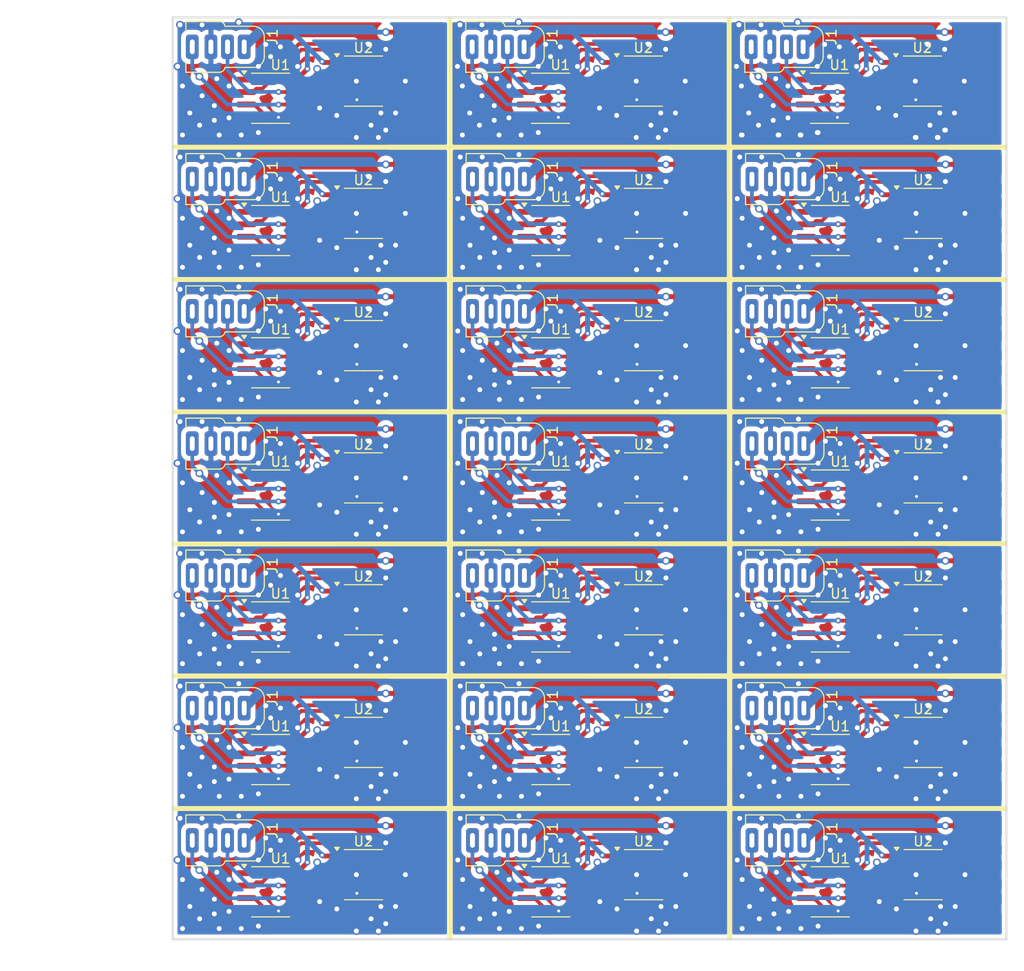
<source format=kicad_pcb>
(kicad_pcb (version 20240108) (generator "pcbnew") (generator_version "8.0")
  (layers (0 "F.Cu" signal) (31 "B.Cu" signal) (34 "B.Paste" user) (35 "F.Paste" user) (36 "B.SilkS" user "B.Silkscreen") (37 "F.SilkS" user "F.Silkscreen") (38 "B.Mask" user) (39 "F.Mask" user) (44 "Edge.Cuts" user))
  (net 0 "")
  (net 1 "/DATA-")
  (net 2 "+3.3V")
  (net 3 "/DATA+")
  (net 4 "/DATA1")
  (net 5 "GND")
  (net 6 "/CLOCK-")
  (net 7 "/CLOCK+")
  (net 8 "/CLOCK1")
  (footprint "Qwertek:SMD-5mm_2mm" (layer "F.Cu") (at 171.025 136.44)
    (property "Reference" "REF**" (hide yes))
    (property "Value" "SMD-5mm*2mm")
  )
  (footprint "Connector_Audio:Plug_3.5mm_CUI_SP-3541" (layer "F.Cu") (at 148.025 114.44 90)
    (property "Reference" "J1")
    (property "Value" "TRRS Plug")
  )
  (footprint "Connector_Audio:Plug_3.5mm_CUI_SP-3541" (layer "F.Cu") (at 119.425 73.94 90)
    (property "Reference" "J1")
    (property "Value" "TRRS Plug")
  )
  (footprint "Package_SO:SOIC-8_3.9x4.9mm_P1.27mm" (layer "F.Cu") (at 165.5 90.94)
    (property "Reference" "U2")
    (property "Value" "DS90LV027A")
  )
  (footprint "Qwertek:SMD-5mm_2mm" (layer "F.Cu") (at 142.425 72.44)
    (property "Reference" "REF**" (hide yes))
    (property "Value" "SMD-5mm*2mm")
  )
  (footprint "Package_SO:SOIC-8_3.9x4.9mm_P1.27mm" (layer "F.Cu") (at 194.025 104.4)
    (property "Reference" "U2")
    (property "Value" "DS90LV027A")
  )
  (footprint "Qwertek:Twisted Pair Single" (layer "F.Cu") (at 200.55 119.65875)
    (property "Reference" "WP2" (hide yes))
    (property "Value" "~")
  )
  (footprint "Qwertek:Twisted Pair Single" (layer "F.Cu") (at 172.025 102.61875)
    (property "Reference" "WP1" (hide yes))
    (property "Value" "~")
  )
  (footprint "Qwertek:SMD-5mm_2mm" (layer "F.Cu") (at 142.425 109.4)
    (property "Reference" "REF**" (hide yes))
    (property "Value" "SMD-5mm*2mm")
  )
  (footprint "Package_SO:SOIC-8_3.9x4.9mm_P1.27mm" (layer "F.Cu") (at 156.025 106.15)
    (property "Reference" "U1")
    (property "Value" "DS90LV028A")
  )
  (footprint "Qwertek:SMD-5mm_2mm" (layer "F.Cu") (at 171.025 122.94)
    (property "Reference" "REF**" (hide yes))
    (property "Value" "SMD-5mm*2mm")
  )
  (footprint "Qwertek:Twisted Pair Single" (layer "F.Cu") (at 143.425 129.65875)
    (property "Reference" "WP1" (hide yes))
    (property "Value" "~")
  )
  (footprint "Qwertek:Twisted Pair Single" (layer "F.Cu") (at 200.55 102.61875)
    (property "Reference" "WP1" (hide yes))
    (property "Value" "~")
  )
  (footprint "Qwertek:SMD-5mm_2mm" (layer "F.Cu") (at 171.025 72.44)
    (property "Reference" "REF**" (hide yes))
    (property "Value" "SMD-5mm*2mm")
  )
  (footprint "Qwertek:SMD-5mm_2mm" (layer "F.Cu") (at 199.55 72.44)
    (property "Reference" "REF**" (hide yes))
    (property "Value" "SMD-5mm*2mm")
  )
  (footprint "Package_SO:SOIC-8_3.9x4.9mm_P1.27mm" (layer "F.Cu") (at 127.425 106.15)
    (property "Reference" "U1")
    (property "Value" "DS90LV028A")
  )
  (footprint "Connector_Audio:Plug_3.5mm_CUI_SP-3541" (layer "F.Cu") (at 119.425 87.44 90)
    (property "Reference" "J1")
    (property "Value" "TRRS Plug")
  )
  (footprint "Qwertek:SMD-5mm_2mm" (layer "F.Cu") (at 170.9925 55.44)
    (property "Reference" "REF**" (hide yes))
    (property "Value" "SMD-5mm*2mm")
  )
  (footprint "Qwertek:Twisted Pair Single" (layer "F.Cu") (at 143.425 75.65875)
    (property "Reference" "WP1" (hide yes))
    (property "Value" "~")
  )
  (footprint "Connector_Audio:Plug_3.5mm_CUI_SP-3541" (layer "F.Cu") (at 119.425 60.44 90)
    (property "Reference" "J1")
    (property "Value" "TRRS Plug")
  )
  (footprint "Qwertek:Twisted Pair Single" (layer "F.Cu") (at 172.025 133.15875)
    (property "Reference" "WP2" (hide yes))
    (property "Value" "~")
  )
  (footprint "Qwertek:SMD-5mm_2mm" (layer "F.Cu") (at 199.55 112.94)
    (property "Reference" "REF**" (hide yes))
    (property "Value" "SMD-5mm*2mm")
  )
  (footprint "Connector_Audio:Plug_3.5mm_CUI_SP-3541" (layer "F.Cu") (at 119.425 127.94 90)
    (property "Reference" "J1")
    (property "Value" "TRRS Plug")
  )
  (footprint "Qwertek:Twisted Pair Single" (layer "F.Cu") (at 143.425 89.15875)
    (property "Reference" "WP1" (hide yes))
    (property "Value" "~")
  )
  (footprint "Qwertek:SMD-5mm_2mm" (layer "F.Cu") (at 142.425 58.94)
    (property "Reference" "REF**" (hide yes))
    (property "Value" "SMD-5mm*2mm")
  )
  (footprint "Package_SO:SOIC-8_3.9x4.9mm_P1.27mm" (layer "F.Cu") (at 156.025 65.69)
    (property "Reference" "U1")
    (property "Value" "DS90LV028A")
  )
  (footprint "Qwertek:Twisted Pair Single" (layer "F.Cu") (at 200.55 75.65875)
    (property "Reference" "WP1" (hide yes))
    (property "Value" "~")
  )
  (footprint "Package_SO:SOIC-8_3.9x4.9mm_P1.27mm" (layer "F.Cu") (at 184.475 52.19)
    (property "Reference" "U1")
    (property "Value" "DS90LV028A")
  )
  (footprint "Qwertek:Twisted Pair Single" (layer "F.Cu") (at 143.425 65.65875)
    (property "Reference" "WP2" (hide yes))
    (property "Value" "~")
  )
  (footprint "Package_SO:SOIC-8_3.9x4.9mm_P1.27mm" (layer "F.Cu") (at 184.55 65.69)
    (property "Reference" "U1")
    (property "Value" "DS90LV028A")
  )
  (footprint "Qwertek:SMD-5mm_2mm" (layer "F.Cu") (at 171.025 68.94)
    (property "Reference" "REF**" (hide yes))
    (property "Value" "SMD-5mm*2mm")
  )
  (footprint "Package_SO:SOIC-8_3.9x4.9mm_P1.27mm" (layer "F.Cu") (at 165.5 131.44)
    (property "Reference" "U2")
    (property "Value" "DS90LV027A")
  )
  (footprint "Qwertek:Twisted Pair Single" (layer "F.Cu") (at 200.55 62.15875)
    (property "Reference" "WP1" (hide yes))
    (property "Value" "~")
  )
  (footprint "Qwertek:Twisted Pair Single" (layer "F.Cu") (at 172.025 129.65875)
    (property "Reference" "WP1" (hide yes))
    (property "Value" "~")
  )
  (footprint "Qwertek:Twisted Pair Single" (layer "F.Cu") (at 143.425 79.15875)
    (property "Reference" "WP2" (hide yes))
    (property "Value" "~")
  )
  (footprint "Qwertek:SMD-5mm_2mm" (layer "F.Cu") (at 171.025 82.44)
    (property "Reference" "REF**" (hide yes))
    (property "Value" "SMD-5mm*2mm")
  )
  (footprint "Connector_Audio:Plug_3.5mm_CUI_SP-3541" (layer "F.Cu") (at 148.025 127.94 90)
    (property "Reference" "J1")
    (property "Value" "TRRS Plug")
  )
  (footprint "Qwertek:Twisted Pair Single" (layer "F.Cu") (at 200.475 52.15875)
    (property "Reference" "WP2" (hide yes))
    (property "Value" "~")
  )
  (footprint "Qwertek:Twisted Pair Single" (layer "F.Cu") (at 200.55 92.65875)
    (property "Reference" "WP2" (hide yes))
    (property "Value" "~")
  )
  (footprint "Qwertek:Twisted Pair Single" (layer "F.Cu") (at 143.425 116.15875)
    (property "Reference" "WP1" (hide yes))
    (property "Value" "~")
  )
  (footprint "Qwertek:SMD-5mm_2mm" (layer "F.Cu") (at 199.55 122.94)
    (property "Reference" "REF**" (hide yes))
    (property "Value" "SMD-5mm*2mm")
  )
  (footprint "Package_SO:SOIC-8_3.9x4.9mm_P1.27mm" (layer "F.Cu") (at 136.9 117.94)
    (property "Reference" "U2")
    (property "Value" "DS90LV027A")
  )
  (footprint "Qwertek:Twisted Pair Single" (layer "F.Cu") (at 171.9925 48.65875)
    (property "Reference" "WP1" (hide yes))
    (property "Value" "~")
  )
  (footprint "Qwertek:SMD-5mm_2mm" (layer "F.Cu") (at 142.425 122.94)
    (property "Reference" "REF**" (hide yes))
    (property "Value" "SMD-5mm*2mm")
  )
  (footprint "Package_SO:SOIC-8_3.9x4.9mm_P1.27mm" (layer "F.Cu") (at 136.9 90.94)
    (property "Reference" "U2")
    (property "Value" "DS90LV027A")
  )
  (footprint "Qwertek:SMD-5mm_2mm" (layer "F.Cu") (at 142.425 95.94)
    (property "Reference" "REF**" (hide yes))
    (property "Value" "SMD-5mm*2mm")
  )
  (footprint "Qwertek:Twisted Pair Single" (layer "F.Cu") (at 172.025 65.65875)
    (property "Reference" "WP2" (hide yes))
    (property "Value" "~")
  )
  (footprint "Qwertek:Twisted Pair Single" (layer "F.Cu") (at 143.425 48.65875)
    (property "Reference" "WP1" (hide yes))
    (property "Value" "~")
  )
  (footprint "Package_SO:SOIC-8_3.9x4.9mm_P1.27mm" (layer "F.Cu") (at 165.5 117.94)
    (property "Reference" "U2")
    (property "Value" "DS90LV027A")
  )
  (footprint "Qwertek:Twisted Pair Single" (layer "F.Cu") (at 200.55 106.11875)
    (property "Reference" "WP2" (hide yes))
    (property "Value" "~")
  )
  (footprint "Qwertek:Twisted Pair Single" (layer "F.Cu") (at 172.025 62.15875)
    (property "Reference" "WP1" (hide yes))
    (property "Value" "~")
  )
  (footprint "Connector_Audio:Plug_3.5mm_CUI_SP-3541" (layer "F.Cu") (at 176.55 73.94 90)
    (property "Reference" "J1")
    (property "Value" "TRRS Plug")
  )
  (footprint "Qwertek:Twisted Pair Single" (layer "F.Cu") (at 143.425 106.11875)
    (property "Reference" "WP2" (hide yes))
    (property "Value" "~")
  )
  (footprint "Qwertek:Twisted Pair Single" (layer "F.Cu") (at 143.425 62.15875)
    (property "Reference" "WP1" (hide yes))
    (property "Value" "~")
  )
  (footprint "Qwertek:SMD-5mm_2mm" (layer "F.Cu") (at 171.025 112.94)
    (property "Reference" "REF**" (hide yes))
    (property "Value" "SMD-5mm*2mm")
  )
  (footprint "Package_SO:SOIC-8_3.9x4.9mm_P1.27mm" (layer "F.Cu") (at 156.025 92.69)
    (property "Reference" "U1")
    (property "Value" "DS90LV028A")
  )
  (footprint "Qwertek:SMD-5mm_2mm" (layer "F.Cu") (at 171.025 99.4)
    (property "Reference" "REF**" (hide yes))
    (property "Value" "SMD-5mm*2mm")
  )
  (footprint "Qwertek:Twisted Pair Single" (layer "F.Cu") (at 172.025 119.65875)
    (property "Reference" "WP2" (hide yes))
    (property "Value" "~")
  )
  (footprint "Connector_Audio:Plug_3.5mm_CUI_SP-3541" (layer "F.Cu") (at 148.025 100.9 90)
    (property "Reference" "J1")
    (property "Value" "TRRS Plug")
  )
  (footprint "Package_SO:SOIC-8_3.9x4.9mm_P1.27mm" (layer "F.Cu") (at 184.55 133.19)
    (property "Reference" "U1")
    (property "Value" "DS90LV028A")
  )
  (footprint "Connector_Audio:Plug_3.5mm_CUI_SP-3541" (layer "F.Cu") (at 176.475 46.94 90)
    (property "Reference" "J1")
    (property "Value" "TRRS Plug")
  )
  (footprint "Package_SO:SOIC-8_3.9x4.9mm_P1.27mm" (layer "F.Cu") (at 156.025 79.19)
    (property "Reference" "U1")
    (property "Value" "DS90LV028A")
  )
  (footprint "Qwertek:Twisted Pair Single" (layer "F.Cu") (at 172.025 89.15875)
    (property "Reference" "WP1" (hide yes))
    (property "Value" "~")
  )
  (footprint "Connector_Audio:Plug_3.5mm_CUI_SP-3541" (layer "F.Cu") (at 147.9925 46.94 90)
    (property "Reference" "J1")
    (property "Value" "TRRS Plug")
  )
  (footprint "Qwertek:SMD-5mm_2mm" (layer "F.Cu") (at 199.55 68.94)
    (property "Reference" "REF**" (hide yes))
    (property "Value" "SMD-5mm*2mm")
  )
  (footprint "Qwertek:Twisted Pair Single" (layer "F.Cu") (at 143.425 102.61875)
    (property "Reference" "WP1" (hide yes))
    (property "Value" "~")
  )
  (footprint "Connector_Audio:Plug_3.5mm_CUI_SP-3541" (layer "F.Cu") (at 119.425 46.94 90)
    (property "Reference" "J1")
    (property "Value" "TRRS Plug")
  )
  (footprint "Package_SO:SOIC-8_3.9x4.9mm_P1.27mm" (layer "F.Cu") (at 136.9 63.94)
    (property "Reference" "U2")
    (property "Value" "DS90LV027A")
  )
  (footprint "Qwertek:SMD-5mm_2mm" (layer "F.Cu") (at 199.55 109.4)
    (property "Reference" "REF**" (hide yes))
    (property "Value" "SMD-5mm*2mm")
  )
  (footprint "Qwertek:SMD-5mm_2mm" (layer "F.Cu") (at 171.025 58.94)
    (property "Reference" "REF**" (hide yes))
    (property "Value" "SMD-5mm*2mm")
  )
  (footprint "Qwertek:Twisted Pair Single" (layer "F.Cu") (at 143.425 92.65875)
    (property "Reference" "WP2" (hide yes))
    (property "Value" "~")
  )
  (footprint "Connector_Audio:Plug_3.5mm_CUI_SP-3541" (layer "F.Cu") (at 176.55 60.44 90)
    (property "Reference" "J1")
    (property "Value" "TRRS Plug")
  )
  (footprint "Connector_Audio:Plug_3.5mm_CUI_SP-3541" (layer "F.Cu") (at 119.425 100.9 90)
    (property "Reference" "J1")
    (property "Value" "TRRS Plug")
  )
  (footprint "Connector_Audio:Plug_3.5mm_CUI_SP-3541" (layer "F.Cu") (at 176.55 127.94 90)
    (property "Reference" "J1")
    (property "Value" "TRRS Plug")
  )
  (footprint "Qwertek:SMD-5mm_2mm" (layer "F.Cu") (at 171.025 109.4)
    (property "Reference" "REF**" (hide yes))
    (property "Value" "SMD-5mm*2mm")
  )
  (footprint "Qwertek:SMD-5mm_2mm" (layer "F.Cu") (at 142.425 126.44)
    (property "Reference" "REF**" (hide yes))
    (property "Value" "SMD-5mm*2mm")
  )
  (footprint "Package_SO:SOIC-8_3.9x4.9mm_P1.27mm" (layer "F.Cu") (at 136.9 77.44)
    (property "Reference" "U2")
    (property "Value" "DS90LV027A")
  )
  (footprint "Package_SO:SOIC-8_3.9x4.9mm_P1.27mm" (layer "F.Cu") (at 194.025 90.94)
    (property "Reference" "U2")
    (property "Value" "DS90LV027A")
  )
  (footprint "Qwertek:SMD-5mm_2mm" (layer "F.Cu") (at 142.425 82.44)
    (property "Reference" "REF**" (hide yes))
    (property "Value" "SMD-5mm*2mm")
  )
  (footprint "Connector_Audio:Plug_3.5mm_CUI_SP-3541" (layer "F.Cu") (at 148.025 87.44 90)
    (property "Reference" "J1")
    (property "Value" "TRRS Plug")
  )
  (footprint "Package_SO:SOIC-8_3.9x4.9mm_P1.27mm" (layer "F.Cu") (at 165.5 63.94)
    (property "Reference" "U2")
    (property "Value" "DS90LV027A")
  )
  (footprint "Qwertek:Twisted Pair Single" (layer "F.Cu") (at 200.55 116.15875)
    (property "Reference" "WP1" (hide yes))
    (property "Value" "~")
  )
  (footprint "Package_SO:SOIC-8_3.9x4.9mm_P1.27mm" (layer "F.Cu") (at 184.55 106.15)
    (property "Reference" "U1")
    (property "Value" "DS90LV028A")
  )
  (footprint "Qwertek:Twisted Pair Single" (layer "F.Cu") (at 143.425 133.15875)
    (property "Reference" "WP2" (hide yes))
    (property "Value" "~")
  )
  (footprint "Qwertek:SMD-5mm_2mm" (layer "F.Cu") (at 142.425 112.94)
    (property "Reference" "REF**" (hide yes))
    (property "Value" "SMD-5mm*2mm")
  )
  (footprint "Package_SO:SOIC-8_3.9x4.9mm_P1.27mm" (layer "F.Cu") (at 165.4675 50.44)
    (property "Reference" "U2")
    (property "Value" "DS90LV027A")
  )
  (footprint "Package_SO:SOIC-8_3.9x4.9mm_P1.27mm" (layer "F.Cu") (at 156.025 133.19)
    (property "Reference" "U1")
    (property "Value" "DS90LV028A")
  )
  (footprint "Qwertek:SMD-5mm_2mm" (layer "F.Cu") (at 199.55 82.44)
    (property "Reference" "REF**" (hide yes))
    (property "Value" "SMD-5mm*2mm")
  )
  (footprint "Package_SO:SOIC-8_3.9x4.9mm_P1.27mm" (layer "F.Cu") (at 184.55 92.69)
    (property "Reference" "U1")
    (property "Value" "DS90LV028A")
  )
  (footprint "Package_SO:SOIC-8_3.9x4.9mm_P1.27mm" (layer "F.Cu") (at 184.55 79.19)
    (property "Reference" "U1")
    (property "Value" "DS90LV028A")
  )
  (footprint "Package_SO:SOIC-8_3.9x4.9mm_P1.27mm" (layer "F.Cu") (at 184.55 119.69)
    (property "Reference" "U1")
    (property "Value" "DS90LV028A")
  )
  (footprint "Package_SO:SOIC-8_3.9x4.9mm_P1.27mm" (layer "F.Cu") (at 194.025 63.94)
    (property "Reference" "U2")
    (property "Value" "DS90LV027A")
  )
  (footprint "Qwertek:Twisted Pair Single" (layer "F.Cu") (at 172.025 106.11875)
    (property "Reference" "WP2" (hide yes))
    (property "Value" "~")
  )
  (footprint "Qwertek:SMD-5mm_2mm" (layer "F.Cu") (at 199.55 95.94)
    (property "Reference" "REF**" (hide yes))
    (property "Value" "SMD-5mm*2mm")
  )
  (footprint "Qwertek:Twisted Pair Single" (layer "F.Cu") (at 200.55 133.15875)
    (property "Reference" "WP2" (hide yes))
    (property "Value" "~")
  )
  (footprint "Qwertek:SMD-5mm_2mm" (layer "F.Cu") (at 199.55 58.94)
    (property "Reference" "REF**" (hide yes))
    (property "Value" "SMD-5mm*2mm")
  )
  (footprint "Qwertek:SMD-5mm_2mm" (layer "F.Cu") (at 199.55 99.4)
    (property "Reference" "REF**" (hide yes))
    (property "Value" "SMD-5mm*2mm")
  )
  (footprint "Connector_Audio:Plug_3.5mm_CUI_SP-3541" (layer "F.Cu") (at 176.55 114.44 90)
    (property "Reference" "J1")
    (property "Value" "TRRS Plug")
  )
  (footprint "Connector_Audio:Plug_3.5mm_CUI_SP-3541" (layer "F.Cu") (at 119.425 114.44 90)
    (property "Reference" "J1")
    (property "Value" "TRRS Plug")
  )
  (footprint "Package_SO:SOIC-8_3.9x4.9mm_P1.27mm" (layer "F.Cu") (at 127.425 65.69)
    (property "Reference" "U1")
    (property "Value" "DS90LV028A")
  )
  (footprint "Qwertek:SMD-5mm_2mm" (layer "F.Cu") (at 142.425 68.94)
    (property "Reference" "REF**" (hide yes))
    (property "Value" "SMD-5mm*2mm")
  )
  (footprint "Qwertek:SMD-5mm_2mm" (layer "F.Cu") (at 142.425 55.44)
    (property "Reference" "REF**" (hide yes))
    (property "Value" "SMD-5mm*2mm")
  )
  (footprint "Qwertek:Twisted Pair Single" (layer "F.Cu") (at 172.025 75.65875)
    (property "Reference" "WP1" (hide yes))
    (property "Value" "~")
  )
  (footprint "Package_SO:SOIC-8_3.9x4.9mm_P1.27mm" (layer "F.Cu") (at 165.5 77.44)
    (property "Reference" "U2")
    (property "Value" "DS90LV027A")
  )
  (footprint "Package_SO:SOIC-8_3.9x4.9mm_P1.27mm" (layer "F.Cu") (at 136.9 104.4)
    (property "Reference" "U2")
    (property "Value" "DS90LV027A")
  )
  (footprint "Qwertek:SMD-5mm_2mm" (layer "F.Cu") (at 142.425 136.44)
    (property "Reference" "REF**" (hide yes))
    (property "Value" "SMD-5mm*2mm")
  )
  (footprint "Qwertek:SMD-5mm_2mm" (layer "F.Cu") (at 142.425 45.44)
    (property "Reference" "REF**" (hide yes))
    (property "Value" "SMD-5mm*2mm")
  )
  (footprint "Qwertek:Twisted Pair Single" (layer "F.Cu") (at 200.55 65.65875)
    (property "Reference" "WP2" (hide yes))
    (property "Value" "~")
  )
  (footprint "Package_SO:SOIC-8_3.9x4.9mm_P1.27mm" (layer "F.Cu") (at 194.025 117.94)
    (property "Reference" "U2")
    (property "Value" "DS90LV027A")
  )
  (footprint "Qwertek:SMD-5mm_2mm" (layer "F.Cu") (at 171.025 85.94)
    (property "Reference" "REF**" (hide yes))
    (property "Value" "SMD-5mm*2mm")
  )
  (footprint "Qwertek:Twisted Pair Single" (layer "F.Cu") (at 200.55 89.15875)
    (property "Reference" "WP1" (hide yes))
    (property "Value" "~")
  )
  (footprint "Connector_Audio:Plug_3.5mm_CUI_SP-3541" (layer "F.Cu") (at 176.55 100.9 90)
    (property "Reference" "J1")
    (property "Value" "TRRS Plug")
  )
  (footprint "Connector_Audio:Plug_3.5mm_CUI_SP-3541" (layer "F.Cu") (at 148.025 60.44 90)
    (property "Reference" "J1")
    (property "Value" "TRRS Plug")
  )
  (footprint "Qwertek:SMD-5mm_2mm" (layer "F.Cu") (at 199.475 45.44)
    (property "Reference" "REF**" (hide yes))
    (property "Value" "SMD-5mm*2mm")
  )
  (footprint "Package_SO:SOIC-8_3.9x4.9mm_P1.27mm" (layer "F.Cu") (at 136.9 131.44)
    (property "Reference" "U2")
    (property "Value" "DS90LV027A")
  )
  (footprint "Qwertek:Twisted Pair Single" (layer "F.Cu") (at 143.425 52.15875)
    (property "Reference" "WP2" (hide yes))
    (property "Value" "~")
  )
  (footprint "Package_SO:SOIC-8_3.9x4.9mm_P1.27mm" (layer "F.Cu") (at 193.95 50.44)
    (property "Reference" "U2")
    (property "Value" "DS90LV027A")
  )
  (footprint "Package_SO:SOIC-8_3.9x4.9mm_P1.27mm" (layer "F.Cu") (at 127.425 92.69)
    (property "Reference" "U1")
    (property "Value" "DS90LV028A")
  )
  (footprint "Qwertek:Twisted Pair Single" (layer "F.Cu") (at 143.425 119.65875)
    (property "Reference" "WP2" (hide yes))
    (property "Value" "~")
  )
  (footprint "Package_SO:SOIC-8_3.9x4.9mm_P1.27mm" (layer "F.Cu") (at 156.025 119.69)
    (property "Reference" "U1")
    (property "Value" "DS90LV028A")
  )
  (footprint "Qwertek:Twisted Pair Single" (layer "F.Cu") (at 172.025 116.15875)
    (property "Reference" "WP1" (hide yes))
    (property "Value" "~")
  )
  (footprint "Package_SO:SOIC-8_3.9x4.9mm_P1.27mm" (layer "F.Cu") (at 127.425 119.69)
    (property "Reference" "U1")
    (property "Value" "DS90LV028A")
  )
  (footprint "Qwertek:SMD-5mm_2mm" (layer "F.Cu") (at 171.025 95.94)
    (property "Reference" "REF**" (hide yes))
    (property "Value" "SMD-5mm*2mm")
  )
  (footprint "Package_SO:SOIC-8_3.9x4.9mm_P1.27mm" (layer "F.Cu") (at 127.425 52.19)
    (property "Reference" "U1")
    (property "Value" "DS90LV028A")
  )
  (footprint "Qwertek:SMD-5mm_2mm" (layer "F.Cu") (at 170.9925 45.44)
    (property "Reference" "REF**" (hide yes))
    (property "Value" "SMD-5mm*2mm")
  )
  (footprint "Package_SO:SOIC-8_3.9x4.9mm_P1.27mm" (layer "F.Cu") (at 136.9 50.44)
    (property "Reference" "U2")
    (property "Value" "DS90LV027A")
  )
  (footprint "Qwertek:Twisted Pair Single" (layer "F.Cu") (at 172.025 92.65875)
    (property "Reference" "WP2" (hide yes))
    (property "Value" "~")
  )
  (footprint "Qwertek:Twisted Pair Single" (layer "F.Cu") (at 172.025 79.15875)
    (property "Reference" "WP2" (hide yes))
    (property "Value" "~")
  )
  (footprint "Qwertek:SMD-5mm_2mm" (layer "F.Cu") (at 142.425 99.4)
    (property "Reference" "REF**" (hide yes))
    (property "Value" "SMD-5mm*2mm")
  )
  (footprint "Qwertek:Twisted Pair Single" (layer "F.Cu") (at 171.9925 52.15875)
    (property "Reference" "WP2" (hide yes))
    (property "Value" "~")
  )
  (footprint "Qwertek:SMD-5mm_2mm" (layer "F.Cu") (at 171.025 126.44)
    (property "Reference" "REF**" (hide yes))
    (property "Value" "SMD-5mm*2mm")
  )
  (footprint "Package_SO:SOIC-8_3.9x4.9mm_P1.27mm" (layer "F.Cu") (at 127.425 133.19)
    (property "Reference" "U1")
    (property "Value" "DS90LV028A")
  )
  (footprint "Connector_Audio:Plug_3.5mm_CUI_SP-3541" (layer "F.Cu") (at 176.55 87.44 90)
    (property "Reference" "J1")
    (property "Value" "TRRS Plug")
  )
  (footprint "Package_SO:SOIC-8_3.9x4.9mm_P1.27mm" (layer "F.Cu") (at 165.5 104.4)
    (property "Reference" "U2")
    (property "Value" "DS90LV027A")
  )
  (footprint "Qwertek:Twisted Pair Single" (layer "F.Cu") (at 200.55 129.65875)
    (property "Reference" "WP1" (hide yes))
    (property "Value" "~")
  )
  (footprint "Qwertek:SMD-5mm_2mm" (layer "F.Cu") (at 199.55 126.44)
    (property "Reference" "REF**" (hide yes))
    (property "Value" "SMD-5mm*2mm")
  )
  (footprint "Package_SO:SOIC-8_3.9x4.9mm_P1.27mm" (layer "F.Cu") (at 194.025 77.44)
    (property "Reference" "U2")
    (property "Value" "DS90LV027A")
  )
  (footprint "Qwertek:SMD-5mm_2mm" (layer "F.Cu") (at 199.475 55.44)
    (property "Reference" "REF**" (hide yes))
    (property "Value" "SMD-5mm*2mm")
  )
  (footprint "Qwertek:Twisted Pair Single" (layer "F.Cu") (at 200.55 79.15875)
    (property "Reference" "WP2" (hide yes))
    (property "Value" "~")
  )
  (footprint "Qwertek:SMD-5mm_2mm" (layer "F.Cu") (at 142.425 85.94)
    (property "Reference" "REF**" (hide yes))
    (property "Value" "SMD-5mm*2mm")
  )
  (footprint "Package_SO:SOIC-8_3.9x4.9mm_P1.27mm" (layer "F.Cu") (at 127.425 79.19)
    (property "Reference" "U1")
    (property "Value" "DS90LV028A")
  )
  (footprint "Package_SO:SOIC-8_3.9x4.9mm_P1.27mm" (layer "F.Cu") (at 155.9925 52.19)
    (property "Reference" "U1")
    (property "Value" "DS90LV028A")
  )
  (footprint "Qwertek:SMD-5mm_2mm" (layer "F.Cu") (at 199.55 85.94)
    (property "Reference" "REF**" (hide yes))
    (property "Value" "SMD-5mm*2mm")
  )
  (footprint "Package_SO:SOIC-8_3.9x4.9mm_P1.27mm" (layer "F.Cu") (at 194.025 131.44)
    (property "Reference" "U2")
    (property "Value" "DS90LV027A")
  )
  (footprint "Qwertek:Twisted Pair Single" (layer "F.Cu") (at 200.475 48.65875)
    (property "Reference" "WP1" (hide yes))
    (property "Value" "~")
  )
  (footprint "Qwertek:SMD-5mm_2mm" (layer "F.Cu") (at 199.55 136.44)
    (property "Reference" "REF**" (hide yes))
    (property "Value" "SMD-5mm*2mm")
  )
  (footprint "Connector_Audio:Plug_3.5mm_CUI_SP-3541" (layer "F.Cu") (at 148.025 73.94 90)
    (property "Reference" "J1")
    (property "Value" "TRRS Plug")
  )
  (gr_line (start 117.575 70.69) (end 202.375 70.69) (stroke (width 0.5)) (layer "F.SilkS"))
  (gr_line (start 174.225 44.09) (end 174.275 137.89) (stroke (width 0.5)) (layer "F.SilkS"))
  (gr_line (start 117.575 97.69) (end 202.375 97.64) (stroke (width 0.5)) (layer "F.SilkS"))
  (gr_line (start 117.575 124.69) (end 202.375 124.69) (stroke (width 0.5)) (layer "F.SilkS"))
  (gr_line (start 117.575 57.19) (end 202.375 57.19) (stroke (width 0.5)) (layer "F.SilkS"))
  (gr_line (start 117.575 111.165) (end 202.375 111.19) (stroke (width 0.5)) (layer "F.SilkS"))
  (gr_line (start 117.575 84.19) (end 202.375 84.19) (stroke (width 0.5)) (layer "F.SilkS"))
  (gr_line (start 145.725 44.09) (end 145.725 137.89) (stroke (width 0.5)) (layer "F.SilkS"))
  (gr_rect (start 117.425 43.94) (end 202.525 138.04) (stroke (width 0.2)) (fill none) (layer "Edge.Cuts"))
  (segment (start 166.625122 62.38) (end 164.395122 60.15) (width 0.38) (layer "F.Cu") (net 1))
  (segment (start 166.625122 75.88) (end 164.395122 73.65) (width 0.38) (layer "F.Cu") (net 1))
  (segment (start 154.57 91.13) (end 154.225 90.785) (width 0.38) (layer "F.Cu") (net 1))
  (segment (start 170.74625 128.90875) (end 172.025 128.90875) (width 0.38) (layer "F.Cu") (net 1))
  (segment (start 154.225 63.785) (end 153.55 63.785) (width 0.38) (layer "F.Cu") (net 1))
  (segment (start 192.920122 127.65) (end 187.43945 127.65) (width 0.38) (layer "F.Cu") (net 1))
  (segment (start 142.14625 61.40875) (end 143.425 61.40875) (width 0.38) (layer "F.Cu") (net 1))
  (segment (start 154.90195 50.63) (end 154.5375 50.63) (width 0.38) (layer "F.Cu") (net 1))
  (segment (start 140.05 62.035) (end 140.395 62.38) (width 0.38) (layer "F.Cu") (net 1))
  (segment (start 197.52 75.88) (end 198.3 75.88) (width 0.38) (layer "F.Cu") (net 1))
  (segment (start 154.57 118.13) (end 154.225 117.785) (width 0.38) (layer "F.Cu") (net 1))
  (segment (start 130.31445 114.15) (end 126.33445 118.13) (width 0.38) (layer "F.Cu") (net 1))
  (segment (start 183.095 64.13) (end 182.75 63.785) (width 0.38) (layer "F.Cu") (net 1))
  (segment (start 167.3 102.495) (end 166.955 102.84) (width 0.38) (layer "F.Cu") (net 1))
  (segment (start 167.3 62.035) (end 166.955 62.38) (width 0.38) (layer "F.Cu") (net 1))
  (segment (start 164.395122 60.15) (end 158.91445 60.15) (width 0.38) (layer "F.Cu") (net 1))
  (segment (start 183.38445 50.63) (end 183.02 50.63) (width 0.38) (layer "F.Cu") (net 1))
  (segment (start 196.5 116.035) (end 197.175 116.035) (width 0.38) (layer "F.Cu") (net 1))
  (segment (start 135.795122 87.15) (end 130.31445 87.15) (width 0.38) (layer "F.Cu") (net 1))
  (segment (start 197.52 102.84) (end 198.3 102.84) (width 0.38) (layer "F.Cu") (net 1))
  (segment (start 138.025122 48.88) (end 135.795122 46.65) (width 0.38) (layer "F.Cu") (net 1))
  (segment (start 197.1 48.535) (end 197.445 48.88) (width 0.38) (layer "F.Cu") (net 1))
  (segment (start 139.375 48.535) (end 138.7 48.535) (width 0.38) (layer "F.Cu") (net 1))
  (segment (start 141.175 116.38) (end 142.14625 115.40875) (width 0.38) (layer "F.Cu") (net 1))
  (segment (start 142.14625 74.90875) (end 143.425 74.90875) (width 0.38) (layer "F.Cu") (net 1))
  (segment (start 195.75 48.535) (end 195.405 48.88) (width 0.38) (layer "F.Cu") (net 1))
  (segment (start 141.175 89.38) (end 142.14625 88.40875) (width 0.38) (layer "F.Cu") (net 1))
  (segment (start 142.14625 128.90875) (end 143.425 128.90875) (width 0.38) (layer "F.Cu") (net 1))
  (segment (start 183.095 131.63) (end 182.75 131.285) (width 0.38) (layer "F.Cu") (net 1))
  (segment (start 166.625122 116.38) (end 164.395122 114.15) (width 0.38) (layer "F.Cu") (net 1))
  (segment (start 198.3 75.88) (end 199.27125 74.90875) (width 0.38) (layer "F.Cu") (net 1))
  (segment (start 168.65 116.035) (end 168.995 116.38) (width 0.38) (layer "F.Cu") (net 1))
  (segment (start 183.45945 118.13) (end 183.095 118.13) (width 0.38) (layer "F.Cu") (net 1))
  (segment (start 195.405 48.88) (end 195.075122 48.88) (width 0.38) (layer "F.Cu") (net 1))
  (segment (start 140.05 89.035) (end 140.395 89.38) (width 0.38) (layer "F.Cu") (net 1))
  (segment (start 135.795122 127.65) (end 130.31445 127.65) (width 0.38) (layer "F.Cu") (net 1))
  (segment (start 139.375 62.035) (end 138.7 62.035) (width 0.38) (layer "F.Cu") (net 1))
  (segment (start 182.75 90.785) (end 182.075 90.785) (width 0.38) (layer "F.Cu") (net 1))
  (segment (start 154.57 131.63) (end 154.225 131.285) (width 0.38) (layer "F.Cu") (net 1))
  (segment (start 158.91445 87.15) (end 154.93445 91.13) (width 0.38) (layer "F.Cu") (net 1))
  (segment (start 183.02 50.63) (end 182.675 50.285) (width 0.38) (layer "F.Cu") (net 1))
  (segment (start 168.6175 48.535) (end 168.9625 48.88) (width 0.38) (layer "F.Cu") (net 1))
  (segment (start 135.795122 60.15) (end 130.31445 60.15) (width 0.38) (layer "F.Cu") (net 1))
  (segment (start 197.175 116.035) (end 197.52 116.38) (width 0.38) (layer "F.Cu") (net 1))
  (segment (start 167.9425 48.535) (end 167.2675 48.535) (width 0.38) (layer "F.Cu") (net 1))
  (segment (start 139.375 116.035) (end 138.7 116.035) (width 0.38) (layer "F.Cu") (net 1))
  (segment (start 154.93445 77.63) (end 154.57 77.63) (width 0.38) (layer "F.Cu") (net 1))
  (segment (start 182.675 50.285) (end 182 50.285) (width 0.38) (layer "F.Cu") (net 1))
  (segment (start 195.150122 102.84) (end 192.920122 100.61) (width 0.38) (layer "F.Cu") (net 1))
  (segment (start 138.025122 75.88) (end 135.795122 73.65) (width 0.38) (layer "F.Cu") (net 1))
  (segment (start 140.05 75.535) (end 140.395 75.88) (width 0.38) (layer "F.Cu") (net 1))
  (segment (start 164.395122 73.65) (end 158.91445 73.65) (width 0.38) (layer "F.Cu") (net 1))
  (segment (start 164.395122 114.15) (end 158.91445 114.15) (width 0.38) (layer "F.Cu") (net 1))
  (segment (start 196.5 62.035) (end 195.825 62.035) (width 0.38) (layer "F.Cu") (net 1))
  (segment (start 154.93445 118.13) (end 154.57 118.13) (width 0.38) (layer "F.Cu") (net 1))
  (segment (start 167.975 75.535) (end 167.3 75.535) (width 0.38) (layer "F.Cu") (net 1))
  (segment (start 182.75 131.285) (end 182.075 131.285) (width 0.38) (layer "F.Cu") (net 1))
  (segment (start 183.45945 131.63) (end 183.095 131.63) (width 0.38) (layer "F.Cu") (net 1))
  (segment (start 158.91445 114.15) (end 154.93445 118.13) (width 0.38) (layer "F.Cu") (net 1))
  (segment (start 167.975 116.035) (end 167.3 116.035) (width 0.38) (layer "F.Cu") (net 1))
  (segment (start 168.995 89.38) (end 169.775 89.38) (width 0.38) (layer "F.Cu") (net 1))
  (segment (start 158.91445 60.15) (end 154.93445 64.13) (width 0.38) (layer "F.Cu") (net 1))
  (segment (start 196.5 129.535) (end 195.825 129.535) (width 0.38) (layer "F.Cu") (net 1))
  (segment (start 125.625 90.785) (end 124.95 90.785) (width 0.38) (layer "F.Cu") (net 1))
  (segment (start 126.33445 91.13) (end 125.97 91.13) (width 0.38) (layer "F.Cu") (net 1))
  (segment (start 187.36445 46.65) (end 183.38445 50.63) (width 0.38) (layer "F.Cu") (net 1))
  (segment (start 195.48 129.88) (end 195.150122 129.88) (width 0.38) (layer "F.Cu") (net 1))
  (segment (start 135.795122 114.15) (end 130.31445 114.15) (width 0.38) (layer "F.Cu") (net 1))
  (segment (start 199.27125 88.40875) (end 200.55 88.40875) (width 0.38) (layer "F.Cu") (net 1))
  (segment (start 197.175 102.495) (end 197.52 102.84) (width 0.38) (layer "F.Cu") (net 1))
  (segment (start 169.775 62.38) (end 170.74625 61.40875) (width 0.38) (layer "F.Cu") (net 1))
  (segment (start 142.14625 101.86875) (end 143.425 101.86875) (width 0.38) (layer "F.Cu") (net 1))
  (segment (start 125.625 104.245) (end 124.95 104.245) (width 0.38) (layer "F.Cu") (net 1))
  (segment (start 164.362622 46.65) (end 158.88195 46.65) (width 0.38) (layer "F.Cu") (net 1))
  (segment (start 154.225 104.245) (end 153.55 104.245) (width 0.38) (layer "F.Cu") (net 1))
  (segment (start 169.775 75.88) (end 170.74625 74.90875) (width 0.38) (layer "F.Cu") (net 1))
  (segment (start 140.395 129.88) (end 141.175 129.88) (width 0.38) (layer "F.Cu") (net 1))
  (segment (start 195.150122 129.88) (end 192.920122 127.65) (width 0.38) (layer "F.Cu") (net 1))
  (segment (start 154.225 77.285) (end 153.55 77.285) (width 0.38) (layer "F.Cu") (net 1))
  (segment (start 138.025122 129.88) (end 135.795122 127.65) (width 0.38) (layer "F.Cu") (net 1))
  (segment (start 168.995 116.38) (end 169.775 116.38) (width 0.38) (layer "F.Cu") (net 1))
  (segment (start 166.625122 129.88) (end 164.395122 127.65) (width 0.38) (layer "F.Cu") (net 1))
  (segment (start 166.592622 48.88) (end 164.362622 46.65) (width 0.38) (layer "F.Cu") (net 1))
  (segment (start 187.43945 73.65) (end 183.45945 77.63) (width 0.38) (layer "F.Cu") (net 1))
  (segment (start 138.355 116.38) (end 138.025122 116.38) (width 0.38) (layer "F.Cu") (net 1))
  (segment (start 154.93445 104.59) (end 154.57 104.59) (width 0.38) (layer "F.Cu") (net 1))
  (segment (start 167.975 62.035) (end 168.65 62.035) (width 0.38) (layer "F.Cu") (net 1))
  (segment (start 138.7 129.535) (end 138.355 129.88) (width 0.38) (layer "F.Cu") (net 1))
  (segment (start 197.445 48.88) (end 198.225 48.88) (width 0.38) (layer "F.Cu") (net 1))
  (segment (start 139.375 48.535) (end 140.05 48.535) (width 0.38) (layer "F.Cu") (net 1))
  (segment (start 168.995 75.88) (end 169.775 75.88) (width 0.38) (layer "F.Cu") (net 1))
  (segment (start 141.175 102.84) (end 142.14625 101.86875) (width 0.38) (layer "F.Cu") (net 1))
  (segment (start 196.5 89.035) (end 197.175 89.035) (width 0.38) (layer "F.Cu") (net 1))
  (segment (start 139.375 129.535) (end 140.05 129.535) (width 0.38) (layer "F.Cu") (net 1))
  (segment (start 169.775 116.38) (end 170.74625 115.40875) (width 0.38) (layer "F.Cu") (net 1))
  (segment (start 196.5 75.535) (end 197.175 75.535) (width 0.38) (layer "F.Cu") (net 1))
  (segment (start 138.7 116.035) (end 138.355 116.38) (width 0.38) (layer "F.Cu") (net 1))
  (segment (start 125.97 50.63) (end 125.625 50.285) (width 0.38) (layer "F.Cu") (net 1))
  (segment (start 142.14625 88.40875) (end 143.425 88.40875) (width 0.38) (layer "F.Cu") (net 1))
  (segment (start 199.27125 101.86875) (end 200.55 101.86875) (width 0.38) (layer "F.Cu") (net 1))
  (segment (start 170.74625 101.86875) (end 172.025 101.86875) (width 0.38) (layer "F.Cu") (net 1))
  (segment (start 170.71375 47.90875) (end 171.9925 47.90875) (width 0.38) (layer "F.Cu") (net 1))
  (segment (start 168.65 129.535) (end 168.995 129.88) (width 0.38) (layer "F.Cu") (net 1))
  (segment (start 140.395 48.88) (end 141.175 48.88) (width 0.38) (layer "F.Cu") (net 1))
  (segment (start 154.1925 50.285) (end 153.5175 50.285) (width 0.38) (layer "F.Cu") (net 1))
  (segment (start 141.175 75.88) (end 142.14625 74.90875) (width 0.38) (layer "F.Cu") (net 1))
  (segment (start 138.7 48.535) (end 138.355 48.88) (width 0.38) (layer "F.Cu") (net 1))
  (segment (start 139.375 116.035) (end 140.05 116.035) (width 0.38) (layer "F.Cu") (net 1))
  (segment (start 192.920122 100.61) (end 187.43945 100.61) (width 0.38) (layer "F.Cu") (net 1))
  (segment (start 140.395 102.84) (end 141.175 102.84) (width 0.38) (layer "F.Cu") (net 1))
  (segment (start 196.5 75.535) (end 195.825 75.535) (width 0.38) (layer "F.Cu") (net 1))
  (segment (start 195.150122 62.38) (end 192.920122 60.15) (width 0.38) (layer "F.Cu") (net 1))
  (segment (start 197.175 129.535) (end 197.52 129.88) (width 0.38) (layer "F.Cu") (net 1))
  (segment (start 167.3 75.535) (end 166.955 75.88) (width 0.38) (layer "F.Cu") (net 1))
  (segment (start 183.095 91.13) (end 182.75 90.785) (width 0.38) (layer "F.Cu") (net 1))
  (segment (start 196.425 48.535) (end 197.1 48.535) (width 0.38) (layer "F.Cu") (net 1))
  (segment (start 141.175 48.88) (end 142.14625 47.90875) (width 0.38) (layer "F.Cu") (net 1))
  (segment (start 140.395 75.88) (end 141.175 75.88) (width 0.38) (layer "F.Cu") (net 1))
  (segment (start 196.5 62.035) (end 197.175 62.035) (width 0.38) (layer "F.Cu") (net 1))
  (segment (start 187.43945 87.15) (end 183.45945 91.13) (width 0.38) (layer "F.Cu") (net 1))
  (segment (start 183.45945 104.59) (end 183.095 104.59) (width 0.38) (layer "F.Cu") (net 1))
  (segment (start 167.2675 48.535) (end 166.9225 48.88) (width 0.38) (layer "F.Cu") (net 1))
  (segment (start 196.425 48.535) (end 195.75 48.535) (width 0.38) (layer "F.Cu") (net 1))
  (segment (start 167.975 89.035) (end 168.65 89.035) (width 0.38) (layer "F.Cu") (net 1))
  (segment (start 168.9625 48.88) (end 169.7425 48.88) (width 0.38) (layer "F.Cu") (net 1))
  (segment (start 182.75 117.785) (end 182.075 117.785) (width 0.38) (layer "F.Cu") (net 1))
  (segment (start 138.025122 62.38) (end 135.795122 60.15) (width 0.38) (layer "F.Cu") (net 1))
  (segment (start 192.845122 46.65) (end 187.36445 46.65) (width 0.38) (layer "F.Cu") (net 1))
  (segment (start 139.375 75.535) (end 140.05 75.535) (width 0.38) (layer "F.Cu") (net 1))
  (segment (start 125.625 77.285) (end 124.95 77.285) (width 0.38) (layer "F.Cu") (net 1))
  (segment (start 195.48 89.38) (end 195.150122 89.38) (width 0.38) (layer "F.Cu") (net 1))
  (segment (start 192.920122 87.15) (end 187.43945 87.15) (width 0.38) (layer "F.Cu") (net 1))
  (segment (start 195.825 89.035) (end 195.48 89.38) (width 0.38) (layer "F.Cu") (net 1))
  (segment (start 169.775 129.88) (end 170.74625 128.90875) (width 0.38) (layer "F.Cu") (net 1))
  (segment (start 142.14625 115.40875) (end 143.425 115.40875) (width 0.38) (layer "F.Cu") (net 1))
  (segment (start 154.57 104.59) (end 154.225 104.245) (width 0.38) (layer "F.Cu") (net 1))
  (segment (start 183.095 118.13) (end 182.75 117.785) (width 0.38) (layer "F.Cu") (net 1))
  (segment (start 125.625 63.785) (end 124.95 63.785) (width 0.38) (layer "F.Cu") (net 1))
  (segment (start 196.5 102.495) (end 197.175 102.495) (width 0.38) (layer "F.Cu") (net 1))
  (segment (start 125.625 117.785) (end 124.95 117.785) (width 0.38) (layer "F.Cu") (net 1))
  (segment (start 138.025122 89.38) (end 135.795122 87.15) (width 0.38) (layer "F.Cu") (net 1))
  (segment (start 167.975 75.535) (end 168.65 75.535) (width 0.38) (layer "F.Cu") (net 1))
  (segment (start 182.75 104.245) (end 182.075 104.245) (width 0.38) (layer "F.Cu") (net 1))
  (segment (start 154.225 131.285) (end 153.55 131.285) (width 0.38) (layer "F.Cu") (net 1))
  (segment (start 170.74625 115.40875) (end 172.025 115.40875) (width 0.38) (layer "F.Cu") (net 1))
  (segment (start 195.075122 48.88) (end 192.845122 46.65) (width 0.38) (layer "F.Cu") (net 1))
  (segment (start 199.27125 128.90875) (end 200.55 128.90875) (width 0.38) (layer "F.Cu") (net 1))
  (segment (start 195.825 102.495) (end 195.48 102.84) (width 0.38) (layer "F.Cu") (net 1))
  (segment (start 168.995 62.38) (end 169.775 62.38) (width 0.38) (layer "F.Cu") (net 1))
  (segment (start 141.175 62.38) (end 142.14625 61.40875) (width 0.38) (layer "F.Cu") (net 1))
  (segment (start 138.7 102.495) (end 138.355 102.84) (width 0.38) (layer "F.Cu") (net 1))
  (segment (start 125.97 131.63) (end 125.625 131.285) (width 0.38) (layer "F.Cu") (net 1))
  (segment (start 140.395 89.38) (end 141.175 89.38) (width 0.38) (layer "F.Cu") (net 1))
  (segment (start 154.57 64.13) (end 154.225 63.785) (width 0.38) (layer "F.Cu") (net 1))
  (segment (start 130.31445 87.15) (end 126.33445 91.13) (width 0.38) (layer "F.Cu") (net 1))
  (segment (start 138.025122 102.84) (end 135.795122 100.61) (width 0.38) (layer "F.Cu") (net 1))
  (segment (start 169.775 102.84) (end 170.74625 101.86875) (width 0.38) (layer "F.Cu") (net 1))
  (segment (start 196.5 116.035) (end 195.825 116.035) (width 0.38) (layer "F.Cu") (net 1))
  (segment (start 154.225 117.785) (end 153.55 117.785) (width 0.38) (layer "F.Cu") (net 1))
  (segment (start 139.375 89.035) (end 140.05 89.035) (width 0.38) (layer "F.Cu") (net 1))
  (segment (start 125.625 131.285) (end 124.95 131.285) (width 0.38) (layer "F.Cu") (net 1))
  (segment (start 195.825 129.535) (end 195.48 129.88) (width 0.38) (layer "F.Cu") (net 1))
  (segment (start 192.920122 114.15) (end 187.43945 114.15) (width 0.38) (layer "F.Cu") (net 1))
  (segment (start 167.975 62.035) (end 167.3 62.035) (width 0.38) (layer "F.Cu") (net 1))
  (segment (start 197.52 129.88) (end 198.3 129.88) (width 0.38) (layer "F.Cu") (net 1))
  (segment (start 166.9225 48.88) (end 166.592622 48.88) (width 0.38) (layer "F.Cu") (net 1))
  (segment (start 138.7 89.035) (end 138.355 89.38) (width 0.38) (layer "F.Cu") (net 1))
  (segment (start 170.74625 61.40875) (end 172.025 61.40875) (width 0.38) (layer "F.Cu") (net 1))
  (segment (start 197.175 89.035) (end 197.52 89.38) (width 0.38) (layer "F.Cu") (net 1))
  (segment (start 166.955 75.88) (end 166.625122 75.88) (width 0.38) (layer "F.Cu") (net 1))
  (segment (start 135.795122 73.65) (end 130.31445 73.65) (width 0.38) (layer "F.Cu") (net 1))
  (segment (start 168.65 89.035) (end 168.995 89.38) (width 0.38) (layer "F.Cu") (net 1))
  (segment (start 130.31445 127.65) (end 126.33445 131.63) (width 0.38) (layer "F.Cu") (net 1))
  (segment (start 167.3 89.035) (end 166.955 89.38) (width 0.38) (layer "F.Cu") (net 1))
  (segment (start 135.795122 100.61) (end 130.31445 100.61) (width 0.38) (layer "F.Cu") (net 1))
  (segment (start 187.43945 127.65) (end 183.45945 131.63) (width 0.38) (layer "F.Cu") (net 1))
  (segment (start 154.93445 64.13) (end 154.57 64.13) (width 0.38) (layer "F.Cu") (net 1))
  (segment (start 126.33445 118.13) (end 125.97 118.13) (width 0.38) (layer "F.Cu") (net 1))
  (segment (start 140.05 129.535) (end 140.395 129.88) (width 0.38) (layer "F.Cu") (net 1))
  (segment (start 140.05 102.495) (end 140.395 102.84) (width 0.38) (layer "F.Cu") (net 1))
  (segment (start 195.48 62.38) (end 195.150122 62.38) (width 0.38) (layer "F.Cu") (net 1))
  (segment (start 187.43945 114.15) (end 183.45945 118.13) (width 0.38) (layer "F.Cu") (net 1))
  (segment (start 198.3 89.38) (end 199.27125 88.40875) (width 0.38) (layer "F.Cu") (net 1))
  (segment (start 166.955 102.84) (end 166.625122 102.84) (width 0.38) (layer "F.Cu") (net 1))
  (segment (start 195.48 75.88) (end 195.150122 75.88) (width 0.38) (layer "F.Cu") (net 1))
  (segment (start 197.52 89.38) (end 198.3 89.38) (width 0.38) (layer "F.Cu") (net 1))
  (segment (start 167.975 129.535) (end 168.65 129.535) (width 0.38) (layer "F.Cu") (net 1))
  (segment (start 167.9425 48.535) (end 168.6175 48.535) (width 0.38) (layer "F.Cu") (net 1))
  (segment (start 197.52 62.38) (end 198.3 62.38) (width 0.38) (layer "F.Cu") (net 1))
  (segment (start 166.625122 89.38) (end 164.395122 87.15) (width 0.38) (layer "F.Cu") (net 1))
  (segment (start 183.095 77.63) (end 182.75 77.285) (width 0.38) (layer "F.Cu") (net 1))
  (segment (start 125.97 118.13) (end 125.625 117.785) (width 0.38) (layer "F.Cu") (net 1))
  (segment (start 125.97 64.13) (end 125.625 63.785) (width 0.38) (layer "F.Cu") (net 1))
  (segment (start 125.625 50.285) (end 124.95 50.285) (width 0.38) (layer "F.Cu") (net 1))
  (segment (start 130.31445 46.65) (end 126.33445 50.63) (width 0.38) (layer "F.Cu") (net 1))
  (segment (start 195.825 116.035) (end 195.48 116.38) (width 0.38) (layer "F.Cu") (net 1))
  (segment (start 135.795122 46.65) (end 130.31445 46.65) (width 0.38) (layer "F.Cu") (net 1))
  (segment (start 183.45945 77.63) (end 183.095 77.63) (width 0.38) (layer "F.Cu") (net 1))
  (segment (start 138.7 75.535) (end 138.355 75.88) (width 0.38) (layer "F.Cu") (net 1))
  (segment (start 126.33445 50.63) (end 125.97 50.63) (width 0.38) (layer "F.Cu") (net 1))
  (segment (start 158.91445 73.65) (end 154.93445 77.63) (width 0.38) (layer "F.Cu") (net 1))
  (segment (start 192.920122 73.65) (end 187.43945 73.65) (width 0.38) (layer "F.Cu") (net 1))
  (segment (start 167.975 89.035) (end 167.3 89.035) (width 0.38) (layer "F.Cu") (net 1))
  (segment (start 196.5 129.535) (end 197.175 129.535) (width 0.38) (layer "F.Cu") (net 1))
  (segment (start 154.93445 91.13) (end 154.57 91.13) (width 0.38) (layer "F.Cu") (net 1))
  (segment (start 126.33445 131.63) (end 125.97 131.63) (width 0.38) (layer "F.Cu") (net 1))
  (segment (start 167.975 129.535) (end 167.3 129.535) (width 0.38) (layer "F.Cu") (net 1))
  (segment (start 197.52 116.38) (end 198.3 116.38) (width 0.38) (layer "F.Cu") (net 1))
  (segment (start 195.825 62.035) (end 195.48 62.38) (width 0.38) (layer "F.Cu") (net 1))
  (segment (start 168.995 102.84) (end 169.775 102.84) (width 0.38) (layer "F.Cu") (net 1))
  (segment (start 140.05 116.035) (end 140.395 116.38) (width 0.38) (layer "F.Cu") (net 1))
  (segment (start 195.825 75.535) (end 195.48 75.88) (width 0.38) (layer "F.Cu") (net 1))
  (segment (start 199.27125 115.40875) (end 200.55 115.40875) (width 0.38) (layer "F.Cu") (net 1))
  (segment (start 182.75 77.285) (end 182.075 77.285) (width 0.38) (layer "F.Cu") (net 1))
  (segment (start 196.5 89.035) (end 195.825 89.035) (width 0.38) (layer "F.Cu") (net 1))
  (segment (start 195.150122 116.38) (end 192.920122 114.15) (width 0.38) (layer "F.Cu") (net 1))
  (segment (start 138.025122 116.38) (end 135.795122 114.15) (width 0.38) (layer "F.Cu") (net 1))
  (segment (start 199.19625 47.90875) (end 200.475 47.90875) (width 0.38) (layer "F.Cu") (net 1))
  (segment (start 198.3 62.38) (end 199.27125 61.40875) (width 0.38) (layer "F.Cu") (net 1))
  (segment (start 126.33445 104.59) (end 125.97 104.59) (width 0.38) (layer "F.Cu") (net 1))
  (segment (start 139.375 102.495) (end 138.7 102.495) (width 0.38) (layer "F.Cu") (net 1))
  (segment (start 183.095 104.59) (end 182.75 104.245) (width 0.38) (layer "F.Cu") (net 1))
  (segment (start 154.5375 50.63) (end 154.1925 50.285) (width 0.38) (layer "F.Cu") (net 1))
  (segment (start 158.91445 100.61) (end 154.93445 104.59) (width 0.38) (layer "F.Cu") (net 1))
  (segment (start 138.355 102.84) (end 138.025122 102.84) (width 0.38) (layer "F.Cu") (net 1))
  (segment (start 166.955 129.88) (end 166.625122 129.88) (width 0.38) (layer "F.Cu") (net 1))
  (segment (start 167.975 102.495) (end 167.3 102.495) (width 0.38) (layer "F.Cu") (net 1))
  (segment (start 198.3 102.84) (end 199.27125 101.86875) (width 0.38) (layer "F.Cu") (net 1))
  (segment (start 168.65 62.035) (end 168.995 62.38) (width 0.38) (layer "F.Cu") (net 1))
  (segment (start 164.395122 127.65) (end 158.91445 127.65) (width 0.38) (layer "F.Cu") (net 1))
  (segment (start 167.975 102.495) (end 168.65 102.495) (width 0.38) (layer "F.Cu") (net 1))
  (segment (start 195.48 116.38) (end 195.150122 116.38) (width 0.38) (layer "F.Cu") (net 1))
  (segment (start 138.7 62.035) (end 138.355 62.38) (width 0.38) (layer "F.Cu") (net 1))
  (segment (start 140.395 62.38) (end 141.175 62.38) (width 0.38) (layer "F.Cu") (net 1))
  (segment (start 187.43945 100.61) (end 183.45945 104.59) (width 0.38) (layer "F.Cu") (net 1))
  (segment (start 126.33445 77.63) (end 125.97 77.63) (width 0.38) (layer "F.Cu") (net 1))
  (segment (start 138.355 75.88) (end 138.025122 75.88) (width 0.38) (layer "F.Cu") (net 1))
  (segment (start 154.93445 131.63) (end 154.57 131.63) (width 0.38) (layer "F.Cu") (net 1))
  (segment (start 166.625122 102.84) (end 164.395122 100.61) (width 0.38) (layer "F.Cu") (net 1))
  (segment (start 139.375 62.035) (end 140.05 62.035) (width 0.38) (layer "F.Cu") (net 1))
  (segment (start 154.225 90.785) (end 153.55 90.785) (width 0.38) (layer "F.Cu") (net 1))
  (segment (start 182.75 63.785) (end 182.075 63.785) (width 0.38) (layer "F.Cu") (net 1))
  (segment (start 196.5 102.495) (end 195.825 102.495) (width 0.38) (layer "F.Cu") (net 1))
  (segment (start 139.375 89.035) (end 138.7 89.035) (width 0.38) (layer "F.Cu") (net 1))
  (segment (start 164.395122 87.15) (end 158.91445 87.15) (width 0.38) (layer "F.Cu") (net 1))
  (segment (start 195.150122 89.38) (end 192.920122 87.15) (width 0.38) (layer "F.Cu") (net 1))
  (segment (start 130.31445 60.15) (end 126.33445 64.13) (width 0.38) (layer "F.Cu") (net 1))
  (segment (start 138.355 129.88) (end 138.025122 129.88) (width 0.38) (layer "F.Cu") (net 1))
  (segment (start 164.395122 100.61) (end 158.91445 100.61) (width 0.38) (layer "F.Cu") (net 1))
  (segment (start 168.65 102.495) (end 168.995 102.84) (width 0.38) (layer "F.Cu") (net 1))
  (segment (start 139.375 102.495) (end 140.05 102.495) (width 0.38) (layer "F.Cu") (net 1))
  (segment (start 195.48 102.84) (end 195.150122 102.84) (width 0.38) (layer "F.Cu") (net 1))
  (segment (start 169.7425 48.88) (end 170.71375 47.90875) (width 0.38) (layer "F.Cu") (net 1))
  (segment (start 142.14625 47.90875) (end 143.425 47.90875) (width 0.38) (layer "F.Cu") (net 1))
  (segment (start 154.57 77.63) (end 154.225 77.285) (width 0.38) (layer "F.Cu") (net 1))
  (segment (start 138.355 48.88) (end 138.025122 48.88) (width 0.38) (layer "F.Cu") (net 1))
  (segment (start 167.3 129.535) (end 166.955 129.88) (width 0.38) (layer "F.Cu") (net 1))
  (segment (start 183.45945 91.13) (end 183.095 91.13) (width 0.38) (layer "F.Cu") (net 1))
  (segment (start 198.225 48.88) (end 199.19625 47.90875) (width 0.38) (layer "F.Cu") (net 1))
  (segment (start 130.31445 73.65) (end 126.33445 77.63) (width 0.38) (layer "F.Cu") (net 1))
  (segment (start 139.375 129.535) (end 138.7 129.535) (width 0.38) (layer "F.Cu") (net 1))
  (segment (start 197.175 75.535) (end 197.52 75.88) (width 0.38) (layer "F.Cu") (net 1))
  (segment (start 166.955 62.38) (end 166.625122 62.38) (width 0.38) (layer "F.Cu") (net 1))
  (segment (start 130.31445 100.61) (end 126.33445 104.59) (width 0.38) (layer "F.Cu") (net 1))
  (segment (start 197.175 62.035) (end 197.52 62.38) (width 0.38) (layer "F.Cu") (net 1))
  (segment (start 158.91445 127.65) (end 154.93445 131.63) (width 0.38) (layer "F.Cu") (net 1))
  (segment (start 187.43945 60.15) (end 183.45945 64.13) (width 0.38) (layer "F.Cu") (net 1))
  (segment (start 126.33445 64.13) (end 125.97 64.13) (width 0.38) (layer "F.Cu") (net 1))
  (segment (start 183.45945 64.13) (end 183.095 64.13) (width 0.38) (layer "F.Cu") (net 1))
  (segment (start 141.175 129.88) (end 142.14625 128.90875) (width 0.38) (layer "F.Cu") (net 1))
  (segment (start 198.3 129.88) (end 199.27125 128.90875) (width 0.38) (layer "F.Cu") (net 1))
  (segment (start 167.975 116.035) (end 168.65 116.035) (width 0.38) (layer "F.Cu") (net 1))
  (segment (start 140.05 48.535) (end 140.395 48.88) (width 0.38) (layer "F.Cu") (net 1))
  (segment (start 140.395 116.38) (end 141.175 116.38) (width 0.38) (layer "F.Cu") (net 1))
  (segment (start 166.955 116.38) (end 166.625122 116.38) (width 0.38) (layer "F.Cu") (net 1))
  (segment (start 170.74625 88.40875) (end 172.025 88.40875) (width 0.38) (layer "F.Cu") (net 1))
  (segment (start 199.27125 61.40875) (end 200.55 61.40875) (width 0.38) (layer "F.Cu") (net 1))
  (segment (start 125.97 91.13) (end 125.625 90.785) (width 0.38) (layer "F.Cu") (net 1))
  (segment (start 138.355 89.38) (end 138.025122 89.38) (width 0.38) (layer "F.Cu") (net 1))
  (segment (start 195.150122 75.88) (end 192.920122 73.65) (width 0.38) (layer "F.Cu") (net 1))
  (segment (start 125.97 77.63) (end 125.625 77.285) (width 0.38) (layer "F.Cu") (net 1))
  (segment (start 166.955 89.38) (end 166.625122 89.38) (width 0.38) (layer "F.Cu") (net 1))
  (segment (start 167.3 116.035) (end 166.955 116.38) (width 0.38) (layer "F.Cu") (net 1))
  (segment (start 192.920122 60.15) (end 187.43945 60.15) (width 0.38) (layer "F.Cu") (net 1))
  (segment (start 198.3 116.38) (end 199.27125 115.40875) (width 0.38) (layer "F.Cu") (net 1))
  (segment (start 158.88195 46.65) (end 154.90195 50.63) (width 0.38) (layer "F.Cu") (net 1))
  (segment (start 139.375 75.535) (end 138.7 75.535) (width 0.38) (layer "F.Cu") (net 1))
  (segment (start 199.27125 74.90875) (end 200.55 74.90875) (width 0.38) (layer "F.Cu") (net 1))
  (segment (start 168.995 129.88) (end 169.775 129.88) (width 0.38) (layer "F.Cu") (net 1))
  (segment (start 169.775 89.38) (end 170.74625 88.40875) (width 0.38) (layer "F.Cu") (net 1))
  (segment (start 138.355 62.38) (end 138.025122 62.38) (width 0.38) (layer "F.Cu") (net 1))
  (segment (start 125.97 104.59) (end 125.625 104.245) (width 0.38) (layer "F.Cu") (net 1))
  (segment (start 168.65 75.535) (end 168.995 75.88) (width 0.38) (layer "F.Cu") (net 1))
  (segment (start 170.74625 74.90875) (end 172.025 74.90875) (width 0.38) (layer "F.Cu") (net 1))
  (segment (start 134.425 48.535) (end 132.77 48.535) (width 0.5) (layer "F.Cu") (net 2))
  (segment (start 163.025 129.535) (end 161.37 129.535) (width 0.5) (layer "F.Cu") (net 2))
  (segment (start 189.895 102.495) (end 189.8 102.4) (width 0.5) (layer "F.Cu") (net 2))
  (segment (start 187.205 131.285) (end 188.3 130.19) (width 0.5) (layer "F.Cu") (net 2))
  (segment (start 161.37 116.035) (end 161.275 115.94) (width 0.5) (layer "F.Cu") (net 2))
  (segment (start 158.5 77.285) (end 158.68 77.285) (width 0.5) (layer "F.Cu") (net 2))
  (segment (start 186.95 50.285) (end 187.13 50.285) (width 0.5) (layer "F.Cu") (net 2))
  (segment (start 158.4675 50.285) (end 158.6475 50.285) (width 0.5) (layer "F.Cu") (net 2))
  (segment (start 158.5 63.785) (end 158.68 63.785) (width 0.5) (layer "F.Cu") (net 2))
  (segment (start 142.425 85.94) (end 139.175 85.94) (width 0.5) (layer "F.Cu") (net 2))
  (segment (start 187.13 50.285) (end 188.225 49.19) (width 0.5) (layer "F.Cu") (net 2))
  (segment (start 130.08 90.785) (end 131.175 89.69) (width 0.5) (layer "F.Cu") (net 2))
  (segment (start 129.9 104.245) (end 130.08 104.245) (width 0.5) (layer "F.Cu") (net 2))
  (segment (start 158.5 104.245) (end 158.68 104.245) (width 0.5) (layer "F.Cu") (net 2))
  (segment (start 129.9 63.785) (end 130.08 63.785) (width 0.5) (layer "F.Cu") (net 2))
  (segment (start 191.55 62.035) (end 189.895 62.035) (width 0.5) (layer "F.Cu") (net 2))
  (segment (start 189.895 129.535) (end 189.8 129.44) (width 0.5) (layer "F.Cu") (net 2))
  (segment (start 158.68 90.785) (end 159.775 89.69) (width 0.5) (layer "F.Cu") (net 2))
  (segment (start 158.68 131.285) (end 159.775 130.19) (width 0.5) (layer "F.Cu") (net 2))
  (segment (start 158.68 117.785) (end 159.775 116.69) (width 0.5) (layer "F.Cu") (net 2))
  (segment (start 142.425 99.4) (end 139.175 99.4) (width 0.5) (layer "F.Cu") (net 2))
  (segment (start 199.55 126.44) (end 196.3 126.44) (width 0.5) (layer "F.Cu") (net 2))
  (segment (start 199.55 72.44) (end 196.3 72.44) (width 0.5) (layer "F.Cu") (net 2))
  (segment (start 187.205 77.285) (end 188.3 76.19) (width 0.5) (layer "F.Cu") (net 2))
  (segment (start 163.025 89.035) (end 161.37 89.035) (width 0.5) (layer "F.Cu") (net 2))
  (segment (start 199.55 58.94) (end 196.3 58.94) (width 0.5) (layer "F.Cu") (net 2))
  (segment (start 187.025 90.785) (end 187.205 90.785) (width 0.5) (layer "F.Cu") (net 2))
  (segment (start 170.9925 45.44) (end 167.7425 45.44) (width 0.5) (layer "F.Cu") (net 2))
  (segment (start 134.425 129.535) (end 132.77 129.535) (width 0.5) (layer "F.Cu") (net 2))
  (segment (start 158.68 63.785) (end 159.775 62.69) (width 0.5) (layer "F.Cu") (net 2))
  (segment (start 134.425 116.035) (end 132.77 116.035) (width 0.5) (layer "F.Cu") (net 2))
  (segment (start 189.82 48.535) (end 189.725 48.44) (width 0.5) (layer "F.Cu") (net 2))
  (segment (start 142.425 58.94) (end 139.175 58.94) (width 0.5) (layer "F.Cu") (net 2))
  (segment (start 187.025 131.285) (end 187.205 131.285) (width 0.5) (layer "F.Cu") (net 2))
  (segment (start 158.5 117.785) (end 158.68 117.785) (width 0.5) (layer "F.Cu") (net 2))
  (segment (start 130.08 117.785) (end 131.175 116.69) (width 0.5) (layer "F.Cu") (net 2))
  (segment (start 132.77 48.535) (end 132.675 48.44) (width 0.5) (layer "F.Cu") (net 2))
  (segment (start 158.5 90.785) (end 158.68 90.785) (width 0.5) (layer "F.Cu") (net 2))
  (segment (start 191.55 75.535) (end 189.895 75.535) (width 0.5) (layer "F.Cu") (net 2))
  (segment (start 199.55 112.94) (end 196.3 112.94) (width 0.5) (layer "F.Cu") (net 2))
  (segment (start 187.205 117.785) (end 188.3 116.69) (width 0.5) (layer "F.Cu") (net 2))
  (segment (start 187.205 90.785) (end 188.3 89.69) (width 0.5) (layer "F.Cu") (net 2))
  (segment (start 187.025 77.285) (end 187.205 77.285) (width 0.5) (layer "F.Cu") (net 2))
  (segment (start 189.895 89.035) (end 189.8 88.94) (width 0.5) (layer "F.Cu") (net 2))
  (segment (start 189.895 75.535) (end 189.8 75.44) (width 0.5) (layer "F.Cu") (net 2))
  (segment (start 161.37 75.535) (end 161.275 75.44) (width 0.5) (layer "F.Cu") (net 2))
  (segment (start 132.77 129.535) (end 132.675 129.44) (width 0.5) (layer "F.Cu") (net 2))
  (segment (start 158.68 104.245) (end 159.775 103.15) (width 0.5) (layer "F.Cu") (net 2))
  (segment (start 130.08 131.285) (end 131.175 130.19) (width 0.5) (layer "F.Cu") (net 2))
  (segment (start 129.9 117.785) (end 130.08 117.785) (width 0.5) (layer "F.Cu") (net 2))
  (segment (start 187.205 63.785) (end 188.3 62.69) (width 0.5) (layer "F.Cu") (net 2))
  (segment (start 142.425 45.44) (end 139.175 45.44) (width 0.5) (layer "F.Cu") (net 2))
  (segment (start 142.425 112.94) (end 139.175 112.94) (width 0.5) (layer "F.Cu") (net 2))
  (segment (start 199.475 45.44) (end 196.225 45.44) (width 0.5) (layer "F.Cu") (net 2))
  (segment (start 158.6475 50.285) (end 159.7425 49.19) (width 0.5) (layer "F.Cu") (net 2))
  (segment (start 171.025 126.44) (end 167.775 126.44) (width 0.5) (layer "F.Cu") (net 2))
  (segment (start 171.025 99.4) (end 167.775 99.4) (width 0.5) (layer "F.Cu") (net 2))
  (segment (start 161.3375 48.535) (end 161.2425 48.44) (width 0.5) (layer "F.Cu") (net 2))
  (segment (start 163.025 75.535) (end 161.37 75.535) (width 0.5) (layer "F.Cu") (net 2))
  (segment (start 163.025 116.035) (end 161.37 116.035) (width 0.5) (layer "F.Cu") (net 2))
  (segment (start 191.475 48.535) (end 189.82 48.535) (width 0.5) (layer "F.Cu") (net 2))
  (segment (start 187.025 63.785) (end 187.205 63.785) (width 0.5) (layer "F.Cu") (net 2))
  (segment (start 191.55 102.495) (end 189.895 102.495) (width 0.5) (layer "F.Cu") (net 2))
  (segment (start 129.9 131.285) (end 130.08 131.285) (width 0.5) (layer "F.Cu") (net 2))
  (segment (start 130.08 104.245) (end 131.175 103.15) (width 0.5) (layer "F.Cu") (net 2))
  (segment (start 129.9 77.285) (end 130.08 77.285) (width 0.5) (layer "F.Cu") (net 2))
  (segment (start 161.37 62.035) (end 161.275 61.94) (width 0.5) (layer "F.Cu") (net 2))
  (segment (start 134.425 89.035) (end 132.77 89.035) (width 0.5) (layer "F.Cu") (net 2))
  (segment (start 134.425 102.495) (end 132.77 102.495) (width 0.5) (layer "F.Cu") (net 2))
  (segment (start 189.895 62.035) (end 189.8 61.94) (width 0.5) (layer "F.Cu") (net 2))
  (segment (start 158.5 131.285) (end 158.68 131.285) (width 0.5) (layer "F.Cu") (net 2))
  (segment (start 162.9925 48.535) (end 161.3375 48.535) (width 0.5) (layer "F.Cu") (net 2))
  (segment (start 171.025 85.94) (end 167.775 85.94) (width 0.5) (layer "F.Cu") (net 2))
  (segment (start 189.895 116.035) (end 189.8 115.94) (width 0.5) (layer "F.Cu") (net 2))
  (segment (start 161.37 129.535) (end 161.275 129.44) (width 0.5) (layer "F.Cu") (net 2))
  (segment (start 191.55 129.535) (end 189.895 129.535) (width 0.5) (layer "F.Cu") (net 2))
  (segment (start 199.55 99.4) (end 196.3 99.4) (width 0.5) (layer "F.Cu") (net 2))
  (segment (start 171.025 72.44) (end 167.775 72.44) (width 0.5) (layer "F.Cu") (net 2))
  (segment (start 163.025 102.495) (end 161.37 102.495) (width 0.5) (layer "F.Cu") (net 2))
  (segment (start 132.77 62.035) (end 132.675 61.94) (width 0.5) (layer "F.Cu") (net 2))
  (segment (start 187.025 117.785) (end 187.205 117.785) (width 0.5) (layer "F.Cu") (net 2))
  (segment (start 199.55 85.94) (end 196.3 85.94) (width 0.5) (layer "F.Cu") (net 2))
  (segment (start 187.205 104.245) (end 188.3 103.15) (width 0.5) (layer "F.Cu") (net 2))
  (segment (start 171.025 112.94) (end 167.775 112.94) (width 0.5) (layer "F.Cu") (net 2))
  (segment (start 132.77 89.035) (end 132.675 88.94) (width 0.5) (layer "F.Cu") (net 2))
  (segment (start 142.425 126.44) (end 139.175 126.44) (width 0.5) (layer "F.Cu") (net 2))
  (segment (start 130.08 77.285) (end 131.175 76.19) (width 0.5) (layer "F.Cu") (net 2))
  (segment (start 130.08 63.785) (end 131.175 62.69) (width 0.5) (layer "F.Cu") (net 2))
  (segment (start 161.37 102.495) (end 161.275 102.4) (width 0.5) (layer "F.Cu") (net 2))
  (segment (start 132.77 116.035) (end 132.675 115.94) (width 0.5) (layer "F.Cu") (net 2))
  (segment (start 161.37 89.035) (end 161.275 88.94) (width 0.5) (layer "F.Cu") (net 2))
  (segment (start 132.77 102.495) (end 132.675 102.4) (width 0.5) (layer "F.Cu") (net 2))
  (segment (start 163.025 62.035) (end 161.37 62.035) (width 0.5) (layer "F.Cu") (net 2))
  (segment (start 129.9 90.785) (end 130.08 90.785) (width 0.5) (layer "F.Cu") (net 2))
  (segment (start 191.55 89.035) (end 189.895 89.035) (width 0.5) (layer "F.Cu") (net 2))
  (segment (start 142.425 72.44) (end 139.175 72.44) (width 0.5) (layer "F.Cu") (net 2))
  (segment (start 134.425 75.535) (end 132.77 75.535) (width 0.5) (layer "F.Cu") (net 2))
  (segment (start 191.55 116.035) (end 189.895 116.035) (width 0.5) (layer "F.Cu") (net 2))
  (segment (start 158.68 77.285) (end 159.775 76.19) (width 0.5) (layer "F.Cu") (net 2))
  (segment (start 129.9 50.285) (end 130.08 50.285) (width 0.5) (layer "F.Cu") (net 2))
  (segment (start 171.025 58.94) (end 167.775 58.94) (width 0.5) (layer "F.Cu") (net 2))
  (segment (start 132.77 75.535) (end 132.675 75.44) (width 0.5) (layer "F.Cu") (net 2))
  (segment (start 187.025 104.245) (end 187.205 104.245) (width 0.5) (layer "F.Cu") (net 2))
  (segment (start 130.08 50.285) (end 131.175 49.19) (width 0.5) (layer "F.Cu") (net 2))
  (segment (start 134.425 62.035) (end 132.77 62.035) (width 0.5) (layer "F.Cu") (net 2))
  (via (at 161.275 102.4) (size 0.6) (drill 0.3) (layers "F.Cu" "B.Cu") (net 2))
  (via (at 132.675 48.44) (size 0.6) (drill 0.3) (layers "F.Cu" "B.Cu") (net 2))
  (via (at 161.2425 48.44) (size 0.6) (drill 0.3) (layers "F.Cu" "B.Cu") (net 2))
  (via (at 139.175 99.4) (size 0.8) (drill 0.5) (layers "F.Cu" "B.Cu") (net 2))
  (via (at 132.675 102.4) (size 0.6) (drill 0.3) (layers "F.Cu" "B.Cu") (net 2))
  (via (at 196.3 112.94) (size 0.8) (drill 0.5) (layers "F.Cu" "B.Cu") (net 2))
  (via (at 159.775 116.69) (size 0.6) (drill 0.3) (layers "F.Cu" "B.Cu") (net 2))
  (via (at 161.275 129.44) (size 0.6) (drill 0.3) (layers "F.Cu" "B.Cu") (net 2))
  (via (at 132.675 88.94) (size 0.6) (drill 0.3) (layers "F.Cu" "B.Cu") (net 2))
  (via (at 131.175 89.69) (size 0.6) (drill 0.3) (layers "F.Cu" "B.Cu") (net 2))
  (via (at 167.775 72.44) (size 0.8) (drill 0.5) (layers "F.Cu" "B.Cu") (net 2))
  (via (at 161.275 75.44) (size 0.6) (drill 0.3) (layers "F.Cu" "B.Cu") (net 2))
  (via (at 139.175 72.44) (size 0.8) (drill 0.5) (layers "F.Cu" "B.Cu") (net 2))
  (via (at 167.775 85.94) (size 0.8) (drill 0.5) (layers "F.Cu" "B.Cu") (net 2))
  (via (at 189.8 102.4) (size 0.6) (drill 0.3) (layers "F.Cu" "B.Cu") (net 2))
  (via (at 132.675 75.44) (size 0.6) (drill 0.3) (layers "F.Cu" "B.Cu") (net 2))
  (via (at 159.775 130.19) (size 0.6) (drill 0.3) (layers "F.Cu" "B.Cu") (net 2))
  (via (at 159.775 103.15) (size 0.6) (drill 0.3) (layers "F.Cu" "B.Cu") (net 2))
  (via (at 189.8 88.94) (size 0.6) (drill 0.3) (layers "F.Cu" "B.Cu") (net 2))
  (via (at 188.3 89.69) (size 0.6) (drill 0.3) (layers "F.Cu" "B.Cu") (net 2))
  (via (at 188.3 62.69) (size 0.6) (drill 0.3) (layers "F.Cu" "B.Cu") (net 2))
  (via (at 132.675 115.94) (size 0.6) (drill 0.3) (layers "F.Cu" "B.Cu") (net 2))
  (via (at 139.175 58.94) (size 0.8) (drill 0.5) (layers "F.Cu" "B.Cu") (net 2))
  (via (at 132.675 129.44) (size 0.6) (drill 0.3) (layers "F.Cu" "B.Cu") (net 2))
  (via (at 131.175 62.69) (size 0.6) (drill 0.3) (layers "F.Cu" "B.Cu") (net 2))
  (via (at 189.8 61.94) (size 0.6) (drill 0.3) (layers "F.Cu" "B.Cu") (net 2))
  (via (at 196.3 58.94) (size 0.8) (drill 0.5) (layers "F.Cu" "B.Cu") (net 2))
  (via (at 189.8 115.94) (size 0.6) (drill 0.3) (layers "F.Cu" "B.Cu") (net 2))
  (via (at 139.175 85.94) (size 0.8) (drill 0.5) (layers "F.Cu" "B.Cu") (net 2))
  (via (at 139.175 45.44) (size 0.8) (drill 0.5) (layers "F.Cu" "B.Cu") (net 2))
  (via (at 196.3 99.4) (size 0.8) (drill 0.5) (layers "F.Cu" "B.Cu") (net 2))
  (via (at 161.275 61.94) (size 0.6) (drill 0.3) (layers "F.Cu" "B.Cu") (net 2))
  (via (at 131.175 76.19) (size 0.6) (drill 0.3) (layers "F.Cu" "B.Cu") (net 2))
  (via (at 159.775 62.69) (size 0.6) (drill 0.3) (layers "F.Cu" "B.Cu") (net 2))
  (via (at 196.3 72.44) (size 0.8) (drill 0.5) (layers "F.Cu" "B.Cu") (net 2))
  (via (at 188.3 103.15) (size 0.6) (drill 0.3) (layers "F.Cu" "B.Cu") (net 2))
  (via (at 161.275 88.94) (size 0.6) (drill 0.3) (layers "F.Cu" "B.Cu") (net 2))
  (via (at 131.175 116.69) (size 0.6) (drill 0.3) (layers "F.Cu" "B.Cu") (net 2))
  (via (at 189.8 75.44) (size 0.6) (drill 0.3) (layers "F.Cu" "B.Cu") (net 2))
  (via (at 131.175 103.15) (size 0.6) (drill 0.3) (layers "F.Cu" "B.Cu") (net 2))
  (via (at 196.3 85.94) (size 0.8) (drill 0.5) (layers "F.Cu" "B.Cu") (net 2))
  (via (at 189.725 48.44) (size 0.6) (drill 0.3) (layers "F.Cu" "B.Cu") (net 2))
  (via (at 188.3 76.19) (size 0.6) (drill 0.3) (layers "F.Cu" "B.Cu") (net 2))
  (via (at 159.775 76.19) (size 0.6) (drill 0.3) (layers "F.Cu" "B.Cu") (net 2))
  (via (at 188.3 130.19) (size 0.6) (drill 0.3) (layers "F.Cu" "B.Cu") (net 2))
  (via (at 167.775 99.4) (size 0.8) (drill 0.5) (layers "F.Cu" "B.Cu") (net 2))
  (via (at 167.775 112.94) (size 0.8) (drill 0.5) (layers "F.Cu" "B.Cu") (net 2))
  (via (at 131.175 49.19) (size 0.6) (drill 0.3) (layers "F.Cu" "B.Cu") (net 2))
  (via (at 167.775 58.94) (size 0.8) (drill 0.5) (layers "F.Cu" "B.Cu") (net 2))
  (via (at 159.775 89.69) (size 0.6) (drill 0.3) (layers "F.Cu" "B.Cu") (net 2))
  (via (at 139.175 126.44) (size 0.8) (drill 0.5) (layers "F.Cu" "B.Cu") (net 2))
  (via (at 131.175 130.19) (size 0.6) (drill 0.3) (layers "F.Cu" "B.Cu") (net 2))
  (via (at 161.275 115.94) (size 0.6) (drill 0.3) (layers "F.Cu" "B.Cu") (net 2))
  (via (at 167.7425 45.44) (size 0.8) (drill 0.5) (layers "F.Cu" "B.Cu") (net 2))
  (via (at 167.775 126.44) (size 0.8) (drill 0.5) (layers "F.Cu" "B.Cu") (net 2))
  (via (at 132.675 61.94) (size 0.6) (drill 0.3) (layers "F.Cu" "B.Cu") (net 2))
  (via (at 188.225 49.19) (size 0.6) (drill 0.3) (layers "F.Cu" "B.Cu") (net 2))
  (via (at 139.175 112.94) (size 0.8) (drill 0.5) (layers "F.Cu" "B.Cu") (net 2))
  (via (at 189.8 129.44) (size 0.6) (drill 0.3) (layers "F.Cu" "B.Cu") (net 2))
  (via (at 159.7425 49.19) (size 0.6) (drill 0.3) (layers "F.Cu" "B.Cu") (net 2))
  (via (at 196.225 45.44) (size 0.8) (drill 0.5) (layers "F.Cu" "B.Cu") (net 2))
  (via (at 188.3 116.69) (size 0.6) (drill 0.3) (layers "F.Cu" "B.Cu") (net 2))
  (via (at 196.3 126.44) (size 0.8) (drill 0.5) (layers "F.Cu" "B.Cu") (net 2))
  (segment (start 166.2425 45.19) (end 158.4925 45.19) (width 1) (layer "B.Cu") (net 2))
  (segment (start 132.675 129.44) (end 131.175 127.94) (width 0.5) (layer "B.Cu") (net 2))
  (segment (start 195.05 58.94) (end 196.3 58.94) (width 0.5) (layer "B.Cu") (net 2))
  (segment (start 155.075 58.69) (end 153.325 60.44) (width 1) (layer "B.Cu") (net 2))
  (segment (start 186.55 85.69) (end 187.05 85.69) (width 1) (layer "B.Cu") (net 2))
  (segment (start 129.925 126.19) (end 126.475 126.19) (width 1) (layer "B.Cu") (net 2))
  (segment (start 166.275 85.69) (end 166.525 85.94) (width 0.5) (layer "B.Cu") (net 2))
  (segment (start 166.275 72.19) (end 166.525 72.44) (width 0.5) (layer "B.Cu") (net 2))
  (segment (start 137.925 45.44) (end 139.175 45.44) (width 0.5) (layer "B.Cu") (net 2))
  (segment (start 159.775 62.69) (end 159.775 60.44) (width 0.5) (layer "B.Cu") (net 2))
  (segment (start 194.975 45.44) (end 196.225 45.44) (width 0.5) (layer "B.Cu") (net 2))
  (segment (start 194.725 45.19) (end 186.975 45.19) (width 1) (layer "B.Cu") (net 2))
  (segment (start 137.925 99.4) (end 139.175 99.4) (width 0.5) (layer "B.Cu") (net 2))
  (segment (start 194.8 85.69) (end 187.05 85.69) (width 1) (layer "B.Cu") (net 2))
  (segment (start 195.05 99.4) (end 196.3 99.4) (width 0.5) (layer "B.Cu") (net 2))
  (segment (start 129.925 45.19) (end 126.475 45.19) (width 1) (layer "B.Cu") (net 2))
  (segment (start 183.6 99.15) (end 181.85 100.9) (width 1) (layer "B.Cu") (net 2))
  (segment (start 137.675 85.69) (end 137.925 85.94) (width 0.5) (layer "B.Cu") (net 2))
  (segment (start 155.075 85.69) (end 153.325 87.44) (width 1) (layer "B.Cu") (net 2))
  (segment (start 129.425 85.69) (end 129.925 85.69) (width 1) (layer "B.Cu") (net 2))
  (segment (start 137.675 126.19) (end 129.925 126.19) (width 1) (layer "B.Cu") (net 2))
  (segment (start 131.175 76.19) (end 131.175 73.94) (width 0.5) (layer "B.Cu") (net 2))
  (segment (start 129.925 58.69) (end 126.475 58.69) (width 1) (layer "B.Cu") (net 2))
  (segment (start 186.55 112.69) (end 188.3 114.44) (width 0.5) (layer "B.Cu") (net 2))
  (segment (start 131.175 62.69) (end 131.175 60.44) (width 0.5) (layer "B.Cu") (net 2))
  (segment (start 158.525 126.19) (end 155.075 126.19) (width 1) (layer "B.Cu") (net 2))
  (segment (start 187.05 112.69) (end 183.6 112.69) (width 1) (layer "B.Cu") (net 2))
  (segment (start 183.525 45.19) (end 181.775 46.94) (width 1) (layer "B.Cu") (net 2))
  (segment (start 155.075 126.19) (end 153.325 127.94) (width 1) (layer "B.Cu") (net 2))
  (segment (start 186.475 45.19) (end 188.225 46.94) (width 0.5) (layer "B.Cu") (net 2))
  (segment (start 137.675 72.19) (end 137.925 72.44) (width 0.5) (layer "B.Cu") (net 2))
  (segment (start 137.925 112.94) (end 139.175 112.94) (width 0.5) (layer "B.Cu") (net 2))
  (segment (start 158.025 58.69) (end 158.525 58.69) (width 1) (layer "B.Cu") (net 2))
  (segment (start 166.2425 45.19) (end 166.4925 45.44) (width 0.5) (layer "B.Cu") (net 2))
  (segment (start 129.425 126.19) (end 131.175 127.94) (width 0.5) (layer "B.Cu") (net 2))
  (segment (start 161.2425 48.44) (end 159.7425 46.94) (width 0.5) (layer "B.Cu") (net 2))
  (segment (start 158.525 99.15) (end 155.075 99.15) (width 1) (layer "B.Cu") (net 2))
  (segment (start 166.275 126.19) (end 166.525 126.44) (width 0.5) (layer "B.Cu") (net 2))
  (segment (start 158.025 99.15) (end 158.525 99.15) (width 1) (layer "B.Cu") (net 2))
  (segment (start 137.925 126.44) (end 139.175 126.44) (width 0.5) (layer "B.Cu") (net 2))
  (segment (start 158.525 112.69) (end 155.075 112.69) (width 1) (layer "B.Cu") (net 2))
  (segment (start 187.05 126.19) (end 183.6 126.19) (width 1) (layer "B.Cu") (net 2))
  (segment (start 166.275 58.69) (end 158.525 58.69) (width 1) (layer "B.Cu") (net 2))
  (segment (start 188.3 116.69) (end 188.3 114.44) (width 0.5) (layer "B.Cu") (net 2))
  (segment (start 126.475 112.69) (end 124.725 114.44) (width 1) (layer "B.Cu") (net 2))
  (segment (start 188.3 62.69) (end 188.3 60.44) (width 0.5) (layer "B.Cu") (net 2))
  (segment (start 166.4925 45.44) (end 167.7425 45.44) (width 0.5) (layer "B.Cu") (net 2))
  (segment (start 132.675 48.44) (end 131.175 46.94) (width 0.5) (layer "B.Cu") (net 2))
  (segment (start 158.025 112.69) (end 159.775 114.44) (width 0.5) (layer "B.Cu") (net 2))
  (segment (start 129.925 112.69) (end 126.475 112.69) (width 1) (layer "B.Cu") (net 2))
  (segment (start 166.525 72.44) (end 167.775 72.44) (width 0.5) (layer "B.Cu") (net 2))
  (segment (start 189.725 48.44) (end 188.225 46.94) (width 0.5) (layer "B.Cu") (net 2))
  (segment (start 161.275 115.94) (end 159.775 114.44) (width 0.5) (layer "B.Cu") (net 2))
  (segment (start 186.55 85.69) (end 188.3 87.44) (width 0.5) (layer "B.Cu") (net 2))
  (segment (start 137.675 85.69) (end 129.925 85.69) (width 1) (layer "B.Cu") (net 2))
  (segment (start 137.675 112.69) (end 129.925 112.69) (width 1) (layer "B.Cu") (net 2))
  (segment (start 158.525 72.19) (end 155.075 72.19) (width 1) (layer "B.Cu") (net 2))
  (segment (start 194.8 99.15) (end 187.05 99.15) (width 1) (layer "B.Cu") (net 2))
  (segment (start 183.6 58.69) (end 181.85 60.44) (width 1) (layer "B.Cu") (net 2))
  (segment (start 195.05 126.44) (end 196.3 126.44) (width 0.5) (layer "B.Cu") (net 2))
  (segment (start 158.525 85.69) (end 155.075 85.69) (width 1) (layer "B.Cu") (net 2))
  (segment (start 166.275 85.69) (end 158.525 85.69) (width 1) (layer "B.Cu") (net 2))
  (segment (start 195.05 72.44) (end 196.3 72.44) (width 0.5) (layer "B.Cu") (net 2))
  (segment (start 161.275 102.4) (end 159.775 100.9) (width 0.5) (layer "B.Cu") (net 2))
  (segment (start 187.05 72.19) (end 183.6 72.19) (width 1) (layer "B.Cu") (net 2))
  (segment (start 159.775 116.69) (end 159.775 114.44) (width 0.5) (layer "B.Cu") (net 2))
  (segment (start 166.275 58.69) (end 166.525 58.94) (width 0.5) (layer "B.Cu") (net 2))
  (segment (start 194.8 72.19) (end 195.05 72.44) (width 0.5) (layer "B.Cu") (net 2))
  (segment (start 129.425 99.15) (end 129.925 99.15) (width 1) (layer "B.Cu") (net 2))
  (segment (start 187.05 58.69) (end 183.6 58.69) (width 1) (layer "B.Cu") (net 2))
  (segment (start 158.025 99.15) (end 159.775 100.9) (width 0.5) (layer "B.Cu") (net 2))
  (segment (start 137.675 126.19) (end 137.925 126.44) (width 0.5) (layer "B.Cu") (net 2))
  (segment (start 132.675 88.94) (end 131.175 87.44) (width 0.5) (layer "B.Cu") (net 2))
  (segment (start 131.175 130.19) (end 131.175 127.94) (width 0.5) (layer "B.Cu") (net 2))
  (segment (start 137.925 58.94) (end 139.175 58.94) (width 0.5) (layer "B.Cu") (net 2))
  (segment (start 159.7425 49.19) (end 159.7425 46.94) (width 0.5) (layer "B.Cu") (net 2))
  (segment (start 194.8 126.19) (end 195.05 126.44) (width 0.5) (layer "B.Cu") (net 2))
  (segment (start 186.55 58.69) (end 187.05 58.69) (width 1) (layer "B.Cu") (net 2))
  (segment (start 129.425 58.69) (end 131.175 60.44) (width 0.5) (layer "B.Cu") (net 2))
  (segment (start 166.525 58.94) (end 167.775 58.94) (width 0.5) (layer "B.Cu") (net 2))
  (segment (start 189.8 102.4) (end 188.3 100.9) (width 0.5) (layer "B.Cu") (net 2))
  (segment (start 129.425 58.69) (end 129.925 58.69) (width 1) (layer "B.Cu") (net 2))
  (segment (start 129.425 45.19) (end 131.175 46.94) (width 0.5) (layer "B.Cu") (net 2))
  (segment (start 137.675 72.19) (end 129.925 72.19) (width 1) (layer "B.Cu") (net 2))
  (segment (start 155.075 72.19) (end 153.325 73.94) (width 1) (layer "B.Cu") (net 2))
  (segment (start 183.6 126.19) (end 181.85 127.94) (width 1) (layer "B.Cu") (net 2))
  (segment (start 186.55 126.19) (end 187.05 126.19) (width 1) (layer "B.Cu") (net 2))
  (segment (start 126.475 45.19) (end 124.725 46.94) (width 1) (layer "B.Cu") (net 2))
  (segment (start 194.8 85.69) (end 195.05 85.94) (width 0.5) (layer "B.Cu") (net 2))
  (segment (start 188.225 49.19) (end 188.225 46.94) (width 0.5) (layer "B.Cu") (net 2))
  (segment (start 186.475 45.19) (end 186.975 45.19) (width 1) (layer "B.Cu") (net 2))
  (segment (start 194.8 112.69) (end 195.05 112.94) (width 0.5) (layer "B.Cu") (net 2))
  (segment (start 183.6 85.69) (end 181.85 87.44) (width 1) (layer "B.Cu") (net 2))
  (segment (start 158.025 72.19) (end 159.775 73.94) (width 0.5) (layer "B.Cu") (net 2))
  (segment (start 189.8 75.44) (end 188.3 73.94) (width 0.5) (layer "B.Cu") (net 2))
  (segment (start 166.525 112.94) (end 167.775 112.94) (width 0.5) (layer "B.Cu") (net 2))
  (segment (start 129.925 72.19) (end 126.475 72.19) (width 1) (layer "B.Cu") (net 2))
  (segment (start 137.675 112.69) (end 137.925 112.94) (width 0.5) (layer "B.Cu") (net 2))
  (segment (start 129.425 112.69) (end 129.925 112.69) (width 1) (layer "B.Cu") (net 2))
  (segment (start 126.475 99.15) (end 124.725 100.9) (width 1) (layer "B.Cu") (net 2))
  (segment (start 186.55 58.69) (end 188.3 60.44) (width 0.5) (layer "B.Cu") (net 2))
  (segment (start 186.975 45.19) (end 183.525 45.19) (width 1) (layer "B.Cu") (net 2))
  (segment (start 137.675 45.19) (end 137.925 45.44) (width 0.5) (layer "B.Cu") (net 2))
  (segment (start 194.8 126.19) (end 187.05 126.19) (width 1) (layer "B.Cu") (net 2))
  (segment (start 166.275 126.19) (end 158.525 126.19) (width 1) (layer "B.Cu") (net 2))
  (segment (start 186.55 126.19) (end 188.3 127.94) (width 0.5) (layer "B.Cu") (net 2))
  (segment (start 129.425 45.19) (end 129.925 45.19) (width 1) (layer "B.Cu") (net 2))
  (segment (start 161.275 75.44) (end 159.775 73.94) (width 0.5) (layer "B.Cu") (net 2))
  (segment (start 186.55 72.19) (end 187.05 72.19) (width 1) (layer "B.Cu") (net 2))
  (segment (start 137.675 99.15) (end 137.925 99.4) (width 0.5) (layer "B.Cu") (net 2))
  (segment (start 166.525 85.94) (end 167.775 85.94) (width 0.5) (layer "B.Cu") (net 2))
  (segment (start 137.925 72.44) (end 139.175 72.44) (width 0.5) (layer "B.Cu") (net 2))
  (segment (start 194.8 99.15) (end 195.05 99.4) (width 0.5) (layer "B.Cu") (net 2))
  (segment (start 158.025 112.69) (end 158.525 112.69) (width 1) (layer "B.Cu") (net 2))
  (segment (start 186.55 99.15) (end 187.05 99.15) (width 1) (layer "B.Cu") (net 2))
  (segment (start 166.525 126.44) (end 167.775 126.44) (width 0.5) (layer "B.Cu") (net 2))
  (segment (start 155.075 112.69) (end 153.325 114.44) (width 1) (layer "B.Cu") (net 2))
  (segment (start 189.8 129.44) (end 188.3 127.94) (width 0.5) (layer "B.Cu") (net 2))
  (segment (start 129.425 85.69) (end 131.175 87.44) (width 0.5) (layer "B.Cu") (net 2))
  (segment (start 189.8 61.94) (end 188.3 60.44) (width 0.5) (layer "B.Cu") (net 2))
  (segment (start 159.775 76.19) (end 159.775 73.94) (width 0.5) (layer "B.Cu") (net 2))
  (segment (start 188.3 76.19) (end 188.3 73.94) (width 0.5) (layer "B.Cu") (net 2))
  (segment (start 186.55 72.19) (end 188.3 73.94) (width 0.5) (layer "B.Cu") (net 2))
  (segment (start 131.175 49.19) (end 131.175 46.94) (width 0.5) (layer "B.Cu") (net 2))
  (segment (start 194.8 112.69) (end 187.05 112.69) (width 1) (layer "B.Cu") (net 2))
  (segment (start 186.55 99.15) (end 188.3 100.9) (width 0.5) (layer "B.Cu") (net 2))
  (segment (start 166.525 99.4) (end 167.775 99.4) (width 0.5) (layer "B.Cu") (net 2))
  (segment (start 166.275 99.15) (end 166.525 99.4) (width 0.5) (layer "B.Cu") (net 2))
  (segment (start 137.675 58.69) (end 129.925 58.69) (width 1) (layer "B.Cu") (net 2))
  (segment (start 129.425 99.15) (end 131.175 100.9) (width 0.5) (layer "B.Cu") (net 2))
  (segment (start 161.275 129.44) (end 159.775 127.94) (width 0.5) (layer "B.Cu") (net 2))
  (segment (start 195.05 85.94) (end 196.3 85.94) (width 0.5) (layer "B.Cu") (net 2))
  (segment (start 137.675 45.19) (end 129.925 45.19) (width 1) (layer "B.Cu") (net 2))
  (segment (start 166.275 99.15) (end 158.525 99.15) (width 1) (layer "B.Cu") (net 2))
  (segment (start 188.3 130.19) (end 188.3 127.94) (width 0.5) (layer "B.Cu") (net 2))
  (segment (start 129.425 72.19) (end 131.175 73.94) (width 0.5) (layer "B.Cu") (net 2))
  (segment (start 194.8 72.19) (end 187.05 72.19) (width 1) (layer "B.Cu") (net 2))
  (segment (start 187.05 85.69) (end 183.6 85.69) (width 1) (layer "B.Cu") (net 2))
  (segment (start 158.025 72.19) (end 158.525 72.19) (width 1) (layer "B.Cu") (net 2))
  (segment (start 195.05 112.94) (end 196.3 112.94) (width 0.5) (layer "B.Cu") (net 2))
  (segment (start 132.675 61.94) (end 131.175 60.44) (width 0.5) (layer "B.Cu") (net 2))
  (segment (start 155.0425 45.19) (end 153.2925 46.94) (width 1) (layer "B.Cu") (net 2))
  (segment (start 129.425 112.69) (end 131.175 114.44) (width 0.5) (layer "B.Cu") (net 2))
  (segment (start 132.675 115.94) (end 131.175 114.44) (width 0.5) (layer "B.Cu") (net 2))
  (segment (start 159.775 89.69) (end 159.775 87.44) (width 0.5) (layer "B.Cu") (net 2))
  (segment (start 157.9925 45.19) (end 159.7425 46.94) (width 0.5) (layer "B.Cu") (net 2))
  (segment (start 166.275 72.19) (end 158.525 72.19) (width 1) (layer "B.Cu") (net 2))
  (segment (start 158.025 85.69) (end 159.775 87.44) (width 0.5) (layer "B.Cu") (net 2))
  (segment (start 131.175 89.69) (end 131.175 87.44) (width 0.5) (layer "B.Cu") (net 2))
  (segment (start 159.775 130.19) (end 159.775 127.94) (width 0.5) (layer "B.Cu") (net 2))
  (segment (start 137.675 58.69) (end 137.925 58.94) (width 0.5) (layer "B.Cu") (net 2))
  (segment (start 189.8 88.94) (end 188.3 87.44) (width 0.5) (layer "B.Cu") (net 2))
  (segment (start 158.525 58.69) (end 155.075 58.69) (width 1) (layer "B.Cu") (net 2))
  (segment (start 131.175 103.15) (end 131.175 100.9) (width 0.5) (layer "B.Cu") (net 2))
  (segment (start 126.475 126.19) (end 124.725 127.94) (width 1) (layer "B.Cu") (net 2))
  (segment (start 194.725 45.19) (end 194.975 45.44) (width 0.5) (layer "B.Cu") (net 2))
  (segment (start 187.05 99.15) (end 183.6 99.15) (width 1) (layer "B.Cu") (net 2))
  (segment (start 126.475 58.69) (end 124.725 60.44) (width 1) (layer "B.Cu") (net 2))
  (segment (start 186.55 112.69) (end 187.05 112.69) (width 1) (layer "B.Cu") (net 2))
  (segment (start 132.675 102.4) (end 131.175 100.9) (width 0.5) (layer "B.Cu") (net 2))
  (segment (start 158.025 58.69) (end 159.775 60.44) (width 0.5) (layer "B.Cu") (net 2))
  (segment (start 166.275 112.69) (end 166.525 112.94) (width 0.5) (layer "B.Cu") (net 2))
  (segment (start 129.425 126.19) (end 129.925 126.19) (width 1) (layer "B.Cu") (net 2))
  (segment (start 126.475 72.19) (end 124.725 73.94) (width 1) (layer "B.Cu") (net 2))
  (segment (start 157.9925 45.19) (end 158.4925 45.19) (width 1) (layer "B.Cu") (net 2))
  (segment (start 159.775 103.15) (end 159.775 100.9) (width 0.5) (layer "B.Cu") (net 2))
  (segment (start 132.675 75.44) (end 131.175 73.94) (width 0.5) (layer "B.Cu") (net 2))
  (segment (start 161.275 61.94) (end 159.775 60.44) (width 0.5) (layer "B.Cu") (net 2))
  (segment (start 158.4925 45.19) (end 155.0425 45.19) (width 1) (layer "B.Cu") (net 2))
  (segment (start 194.8 58.69) (end 187.05 58.69) (width 1) (layer "B.Cu") (net 2))
  (segment (start 189.8 115.94) (end 188.3 114.44) (width 0.5) (layer "B.Cu") (net 2))
  (segment (start 158.025 126.19) (end 159.775 127.94) (width 0.5) (layer "B.Cu") (net 2))
  (segment (start 188.3 89.69) (end 188.3 87.44) (width 0.5) (layer "B.Cu") (net 2))
  (segment (start 131.175 116.69) (end 131.175 114.44) (width 0.5) (layer "B.Cu") (net 2))
  (segment (start 188.3 103.15) (end 188.3 100.9) (width 0.5) (layer "B.Cu") (net 2))
  (segment (start 166.275 112.69) (end 158.525 112.69) (width 1) (layer "B.Cu") (net 2))
  (segment (start 183.6 72.19) (end 181.85 73.94) (width 1) (layer "B.Cu") (net 2))
  (segment (start 155.075 99.15) (end 153.325 100.9) (width 1) (layer "B.Cu") (net 2))
  (segment (start 129.425 72.19) (end 129.925 72.19) (width 1) (layer "B.Cu") (net 2))
  (segment (start 137.675 99.15) (end 129.925 99.15) (width 1) (layer "B.Cu") (net 2))
  (segment (start 161.275 88.94) (end 159.775 87.44) (width 0.5) (layer "B.Cu") (net 2))
  (segment (start 137.925 85.94) (end 139.175 85.94) (width 0.5) (layer "B.Cu") (net 2))
  (segment (start 158.025 85.69) (end 158.525 85.69) (width 1) (layer "B.Cu") (net 2))
  (segment (start 183.6 112.69) (end 181.85 114.44) (width 1) (layer "B.Cu") (net 2))
  (segment (start 129.925 85.69) (end 126.475 85.69) (width 1) (layer "B.Cu") (net 2))
  (segment (start 194.8 58.69) (end 195.05 58.94) (width 0.5) (layer "B.Cu") (net 2))
  (segment (start 129.925 99.15) (end 126.475 99.15) (width 1) (layer "B.Cu") (net 2))
  (segment (start 158.025 126.19) (end 158.525 126.19) (width 1) (layer "B.Cu") (net 2))
  (segment (start 126.475 85.69) (end 124.725 87.44) (width 1) (layer "B.Cu") (net 2))
  (segment (start 182.75 119.055) (end 182.075 119.055) (width 0.38) (layer "F.Cu") (net 3))
  (segment (start 159.154694 74.23) (end 155.174694 78.21) (width 0.38) (layer "F.Cu") (net 3))
  (segment (start 166.384878 103.42) (end 164.154878 101.19) (width 0.38) (layer "F.Cu") (net 3))
  (segment (start 195.825 63.305) (end 195.48 62.96) (width 0.38) (layer "F.Cu") (net 3))
  (segment (start 140.395 89.96) (end 143.405 89.96) (width 0.38) (layer "F.Cu") (net 3))
  (segment (start 155.174694 118.71) (end 154.57 118.71) (width 0.38) (layer "F.Cu") (net 3))
  (segment (start 197.1 49.805) (end 197.445 49.46) (width 0.38) (layer "F.Cu") (net 3))
  (segment (start 125.625 78.555) (end 124.95 78.555) (width 0.38) (layer "F.Cu") (net 3))
  (segment (start 168.65 90.305) (end 168.995 89.96) (width 0.38) (layer "F.Cu") (net 3))
  (segment (start 196.5 90.305) (end 195.825 90.305) (width 0.38) (layer "F.Cu") (net 3))
  (segment (start 137.784878 62.96) (end 135.554878 60.73) (width 0.38) (layer "F.Cu") (net 3))
  (segment (start 159.154694 87.73) (end 155.174694 91.71) (width 0.38) (layer "F.Cu") (net 3))
  (segment (start 166.9225 49.46) (end 166.352378 49.46) (width 0.38) (layer "F.Cu") (net 3))
  (segment (start 187.679694 60.73) (end 183.699694 64.71) (width 0.38) (layer "F.Cu") (net 3))
  (segment (start 138.7 49.805) (end 138.355 49.46) (width 0.38) (layer "F.Cu") (net 3))
  (segment (start 125.97 51.21) (end 125.625 51.555) (width 0.38) (layer "F.Cu") (net 3))
  (segment (start 154.225 119.055) (end 153.55 119.055) (width 0.38) (layer "F.Cu") (net 3))
  (segment (start 126.574694 91.71) (end 125.97 91.71) (width 0.38) (layer "F.Cu") (net 3))
  (segment (start 138.7 63.305) (end 138.355 62.96) (width 0.38) (layer "F.Cu") (net 3))
  (segment (start 139.375 117.305) (end 140.05 117.305) (width 0.38) (layer "F.Cu") (net 3))
  (segment (start 139.375 117.305) (end 138.7 117.305) (width 0.38) (layer "F.Cu") (net 3))
  (segment (start 194.909878 89.96) (end 192.679878 87.73) (width 0.38) (layer "F.Cu") (net 3))
  (segment (start 187.604694 47.23) (end 183.624694 51.21) (width 0.38) (layer "F.Cu") (net 3))
  (segment (start 182.75 92.055) (end 182.075 92.055) (width 0.38) (layer "F.Cu") (net 3))
  (segment (start 194.834878 49.46) (end 192.604878 47.23) (width 0.38) (layer "F.Cu") (net 3))
  (segment (start 126.574694 132.21) (end 125.97 132.21) (width 0.38) (layer "F.Cu") (net 3))
  (segment (start 143.405 62.96) (end 143.425 62.94) (width 0.38) (layer "F.Cu") (net 3))
  (segment (start 183.095 64.71) (end 182.75 65.055) (width 0.38) (layer "F.Cu") (net 3))
  (segment (start 143.405 89.96) (end 143.425 89.94) (width 0.38) (layer "F.Cu") (net 3))
  (segment (start 126.574694 105.17) (end 125.97 105.17) (width 0.38) (layer "F.Cu") (net 3))
  (segment (start 154.225 92.055) (end 153.55 92.055) (width 0.38) (layer "F.Cu") (net 3))
  (segment (start 172.005 62.96) (end 172.025 62.94) (width 0.38) (layer "F.Cu") (net 3))
  (segment (start 143.405 130.46) (end 143.425 130.44) (width 0.38) (layer "F.Cu") (net 3))
  (segment (start 166.384878 76.46) (end 164.154878 74.23) (width 0.38) (layer "F.Cu") (net 3))
  (segment (start 138.7 76.805) (end 138.355 76.46) (width 0.38) (layer "F.Cu") (net 3))
  (segment (start 135.554878 128.23) (end 130.554694 128.23) (width 0.38) (layer "F.Cu") (net 3))
  (segment (start 139.375 63.305) (end 138.7 63.305) (width 0.38) (layer "F.Cu") (net 3))
  (segment (start 167.975 130.805) (end 167.3 130.805) (width 0.38) (layer "F.Cu") (net 3))
  (segment (start 164.154878 114.73) (end 159.154694 114.73) (width 0.38) (layer "F.Cu") (net 3))
  (segment (start 168.995 116.96) (end 172.005 116.96) (width 0.38) (layer "F.Cu") (net 3))
  (segment (start 130.554694 87.73) (end 126.574694 91.71) (width 0.38) (layer "F.Cu") (net 3))
  (segment (start 197.52 116.96) (end 200.53 116.96) (width 0.38) (layer "F.Cu") (net 3))
  (segment (start 137.784878 130.46) (end 135.554878 128.23) (width 0.38) (layer "F.Cu") (net 3))
  (segment (start 197.175 103.765) (end 197.52 103.42) (width 0.38) (layer "F.Cu") (net 3))
  (segment (start 135.554878 87.73) (end 130.554694 87.73) (width 0.38) (layer "F.Cu") (net 3))
  (segment (start 168.6175 49.805) (end 168.9625 49.46) (width 0.38) (layer "F.Cu") (net 3))
  (segment (start 168.995 103.42) (end 172.005 103.42) (width 0.38) (layer "F.Cu") (net 3))
  (segment (start 154.57 91.71) (end 154.225 92.055) (width 0.38) (layer "F.Cu") (net 3))
  (segment (start 154.225 132.555) (end 153.55 132.555) (width 0.38) (layer "F.Cu") (net 3))
  (segment (start 130.554694 47.23) (end 126.574694 51.21) (width 0.38) (layer "F.Cu") (net 3))
  (segment (start 126.574694 64.71) (end 125.97 64.71) (width 0.38) (layer "F.Cu") (net 3))
  (segment (start 197.445 49.46) (end 200.455 49.46) (width 0.38) (layer "F.Cu") (net 3))
  (segment (start 195.48 116.96) (end 194.909878 116.96) (width 0.38) (layer "F.Cu") (net 3))
  (segment (start 138.7 130.805) (end 138.355 130.46) (width 0.38) (layer "F.Cu") (net 3))
  (segment (start 197.175 76.805) (end 197.52 76.46) (width 0.38) (layer "F.Cu") (net 3))
  (segment (start 197.52 89.96) (end 200.53 89.96) (width 0.38) (layer "F.Cu") (net 3))
  (segment (start 196.5 76.805) (end 197.175 76.805) (width 0.38) (layer "F.Cu") (net 3))
  (segment (start 192.679878 87.73) (end 187.679694 87.73) (width 0.38) (layer "F.Cu") (net 3))
  (segment (start 164.154878 87.73) (end 159.154694 87.73) (width 0.38) (layer "F.Cu") (net 3))
  (segment (start 140.05 103.765) (end 140.395 103.42) (width 0.38) (layer "F.Cu") (net 3))
  (segment (start 139.375 130.805) (end 140.05 130.805) (width 0.38) (layer "F.Cu") (net 3))
  (segment (start 195.405 49.46) (end 194.834878 49.46) (width 0.38) (layer "F.Cu") (net 3))
  (segment (start 194.909878 103.42) (end 192.679878 101.19) (width 0.38) (layer "F.Cu") (net 3))
  (segment (start 183.699694 105.17) (end 183.095 105.17) (width 0.38) (layer "F.Cu") (net 3))
  (segment (start 192.679878 101.19) (end 187.679694 101.19) (width 0.38) (layer "F.Cu") (net 3))
  (segment (start 196.5 63.305) (end 197.175 63.305) (width 0.38) (layer "F.Cu") (net 3))
  (segment (start 183.699694 64.71) (end 183.095 64.71) (width 0.38) (layer "F.Cu") (net 3))
  (segment (start 138.355 89.96) (end 137.784878 89.96) (width 0.38) (layer "F.Cu") (net 3))
  (segment (start 154.57 118.71) (end 154.225 119.055) (width 0.38) (layer "F.Cu") (net 3))
  (segment (start 140.395 49.46) (end 143.405 49.46) (width 0.38) (layer "F.Cu") (net 3))
  (segment (start 166.955 62.96) (end 166.384878 62.96) (width 0.38) (layer "F.Cu") (net 3))
  (segment (start 155.174694 78.21) (end 154.57 78.21) (width 0.38) (layer "F.Cu") (net 3))
  (segment (start 172.005 76.46) (end 172.025 76.44) (width 0.38) (layer "F.Cu") (net 3))
  (segment (start 159.154694 101.19) (end 155.174694 105.17) (width 0.38) (layer "F.Cu") (net 3))
  (segment (start 183.699694 118.71) (end 183.095 118.71) (width 0.38) (layer "F.Cu") (net 3))
  (segment (start 197.52 62.96) (end 200.53 62.96) (width 0.38) (layer "F.Cu") (net 3))
  (segment (start 168.65 63.305) (end 168.995 62.96) (width 0.38) (layer "F.Cu") (net 3))
  (segment (start 138.355 103.42) (end 137.784878 103.42) (width 0.38) (layer "F.Cu") (net 3))
  (segment (start 196.425 49.805) (end 197.1 49.805) (width 0.38) (layer "F.Cu") (net 3))
  (segment (start 197.175 117.305) (end 197.52 116.96) (width 0.38) (layer "F.Cu") (net 3))
  (segment (start 139.375 49.805) (end 140.05 49.805) (width 0.38) (layer "F.Cu") (net 3))
  (segment (start 130.554694 128.23) (end 126.574694 132.21) (width 0.38) (layer "F.Cu") (net 3))
  (segment (start 159.154694 114.73) (end 155.174694 118.71) (width 0.38) (layer "F.Cu") (net 3))
  (segment (start 168.65 103.765) (end 168.995 103.42) (width 0.38) (layer "F.Cu") (net 3))
  (segment (start 196.5 117.305) (end 195.825 117.305) (width 0.38) (layer "F.Cu") (net 3))
  (segment (start 172.005 130.46) (end 172.025 130.44) (width 0.38) (layer "F.Cu") (net 3))
  (segment (start 196.5 90.305) (end 197.175 90.305) (width 0.38) (layer "F.Cu") (net 3))
  (segment (start 167.975 76.805) (end 168.65 76.805) (width 0.38) (layer "F.Cu") (net 3))
  (segment (start 140.395 62.96) (end 143.405 62.96) (width 0.38) (layer "F.Cu") (net 3))
  (segment (start 197.175 63.305) (end 197.52 62.96) (width 0.38) (layer "F.Cu") (net 3))
  (segment (start 192.604878 47.23) (end 187.604694 47.23) (width 0.38) (layer "F.Cu") (net 3))
  (segment (start 196.5 103.765) (end 195.825 103.765) (width 0.38) (layer "F.Cu") (net 3))
  (segment (start 195.825 117.305) (end 195.48 116.96) (width 0.38) (layer "F.Cu") (net 3))
  (segment (start 139.375 76.805) (end 140.05 76.805) (width 0.38) (layer "F.Cu") (net 3))
  (segment (start 140.05 130.805) (end 140.395 130.46) (width 0.38) (layer "F.Cu") (net 3))
  (segment (start 155.174694 105.17) (end 154.57 105.17) (width 0.38) (layer "F.Cu") (net 3))
  (segment (start 182.75 105.515) (end 182.075 105.515) (width 0.38) (layer "F.Cu") (net 3))
  (segment (start 125.625 105.515) (end 124.95 105.515) (width 0.38) (layer "F.Cu") (net 3))
  (segment (start 138.355 49.46) (end 137.784878 49.46) (width 0.38) (layer "F.Cu") (net 3))
  (segment (start 183.095 78.21) (end 182.75 78.555) (width 0.38) (layer "F.Cu") (net 3))
  (segment (start 154.57 105.17) (end 154.225 105.515) (width 0.38) (layer "F.Cu") (net 3))
  (segment (start 164.122378 47.23) (end 159.122194 47.23) (width 0.38) (layer "F.Cu") (net 3))
  (segment (start 183.095 132.21) (end 182.75 132.555) (width 0.38) (layer "F.Cu") (net 3))
  (segment (start 166.955 103.42) (end 166.384878 103.42) (width 0.38) (layer "F.Cu") (net 3))
  (segment (start 126.574694 51.21) (end 125.97 51.21) (width 0.38) (layer "F.Cu") (net 3))
  (segment (start 138.7 103.765) (end 138.355 103.42) (width 0.38) (layer "F.Cu") (net 3))
  (segment (start 166.955 89.96) (end 166.384878 89.96) (width 0.38) (layer "F.Cu") (net 3))
  (segment (start 195.48 62.96) (end 194.909878 62.96) (width 0.38) (layer "F.Cu") (net 3))
  (segment (start 166.384878 62.96) (end 164.154878 60.73) (width 0.38) (layer "F.Cu") (net 3))
  (segment (start 192.679878 74.23) (end 187.679694 74.23) (width 0.38) (layer "F.Cu") (net 3))
  (segment (start 154.225 78.555) (end 153.55 78.555) (width 0.38) (layer "F.Cu") (net 3))
  (segment (start 137.784878 76.46) (end 135.554878 74.23) (width 0.38) (layer "F.Cu") (net 3))
  (segment (start 154.5375 51.21) (end 154.1925 51.555) (width 0.38) (layer "F.Cu") (net 3))
  (segment (start 139.375 90.305) (end 138.7 90.305) (width 0.38) (layer "F.Cu") (net 3))
  (segment (start 196.5 63.305) (end 195.825 63.305) (width 0.38) (layer "F.Cu") (net 3))
  (segment (start 154.57 78.21) (end 154.225 78.555) (width 0.38) (layer "F.Cu") (net 3))
  (segment (start 197.52 103.42) (end 200.53 103.42) (width 0.38) (layer "F.Cu") (net 3))
  (segment (start 183.02 51.21) (end 182.675 51.555) (width 0.38) (layer "F.Cu") (net 3))
  (segment (start 195.48 89.96) (end 194.909878 89.96) (width 0.38) (layer "F.Cu") (net 3))
  (segment (start 172.005 103.42) (end 172.025 103.4) (width 0.38) (layer "F.Cu") (net 3))
  (segment (start 187.679694 101.19) (end 183.699694 105.17) (width 0.38) (layer "F.Cu") (net 3))
  (segment (start 182.675 51.555) (end 182 51.555) (width 0.38) (layer "F.Cu") (net 3))
  (segment (start 159.154694 60.73) (end 155.174694 64.71) (width 0.38) (layer "F.Cu") (net 3))
  (segment (start 130.554694 101.19) (end 126.574694 105.17) (width 0.38) (layer "F.Cu") (net 3))
  (segment (start 196.5 130.805) (end 197.175 130.805) (width 0.38) (layer "F.Cu") (net 3))
  (segment (start 166.384878 130.46) (end 164.154878 128.23) (width 0.38) (layer "F.Cu") (net 3))
  (segment (start 137.784878 49.46) (end 135.554878 47.23) (width 0.38) (layer "F.Cu") (net 3))
  (segment (start 143.405 49.46) (end 143.425 49.44) (width 0.38) (layer "F.Cu") (net 3))
  (segment (start 166.384878 89.96) (end 164.154878 87.73) (width 0.38) (layer "F.Cu") (net 3))
  (segment (start 137.784878 116.96) (end 135.554878 114.73) (width 0.38) (layer "F.Cu") (net 3))
  (segment (start 164.154878 101.19) (end 159.154694 101.19) (width 0.38) (layer "F.Cu") (net 3))
  (segment (start 126.574694 118.71) (end 125.97 118.71) (width 0.38) (layer "F.Cu") (net 3))
  (segment (start 135.554878 101.19) (end 130.554694 101.19) (width 0.38) (layer "F.Cu") (net 3))
  (segment (start 195.825 130.805) (end 195.48 130.46) (width 0.38) (layer "F.Cu") (net 3))
  (segment (start 164.154878 74.23) (end 159.154694 74.23) (width 0.38) (layer "F.Cu") (net 3))
  (segment (start 125.97 91.71) (end 125.625 92.055) (width 0.38) (layer "F.Cu") (net 3))
  (segment (start 125.625 132.555) (end 124.95 132.555) (width 0.38) (layer "F.Cu") (net 3))
  (segment (start 194.909878 116.96) (end 192.679878 114.73) (width 0.38) (layer "F.Cu") (net 3))
  (segment (start 196.5 130.805) (end 195.825 130.805) (width 0.38) (layer "F.Cu") (net 3))
  (segment (start 168.995 62.96) (end 172.005 62.96) (width 0.38) (layer "F.Cu") (net 3))
  (segment (start 140.05 76.805) (end 140.395 76.46) (width 0.38) (layer "F.Cu") (net 3))
  (segment (start 197.52 76.46) (end 200.53 76.46) (width 0.38) (layer "F.Cu") (net 3))
  (segment (start 182.75 78.555) (end 182.075 78.555) (width 0.38) (layer "F.Cu") (net 3))
  (segment (start 168.65 76.805) (end 168.995 76.46) (width 0.38) (layer "F.Cu") (net 3))
  (segment (start 139.375 130.805) (end 138.7 130.805) (width 0.38) (layer "F.Cu") (net 3))
  (segment (start 195.825 103.765) (end 195.48 103.42) (width 0.38) (layer "F.Cu") (net 3))
  (segment (start 196.5 76.805) (end 195.825 76.805) (width 0.38) (layer "F.Cu") (net 3))
  (segment (start 138.7 90.305) (end 138.355 89.96) (width 0.38) (layer "F.Cu") (net 3))
  (segment (start 182.75 65.055) (end 182.075 65.055) (width 0.38) (layer "F.Cu") (net 3))
  (segment (start 183.095 118.71) (end 182.75 119.055) (width 0.38) (layer "F.Cu") (net 3))
  (segment (start 183.095 105.17) (end 182.75 105.515) (width 0.38) (layer "F.Cu") (net 3))
  (segment (start 195.48 130.46) (end 194.909878 130.46) (width 0.38) (layer "F.Cu") (net 3))
  (segment (start 172.005 116.96) (end 172.025 116.94) (width 0.38) (layer "F.Cu") (net 3))
  (segment (start 166.955 76.46) (end 166.384878 76.46) (width 0.38) (layer "F.Cu") (net 3))
  (segment (start 138.355 116.96) (end 137.784878 116.96) (width 0.38) (layer "F.Cu") (net 3))
  (segment (start 143.405 76.46) (end 143.425 76.44) (width 0.38) (layer "F.Cu") (net 3))
  (segment (start 125.625 51.555) (end 124.95 51.555) (width 0.38) (layer "F.Cu") (net 3))
  (segment (start 167.3 130.805) (end 166.955 130.46) (width 0.38) (layer "F.Cu") (net 3))
  (segment (start 167.3 90.305) (end 166.955 89.96) (width 0.38) (layer "F.Cu") (net 3))
  (segment (start 164.154878 128.23) (end 159.154694 128.23) (width 0.38) (layer "F.Cu") (net 3))
  (segment (start 155.142194 51.21) (end 154.5375 51.21) (width 0.38) (layer "F.Cu") (net 3))
  (segment (start 139.375 49.805) (end 138.7 49.805) (width 0.38) (layer "F.Cu") (net 3))
  (segment (start 168.995 130.46) (end 172.005 130.46) (width 0.38) (layer "F.Cu") (net 3))
  (segment (start 139.375 90.305) (end 140.05 90.305) (width 0.38) (layer "F.Cu") (net 3))
  (segment (start 167.3 117.305) (end 166.955 116.96) (width 0.38) (layer "F.Cu") (net 3))
  (segment (start 167.3 103.765) (end 166.955 103.42) (width 0.38) (layer "F.Cu") (net 3))
  (segment (start 183.624694 51.21) (end 183.02 51.21) (width 0.38) (layer "F.Cu") (net 3))
  (segment (start 125.97 132.21) (end 125.625 132.555) (width 0.38) (layer "F.Cu") (net 3))
  (segment (start 200.53 62.96) (end 200.55 62.94) (width 0.38) (layer "F.Cu") (net 3))
  (segment (start 135.554878 114.73) (end 130.554694 114.73) (width 0.38) (layer "F.Cu") (net 3))
  (segment (start 130.554694 60.73) (end 126.574694 64.71) (width 0.38) (layer "F.Cu") (net 3))
  (segment (start 166.384878 116.96) (end 164.154878 114.73) (width 0.38) (layer "F.Cu") (net 3))
  (segment (start 125.97 78.21) (end 125.625 78.555) (width 0.38) (layer "F.Cu") (net 3))
  (segment (start 167.975 117.305) (end 167.3 117.305) (width 0.38) (layer "F.Cu") (net 3))
  (segment (start 167.3 63.305) (end 166.955 62.96) (width 0.38) (layer "F.Cu") (net 3))
  (segment (start 135.554878 47.23) (end 130.554694 47.23) (width 0.38) (layer "F.Cu") (net 3))
  (segment (start 125.625 65.055) (end 124.95 65.055) (width 0.38) (layer "F.Cu") (net 3))
  (segment (start 140.05 63.305) (end 140.395 62.96) (width 0.38) (layer "F.Cu") (net 3))
  (segment (start 194.909878 62.96) (end 192.679878 60.73) (width 0.38) (layer "F.Cu") (net 3))
  (segment (start 182.75 132.555) (end 182.075 132.555) (width 0.38) (layer "F.Cu") (net 3))
  (segment (start 194.909878 130.46) (end 192.679878 128.23) (width 0.38) (layer "F.Cu") (net 3))
  (segment (start 200.455 49.46) (end 200.475 49.44) (width 0.38) (layer "F.Cu") (net 3))
  (segment (start 195.48 103.42) (end 194.909878 103.42) (width 0.38) (layer "F.Cu") (net 3))
  (segment (start 168.65 130.805) (end 168.995 130.46) (width 0.38) (layer "F.Cu") (net 3))
  (segment (start 167.975 103.765) (end 167.3 103.765) (width 0.38) (layer "F.Cu") (net 3))
  (segment (start 197.175 130.805) (end 197.52 130.46) (width 0.38) (layer "F.Cu") (net 3))
  (segment (start 130.554694 74.23) (end 126.574694 78.21) (width 0.38) (layer "F.Cu") (net 3))
  (segment (start 167.975 103.765) (end 168.65 103.765) (width 0.38) (layer "F.Cu") (net 3))
  (segment (start 125.97 64.71) (end 125.625 65.055) (width 0.38) (layer "F.Cu") (net 3))
  (segment (start 192.679878 114.73) (end 187.679694 114.73) (width 0.38) (layer "F.Cu") (net 3))
  (segment (start 183.699694 91.71) (end 183.095 91.71) (width 0.38) (layer "F.Cu") (net 3))
  (segment (start 187.679694 74.23) (end 183.699694 78.21) (width 0.38) (layer "F.Cu") (net 3))
  (segment (start 143.405 103.42) (end 143.425 103.4) (width 0.38) (layer "F.Cu") (net 3))
  (segment (start 140.395 76.46) (end 143.405 76.46) (width 0.38) (layer "F.Cu") (net 3))
  (segment (start 167.3 76.805) (end 166.955 76.46) (width 0.38) (layer "F.Cu") (net 3))
  (segment (start 196.5 117.305) (end 197.175 117.305) (width 0.38) (layer "F.Cu") (net 3))
  (segment (start 187.679694 114.73) (end 183.699694 118.71) (width 0.38) (layer "F.Cu") (net 3))
  (segment (start 167.975 90.305) (end 167.3 90.305) (width 0.38) (layer "F.Cu") (net 3))
  (segment (start 154.225 65.055) (end 153.55 65.055) (width 0.38) (layer "F.Cu") (net 3))
  (segment (start 167.9425 49.805) (end 167.2675 49.805) (width 0.38) (layer "F.Cu") (net 3))
  (segment (start 125.625 92.055) (end 124.95 92.055) (width 0.38) (layer "F.Cu") (net 3))
  (segment (start 154.1925 51.555) (end 153.5175 51.555) (width 0.38) (layer "F.Cu") (net 3))
  (segment (start 139.375 63.305) (end 140.05 63.305) (width 0.38) (layer "F.Cu") (net 3))
  (segment (start 172.005 89.96) (end 172.025 89.94) (width 0.38) (layer "F.Cu") (net 3))
  (segment (start 167.9425 49.805) (end 168.6175 49.805) (width 0.38) (layer "F.Cu") (net 3))
  (segment (start 166.352378 49.46) (end 164.122378 47.23) (width 0.38) (layer "F.Cu") (net 3))
  (segment (start 139.375 103.765) (end 138.7 103.765) (width 0.38) (layer "F.Cu") (net 3))
  (segment (start 187.679694 87.73) (end 183.699694 91.71) (width 0.38) (layer "F.Cu") (net 3))
  (segment (start 196.425 49.805) (end 195.75 49.805) (width 0.38) (layer "F.Cu") (net 3))
  (segment (start 167.975 90.305) (end 168.65 90.305) (width 0.38) (layer "F.Cu") (net 3))
  (segment (start 159.122194 47.23) (end 155.142194 51.21) (width 0.38) (layer "F.Cu") (net 3))
  (segment (start 143.405 116.96) (end 143.425 116.94) (width 0.38) (layer "F.Cu") (net 3))
  (segment (start 130.554694 114.73) (end 126.574694 118.71) (width 0.38) (layer "F.Cu") (net 3))
  (segment (start 167.975 63.305) (end 168.65 63.305) (width 0.38) (layer "F.Cu") (net 3))
  (segment (start 166.955 116.96) (end 166.384878 116.96) (width 0.38) (layer "F.Cu") (net 3))
  (segment (start 167.2675 49.805) (end 166.9225 49.46) (width 0.38) (layer "F.Cu") (net 3))
  (segment (start 140.395 103.42) (end 143.405 103.42) (width 0.38) (layer "F.Cu") (net 3))
  (segment (start 195.48 76.46) (end 194.909878 76.46) (width 0.38) (layer "F.Cu") (net 3))
  (segment (start 159.154694 128.23) (end 155.174694 132.21) (width 0.38) (layer "F.Cu") (net 3))
  (segment (start 197.52 130.46) (end 200.53 130.46) (width 0.38) (layer "F.Cu") (net 3))
  (segment (start 164.154878 60.73) (end 159.154694 60.73) (width 0.38) (layer "F.Cu") (net 3))
  (segment (start 200.53 103.42) (end 200.55 103.4) (width 0.38) (layer "F.Cu") (net 3))
  (segment (start 138.355 130.46) (end 137.784878 130.46) (width 0.38) (layer "F.Cu") (net 3))
  (segment (start 125.97 105.17) (end 125.625 105.515) (width 0.38) (layer "F.Cu") (net 3))
  (segment (start 195.825 90.305) (end 195.48 89.96) (width 0.38) (layer "F.Cu") (net 3))
  (segment (start 140.395 116.96) (end 143.405 116.96) (width 0.38) (layer "F.Cu") (net 3))
  (segment (start 155.174694 132.21) (end 154.57 132.21) (width 0.38) (layer "F.Cu") (net 3))
  (segment (start 187.679694 128.23) (end 183.699694 132.21) (width 0.38) (layer "F.Cu") (net 3))
  (segment (start 167.975 130.805) (end 168.65 130.805) (width 0.38) (layer "F.Cu") (net 3))
  (segment (start 137.784878 89.96) (end 135.554878 87.73) (width 0.38) (layer "F.Cu") (net 3))
  (segment (start 140.395 130.46) (end 143.405 130.46) (width 0.38) (layer "F.Cu") (net 3))
  (segment (start 168.995 76.46) (end 172.005 76.46) (width 0.38) (layer "F.Cu") (net 3))
  (segment (start 200.53 130.46) (end 200.55 130.44) (width 0.38) (layer "F.Cu") (net 3))
  (segment (start 183.699694 132.21) (end 183.095 132.21) (width 0.38) (layer "F.Cu") (net 3))
  (segment (start 138.7 117.305) (end 138.355 116.96) (width 0.38) (layer "F.Cu") (net 3))
  (segment (start 155.174694 64.71) (end 154.57 64.71) (width 0.38) (layer "F.Cu") (net 3))
  (segment (start 140.05 117.305) (end 140.395 116.96) (width 0.38) (layer "F.Cu") (net 3))
  (segment (start 125.97 118.71) (end 125.625 119.055) (width 0.38) (layer "F.Cu") (net 3))
  (segment (start 197.175 90.305) (end 197.52 89.96) (width 0.38) (layer "F.Cu") (net 3))
  (segment (start 196.5 103.765) (end 197.175 103.765) (width 0.38) (layer "F.Cu") (net 3))
  (segment (start 125.625 119.055) (end 124.95 119.055) (width 0.38) (layer "F.Cu") (net 3))
  (segment (start 200.53 89.96) (end 200.55 89.94) (width 0.38) (layer "F.Cu") (net 3))
  (segment (start 192.679878 128.23) (end 187.679694 128.23) (width 0.38) (layer "F.Cu") (net 3))
  (segment (start 139.375 76.805) (end 138.7 76.805) (width 0.38) (layer "F.Cu") (net 3))
  (segment (start 140.05 90.305) (end 140.395 89.96) (width 0.38) (layer "F.Cu") (net 3))
  (segment (start 135.554878 60.73) (end 130.554694 60.73) (width 0.38) (layer "F.Cu") (net 3))
  (segment (start 167.975 63.305) (end 167.3 63.305) (width 0.38) (layer "F.Cu") (net 3))
  (segment (start 195.75 49.805) (end 195.405 49.46) (width 0.38) (layer "F.Cu") (net 3))
  (segment (start 139.375 103.765) (end 140.05 103.765) (width 0.38) (layer "F.Cu") (net 3))
  (segment (start 194.909878 76.46) (end 192.679878 74.23) (width 0.38) (layer "F.Cu") (net 3))
  (segment (start 168.995 89.96) (end 172.005 89.96) (width 0.38) (layer "F.Cu") (net 3))
  (segment (start 183.095 91.71) (end 182.75 92.055) (width 0.38) (layer "F.Cu") (net 3))
  (segment (start 154.57 64.71) (end 154.225 65.055) (width 0.38) (layer "F.Cu") (net 3))
  (segment (start 171.9725 49.46) (end 171.9925 49.44) (width 0.38) (layer "F.Cu") (net 3))
  (segment (start 138.355 76.46) (end 137.784878 76.46) (width 0.38) (layer "F.Cu") (net 3))
  (segment (start 154.57 132.21) (end 154.225 132.555) (width 0.38) (layer "F.Cu") (net 3))
  (segment (start 192.679878 60.73) (end 187.679694 60.73) (width 0.38) (layer "F.Cu") (net 3))
  (segment (start 167.975 76.805) (end 167.3 76.805) (width 0.38) (layer "F.Cu") (net 3))
  (segment (start 135.554878 74.23) (end 130.554694 74.23) (width 0.38) (layer "F.Cu") (net 3))
  (segment (start 154.225 105.515) (end 153.55 105.515) (width 0.38) (layer "F.Cu") (net 3))
  (segment (start 183.699694 78.21) (end 183.095 78.21) (width 0.38) (layer "F.Cu") (net 3))
  (segment (start 195.825 76.805) (end 195.48 76.46) (width 0.38) (layer "F.Cu") (net 3))
  (segment (start 155.174694 91.71) (end 154.57 91.71) (width 0.38) (layer "F.Cu") (net 3))
  (segment (start 140.05 49.805) (end 140.395 49.46) (width 0.38) (layer "F.Cu") (net 3))
  (segment (start 200.53 116.96) (end 200.55 116.94) (width 0.38) (layer "F.Cu") (net 3))
  (segment (start 166.955 130.46) (end 166.384878 130.46) (width 0.38) (layer "F.Cu") (net 3))
  (segment (start 126.574694 78.21) (end 125.97 78.21) (width 0.38) (layer "F.Cu") (net 3))
  (segment (start 168.65 117.305) (end 168.995 116.96) (width 0.38) (layer "F.Cu") (net 3))
  (segment (start 138.355 62.96) (end 137.784878 62.96) (width 0.38) (layer "F.Cu") (net 3))
  (segment (start 168.9625 49.46) (end 171.9725 49.46) (width 0.38) (layer "F.Cu") (net 3))
  (segment (start 137.784878 103.42) (end 135.554878 101.19) (width 0.38) (layer "F.Cu") (net 3))
  (segment (start 167.975 117.305) (end 168.65 117.305) (width 0.38) (layer "F.Cu") (net 3))
  (segment (start 200.53 76.46) (end 200.55 76.44) (width 0.38) (layer "F.Cu") (net 3))
  (segment (start 134.425 63.305) (end 132.81 63.305) (width 0.38) (layer "F.Cu") (net 4))
  (segment (start 132.81 90.305) (end 131.06 92.055) (width 0.38) (layer "F.Cu") (net 4))
  (segment (start 159.66 105.515) (end 158.5 105.515) (width 0.38) (layer "F.Cu") (net 4))
  (segment (start 189.86 49.805) (end 188.11 51.555) (width 0.38) (layer "F.Cu") (net 4))
  (segment (start 156.84 105.515) (end 156.825 105.5) (width 0.38) (layer "F.Cu") (net 4))
  (segment (start 156.84 92.055) (end 156.825 92.04) (width 0.38) (layer "F.Cu") (net 4))
  (segment (start 129.9 78.555) (end 128.24 78.555) (width 0.38) (layer "F.Cu") (net 4))
  (segment (start 134.425 117.305) (end 132.81 117.305) (width 0.38) (layer "F.Cu") (net 4))
  (segment (start 191.55 117.305) (end 189.935 117.305) (width 0.38) (layer "F.Cu") (net 4))
  (segment (start 187.025 78.555) (end 185.365 78.555) (width 0.38) (layer "F.Cu") (net 4))
  (segment (start 191.55 90.305) (end 189.935 90.305) (width 0.38) (layer "F.Cu") (net 4))
  (segment (start 161.3775 49.805) (end 159.6275 51.555) (width 0.38) (layer "F.Cu") (net 4))
  (segment (start 185.365 65.055) (end 185.35 65.04) (width 0.38) (layer "F.Cu") (net 4))
  (segment (start 188.185 92.055) (end 187.025 92.055) (width 0.38) (layer "F.Cu") (net 4))
  (segment (start 132.81 103.765) (end 131.06 105.515) (width 0.38) (layer "F.Cu") (net 4))
  (segment (start 129.9 132.555) (end 128.24 132.555) (width 0.38) (layer "F.Cu") (net 4))
  (segment (start 185.365 78.555) (end 185.35 78.54) (width 0.38) (layer "F.Cu") (net 4))
  (segment (start 189.935 63.305) (end 188.185 65.055) (width 0.38) (layer "F.Cu") (net 4))
  (segment (start 158.5 119.055) (end 156.84 119.055) (width 0.38) (layer "F.Cu") (net 4))
  (segment (start 161.41 76.805) (end 159.66 78.555) (width 0.38) (layer "F.Cu") (net 4))
  (segment (start 158.5 92.055) (end 156.84 92.055) (width 0.38) (layer "F.Cu") (net 4))
  (segment (start 132.81 63.305) (end 131.06 65.055) (width 0.38) (layer "F.Cu") (net 4))
  (segment (start 189.935 76.805) (end 188.185 78.555) (width 0.38) (layer "F.Cu") (net 4))
  (segment (start 159.66 132.555) (end 158.5 132.555) (width 0.38) (layer "F.Cu") (net 4))
  (segment (start 129.9 92.055) (end 128.24 92.055) (width 0.38) (layer "F.Cu") (net 4))
  (segment (start 128.24 119.055) (end 128.225 119.04) (width 0.38) (layer "F.Cu") (net 4))
  (segment (start 191.55 63.305) (end 189.935 63.305) (width 0.38) (layer "F.Cu") (net 4))
  (segment (start 161.41 130.805) (end 159.66 132.555) (width 0.38) (layer "F.Cu") (net 4))
  (segment (start 188.185 119.055) (end 187.025 119.055) (width 0.38) (layer "F.Cu") (net 4))
  (segment (start 187.025 92.055) (end 185.365 92.055) (width 0.38) (layer "F.Cu") (net 4))
  (segment (start 128.24 65.055) (end 128.225 65.04) (width 0.38) (layer "F.Cu") (net 4))
  (segment (start 189.935 130.805) (end 188.185 132.555) (width 0.38) (layer "F.Cu") (net 4))
  (segment (start 163.025 90.305) (end 161.41 90.305) (width 0.38) (layer "F.Cu") (net 4))
  (segment (start 163.025 117.305) (end 161.41 117.305) (width 0.38) (layer "F.Cu") (net 4))
  (segment (start 131.06 78.555) (end 129.9 78.555) (width 0.38) (layer "F.Cu") (net 4))
  (segment (start 159.66 78.555) (end 158.5 78.555) (width 0.38) (layer "F.Cu") (net 4))
  (segment (start 156.8075 51.555) (end 156.7925 51.54) (width 0.38) (layer "F.Cu") (net 4))
  (segment (start 132.81 117.305) (end 131.06 119.055) (width 0.38) (layer "F.Cu") (net 4))
  (segment (start 159.6275 51.555) (end 158.4675 51.555) (width 0.38) (layer "F.Cu") (net 4))
  (segment (start 132.81 49.805) (end 131.06 51.555) (width 0.38) (layer "F.Cu") (net 4))
  (segment (start 161.41 117.305) (end 159.66 119.055) (width 0.38) (layer "F.Cu") (net 4))
  (segment (start 131.06 51.555) (end 129.9 51.555) (width 0.38) (layer "F.Cu") (net 4))
  (segment (start 162.9925 49.805) (end 161.3775 49.805) (width 0.38) (layer "F.Cu") (net 4))
  (segment (start 191.55 76.805) (end 189.935 76.805) (width 0.38) (layer "F.Cu") (net 4))
  (segment (start 128.24 92.055) (end 128.225 92.04) (width 0.38) (layer "F.Cu") (net 4))
  (segment (start 161.41 90.305) (end 159.66 92.055) (width 0.38) (layer "F.Cu") (net 4))
  (segment (start 158.4675 51.555) (end 156.8075 51.555) (width 0.38) (layer "F.Cu") (net 4))
  (segment (start 185.365 92.055) (end 185.35 92.04) (width 0.38) (layer "F.Cu") (net 4))
  (segment (start 159.66 92.055) (end 158.5 92.055) (width 0.38) (layer "F.Cu") (net 4))
  (segment (start 187.025 105.515) (end 185.365 105.515) (width 0.38) (layer "F.Cu") (net 4))
  (segment (start 131.06 65.055) (end 129.9 65.055) (width 0.38) (layer "F.Cu") (net 4))
  (segment (start 158.5 65.055) (end 156.84 65.055) (width 0.38) (layer "F.Cu") (net 4))
  (segment (start 129.9 119.055) (end 128.24 119.055) (width 0.38) (layer "F.Cu") (net 4))
  (segment (start 132.81 130.805) (end 131.06 132.555) (width 0.38) (layer "F.Cu") (net 4))
  (segment (start 159.66 65.055) (end 158.5 65.055) (width 0.38) (layer "F.Cu") (net 4))
  (segment (start 188.185 105.515) (end 187.025 105.515) (width 0.38) (layer "F.Cu") (net 4))
  (segment (start 158.5 105.515) (end 156.84 105.515) (width 0.38) (layer "F.Cu") (net 4))
  (segment (start 158.5 78.555) (end 156.84 78.555) (width 0.38) (layer "F.Cu") (net 4))
  (segment (start 134.425 130.805) (end 132.81 130.805) (width 0.38) (layer "F.Cu") (net 4))
  (segment (start 188.185 78.555) (end 187.025 78.555) (width 0.38) (layer "F.Cu") (net 4))
  (segment (start 163.025 76.805) (end 161.41 76.805) (width 0.38) (layer "F.Cu") (net 4))
  (segment (start 188.185 65.055) (end 187.025 65.055) (width 0.38) (layer "F.Cu") (net 4))
  (segment (start 156.84 78.555) (end 156.825 78.54) (width 0.38) (layer "F.Cu") (net 4))
  (segment (start 131.06 92.055) (end 129.9 92.055) (width 0.38) (layer "F.Cu") (net 4))
  (segment (start 129.9 105.515) (end 128.24 105.515) (width 0.38) (layer "F.Cu") (net 4))
  (segment (start 131.06 132.555) (end 129.9 132.555) (width 0.38) (layer "F.Cu") (net 4))
  (segment (start 163.025 103.765) (end 161.41 103.765) (width 0.38) (layer "F.Cu") (net 4))
  (segment (start 189.935 103.765) (end 188.185 105.515) (width 0.38) (layer "F.Cu") (net 4))
  (segment (start 161.41 63.305) (end 159.66 65.055) (width 0.38) (layer "F.Cu") (net 4))
  (segment (start 163.025 63.305) (end 161.41 63.305) (width 0.38) (layer "F.Cu") (net 4))
  (segment (start 185.365 132.555) (end 185.35 132.54) (width 0.38) (layer "F.Cu") (net 4))
  (segment (start 132.81 76.805) (end 131.06 78.555) (width 0.38) (layer "F.Cu") (net 4))
  (segment (start 156.84 65.055) (end 156.825 65.04) (width 0.38) (layer "F.Cu") (net 4))
  (segment (start 156.84 132.555) (end 156.825 132.54) (width 0.38) (layer "F.Cu") (net 4))
  (segment (start 128.24 78.555) (end 128.225 78.54) (width 0.38) (layer "F.Cu") (net 4))
  (segment (start 188.11 51.555) (end 186.95 51.555) (width 0.38) (layer "F.Cu") (net 4))
  (segment (start 128.24 132.555) (end 128.225 132.54) (width 0.38) (layer "F.Cu") (net 4))
  (segment (start 191.475 49.805) (end 189.86 49.805) (width 0.38) (layer "F.Cu") (net 4))
  (segment (start 159.66 119.055) (end 158.5 119.055) (width 0.38) (layer "F.Cu") (net 4))
  (segment (start 156.84 119.055) (end 156.825 119.04) (width 0.38) (layer "F.Cu") (net 4))
  (segment (start 185.365 105.515) (end 185.35 105.5) (width 0.38) (layer "F.Cu") (net 4))
  (segment (start 187.025 132.555) (end 185.365 132.555) (width 0.38) (layer "F.Cu") (net 4))
  (segment (start 187.025 65.055) (end 185.365 65.055) (width 0.38) (layer "F.Cu") (net 4))
  (segment (start 158.5 132.555) (end 156.84 132.555) (width 0.38) (layer "F.Cu") (net 4))
  (segment (start 188.185 132.555) (end 187.025 132.555) (width 0.38) (layer "F.Cu") (net 4))
  (segment (start 191.55 103.765) (end 189.935 103.765) (width 0.38) (layer "F.Cu") (net 4))
  (segment (start 189.935 90.305) (end 188.185 92.055) (width 0.38) (layer "F.Cu") (net 4))
  (segment (start 186.95 51.555) (end 185.29 51.555) (width 0.38) (layer "F.Cu") (net 4))
  (segment (start 134.425 90.305) (end 132.81 90.305) (width 0.38) (layer "F.Cu") (net 4))
  (segment (start 131.06 105.515) (end 129.9 105.515) (width 0.38) (layer "F.Cu") (net 4))
  (segment (start 134.425 76.805) (end 132.81 76.805) (width 0.38) (layer "F.Cu") (net 4))
  (segment (start 128.24 51.555) (end 128.225 51.54) (width 0.38) (layer "F.Cu") (net 4))
  (segment (start 163.025 130.805) (end 161.41 130.805) (width 0.38) (layer "F.Cu") (net 4))
  (segment (start 134.425 103.765) (end 132.81 103.765) (width 0.38) (layer "F.Cu") (net 4))
  (segment (start 129.9 51.555) (end 128.24 51.555) (width 0.38) (layer "F.Cu") (net 4))
  (segment (start 134.425 49.805) (end 132.81 49.805) (width 0.38) (layer "F.Cu") (net 4))
  (segment (start 191.55 130.805) (end 189.935 130.805) (width 0.38) (layer "F.Cu") (net 4))
  (segment (start 185.29 51.555) (end 185.275 51.54) (width 0.38) (layer "F.Cu") (net 4))
  (segment (start 131.06 119.055) (end 129.9 119.055) (width 0.38) (layer "F.Cu") (net 4))
  (segment (start 185.365 119.055) (end 185.35 119.04) (width 0.38) (layer "F.Cu") (net 4))
  (segment (start 128.24 105.515) (end 128.225 105.5) (width 0.38) (layer "F.Cu") (net 4))
  (segment (start 187.025 119.055) (end 185.365 119.055) (width 0.38) (layer "F.Cu") (net 4))
  (segment (start 129.9 65.055) (end 128.24 65.055) (width 0.38) (layer "F.Cu") (net 4))
  (segment (start 161.41 103.765) (end 159.66 105.515) (width 0.38) (layer "F.Cu") (net 4))
  (segment (start 189.935 117.305) (end 188.185 119.055) (width 0.38) (layer "F.Cu") (net 4))
  (via (at 128.225 105.5) (size 0.6) (drill 0.3) (layers "F.Cu" "B.Cu") (net 4))
  (via (at 156.825 78.54) (size 0.6) (drill 0.3) (layers "F.Cu" "B.Cu") (net 4))
  (via (at 185.35 132.54) (size 0.6) (drill 0.3) (layers "F.Cu" "B.Cu") (net 4))
  (via (at 128.225 65.04) (size 0.6) (drill 0.3) (layers "F.Cu" "B.Cu") (net 4))
  (via (at 156.825 92.04) (size 0.6) (drill 0.3) (layers "F.Cu" "B.Cu") (net 4))
  (via (at 156.825 132.54) (size 0.6) (drill 0.3) (layers "F.Cu" "B.Cu") (net 4))
  (via (at 128.225 119.04) (size 0.6) (drill 0.3) (layers "F.Cu" "B.Cu") (net 4))
  (via (at 156.825 105.5) (size 0.6) (drill 0.3) (layers "F.Cu" "B.Cu") (net 4))
  (via (at 128.225 78.54) (size 0.6) (drill 0.3) (layers "F.Cu" "B.Cu") (net 4))
  (via (at 185.35 65.04) (size 0.6) (drill 0.3) (layers "F.Cu" "B.Cu") (net 4))
  (via (at 185.35 119.04) (size 0.6) (drill 0.3) (layers "F.Cu" "B.Cu") (net 4))
  (via (at 185.35 92.04) (size 0.6) (drill 0.3) (layers "F.Cu" "B.Cu") (net 4))
  (via (at 128.225 92.04) (size 0.6) (drill 0.3) (layers "F.Cu" "B.Cu") (net 4))
  (via (at 128.225 132.54) (size 0.6) (drill 0.3) (layers "F.Cu" "B.Cu") (net 4))
  (via (at 156.825 65.04) (size 0.6) (drill 0.3) (layers "F.Cu" "B.Cu") (net 4))
  (via (at 185.35 105.5) (size 0.6) (drill 0.3) (layers "F.Cu" "B.Cu") (net 4))
  (via (at 185.275 51.54) (size 0.6) (drill 0.3) (layers "F.Cu" "B.Cu") (net 4))
  (via (at 128.225 51.54) (size 0.6) (drill 0.3) (layers "F.Cu" "B.Cu") (net 4))
  (via (at 156.7925 51.54) (size 0.6) (drill 0.3) (layers "F.Cu" "B.Cu") (net 4))
  (via (at 156.825 119.04) (size 0.6) (drill 0.3) (layers "F.Cu" "B.Cu") (net 4))
  (via (at 185.35 78.54) (size 0.6) (drill 0.3) (layers "F.Cu" "B.Cu") (net 4))
  (segment (start 123.025 116.84) (end 123.025 114.44) (width 0.38) (layer "B.Cu") (net 4))
  (segment (start 182.275 51.54) (end 180.075 49.34) (width 0.38) (layer "B.Cu") (net 4))
  (segment (start 156.825 65.04) (end 153.825 65.04) (width 0.38) (layer "B.Cu") (net 4))
  (segment (start 182.35 92.04) (end 180.15 89.84) (width 0.38) (layer "B.Cu") (net 4))
  (segment (start 180.15 130.34) (end 180.15 127.94) (width 0.38) (layer "B.Cu") (net 4))
  (segment (start 156.825 92.04) (end 153.825 92.04) (width 0.38) (layer "B.Cu") (net 4))
  (segment (start 123.025 76.34) (end 123.025 73.94) (width 0.38) (layer "B.Cu") (net 4))
  (segment (start 185.35 105.5) (end 182.35 105.5) (width 0.38) (layer "B.Cu") (net 4))
  (segment (start 125.225 105.5) (end 123.025 103.3) (width 0.38) (layer "B.Cu") (net 4))
  (segment (start 153.825 105.5) (end 151.625 103.3) (width 0.38) (layer "B.Cu") (net 4))
  (segment (start 151.625 103.3) (end 151.625 100.9) (width 0.38) (layer "B.Cu") (net 4))
  (segment (start 151.625 130.34) (end 151.625 127.94) (width 0.38) (layer "B.Cu") (net 4))
  (segment (start 153.825 78.54) (end 151.625 76.34) (width 0.38) (layer "B.Cu") (net 4))
  (segment (start 125.225 78.54) (end 123.025 76.34) (width 0.38) (layer "B.Cu") (net 4))
  (segment (start 185.35 132.54) (end 182.35 132.54) (width 0.38) (layer "B.Cu") (net 4))
  (segment (start 125.225 65.04) (end 123.025 62.84) (width 0.38) (layer "B.Cu") (net 4))
  (segment (start 182.35 132.54) (end 180.15 130.34) (width 0.38) (layer "B.Cu") (net 4))
  (segment (start 185.35 119.04) (end 182.35 119.04) (width 0.38) (layer "B.Cu") (net 4))
  (segment (start 180.15 76.34) (end 180.15 73.94) (width 0.38) (layer "B.Cu") (net 4))
  (segment (start 156.825 78.54) (end 153.825 78.54) (width 0.38) (layer "B.Cu") (net 4))
  (segment (start 128.225 132.54) (end 125.225 132.54) (width 0.38) (layer "B.Cu") (net 4))
  (segment (start 180.075 49.34) (end 180.075 46.94) (width 0.38) (layer "B.Cu") (net 4))
  (segment (start 125.225 132.54) (end 123.025 130.34) (width 0.38) (layer "B.Cu") (net 4))
  (segment (start 151.625 76.34) (end 151.625 73.94) (width 0.38) (layer "B.Cu") (net 4))
  (segment (start 156.7925 51.54) (end 153.7925 51.54) (width 0.38) (layer "B.Cu") (net 4))
  (segment (start 156.825 105.5) (end 153.825 105.5) (width 0.38) (layer "B.Cu") (net 4))
  (segment (start 151.5925 49.34) (end 151.5925 46.94) (width 0.38) (layer "B.Cu") (net 4))
  (segment (start 151.625 116.84) (end 151.625 114.44) (width 0.38) (layer "B.Cu") (net 4))
  (segment (start 180.15 103.3) (end 180.15 100.9) (width 0.38) (layer "B.Cu") (net 4))
  (segment (start 128.225 78.54) (end 125.225 78.54) (width 0.38) (layer "B.Cu") (net 4))
  (segment (start 153.825 65.04) (end 151.625 62.84) (width 0.38) (layer "B.Cu") (net 4))
  (segment (start 180.15 116.84) (end 180.15 114.44) (width 0.38) (layer "B.Cu") (net 4))
  (segment (start 128.225 105.5) (end 125.225 105.5) (width 0.38) (layer "B.Cu") (net 4))
  (segment (start 185.35 92.04) (end 182.35 92.04) (width 0.38) (layer "B.Cu") (net 4))
  (segment (start 153.825 92.04) (end 151.625 89.84) (width 0.38) (layer "B.Cu") (net 4))
  (segment (start 128.225 119.04) (end 125.225 119.04) (width 0.38) (layer "B.Cu") (net 4))
  (segment (start 153.825 132.54) (end 151.625 130.34) (width 0.38) (layer "B.Cu") (net 4))
  (segment (start 185.35 65.04) (end 182.35 65.04) (width 0.38) (layer "B.Cu") (net 4))
  (segment (start 182.35 78.54) (end 180.15 76.34) (width 0.38) (layer "B.Cu") (net 4))
  (segment (start 182.35 65.04) (end 180.15 62.84) (width 0.38) (layer "B.Cu") (net 4))
  (segment (start 123.025 62.84) (end 123.025 60.44) (width 0.38) (layer "B.Cu") (net 4))
  (segment (start 182.35 119.04) (end 180.15 116.84) (width 0.38) (layer "B.Cu") (net 4))
  (segment (start 151.625 89.84) (end 151.625 87.44) (width 0.38) (layer "B.Cu") (net 4))
  (segment (start 125.225 51.54) (end 123.025 49.34) (width 0.38) (layer "B.Cu") (net 4))
  (segment (start 125.225 119.04) (end 123.025 116.84) (width 0.38) (layer "B.Cu") (net 4))
  (segment (start 128.225 65.04) (end 125.225 65.04) (width 0.38) (layer "B.Cu") (net 4))
  (segment (start 180.15 62.84) (end 180.15 60.44) (width 0.38) (layer "B.Cu") (net 4))
  (segment (start 128.225 51.54) (end 125.225 51.54) (width 0.38) (layer "B.Cu") (net 4))
  (segment (start 153.7925 51.54) (end 151.5925 49.34) (width 0.38) (layer "B.Cu") (net 4))
  (segment (start 182.35 105.5) (end 180.15 103.3) (width 0.38) (layer "B.Cu") (net 4))
  (segment (start 125.225 92.04) (end 123.025 89.84) (width 0.38) (layer "B.Cu") (net 4))
  (segment (start 156.825 132.54) (end 153.825 132.54) (width 0.38) (layer "B.Cu") (net 4))
  (segment (start 123.025 130.34) (end 123.025 127.94) (width 0.38) (layer "B.Cu") (net 4))
  (segment (start 180.15 89.84) (end 180.15 87.44) (width 0.38) (layer "B.Cu") (net 4))
  (segment (start 153.825 119.04) (end 151.625 116.84) (width 0.38) (layer "B.Cu") (net 4))
  (segment (start 128.225 92.04) (end 125.225 92.04) (width 0.38) (layer "B.Cu") (net 4))
  (segment (start 151.625 62.84) (end 151.625 60.44) (width 0.38) (layer "B.Cu") (net 4))
  (segment (start 123.025 89.84) (end 123.025 87.44) (width 0.38) (layer "B.Cu") (net 4))
  (segment (start 123.025 49.34) (end 123.025 46.94) (width 0.38) (layer "B.Cu") (net 4))
  (segment (start 185.275 51.54) (end 182.275 51.54) (width 0.38) (layer "B.Cu") (net 4))
  (segment (start 185.35 78.54) (end 182.35 78.54) (width 0.38) (layer "B.Cu") (net 4))
  (segment (start 123.025 103.3) (end 123.025 100.9) (width 0.38) (layer "B.Cu") (net 4))
  (segment (start 156.825 119.04) (end 153.825 119.04) (width 0.38) (layer "B.Cu") (net 4))
  (segment (start 128.225 81.14) (end 129.855 81.14) (width 0.25) (layer "F.Cu") (net 5))
  (segment (start 158.455 108.1) (end 158.5 108.055) (width 0.25) (layer "F.Cu") (net 5))
  (segment (start 185.35 81.14) (end 186.98 81.14) (width 0.25) (layer "F.Cu") (net 5))
  (segment (start 136.22 92.845) (end 136.225 92.84) (width 0.25) (layer "F.Cu") (net 5))
  (segment (start 142.425 68.94) (end 139.175 68.94) (width 0.5) (layer "F.Cu") (net 5))
  (segment (start 191.55 133.345) (end 193.345 133.345) (width 0.25) (layer "F.Cu") (net 5))
  (segment (start 134.425 52.345) (end 136.22 52.345) (width 0.25) (layer "F.Cu") (net 5))
  (segment (start 156.825 135.14) (end 158.455 135.14) (width 0.25) (layer "F.Cu") (net 5))
  (segment (start 128.225 67.64) (end 129.855 67.64) (width 0.25) (layer "F.Cu") (net 5))
  (segment (start 128.225 54.14) (end 129.855 54.14) (width 0.25) (layer "F.Cu") (net 5))
  (segment (start 171.025 109.4) (end 167.775 109.4) (width 0.5) (layer "F.Cu") (net 5))
  (segment (start 158.4225 54.14) (end 158.4675 54.095) (width 0.25) (layer "F.Cu") (net 5))
  (segment (start 193.345 133.345) (end 193.35 133.34) (width 0.25) (layer "F.Cu") (net 5))
  (segment (start 129.855 94.64) (end 129.9 94.595) (width 0.25) (layer "F.Cu") (net 5))
  (segment (start 199.475 55.44) (end 196.225 55.44) (width 0.5) (layer "F.Cu") (net 5))
  (segment (start 129.855 81.14) (end 129.9 81.095) (width 0.25) (layer "F.Cu") (net 5))
  (segment (start 193.345 92.845) (end 193.35 92.84) (width 0.25) (layer "F.Cu") (net 5))
  (segment (start 186.98 67.64) (end 187.025 67.595) (width 0.25) (layer "F.Cu") (net 5))
  (segment (start 156.825 67.64) (end 158.455 67.64) (width 0.25) (layer "F.Cu") (net 5))
  (segment (start 136.22 106.305) (end 136.225 106.3) (width 0.25) (layer "F.Cu") (net 5))
  (segment (start 142.425 82.44) (end 139.175 82.44) (width 0.5) (layer "F.Cu") (net 5))
  (segment (start 162.9925 52.345) (end 164.7875 52.345) (width 0.25) (layer "F.Cu") (net 5))
  (segment (start 171.025 68.94) (end 167.775 68.94) (width 0.5) (layer "F.Cu") (net 5))
  (segment (start 158.455 81.14) (end 158.5 81.095) (width 0.25) (layer "F.Cu") (net 5))
  (segment (start 128.225 108.1) (end 129.855 108.1) (width 0.25) (layer "F.Cu") (net 5))
  (segment (start 193.345 119.845) (end 193.35 119.84) (width 0.25) (layer "F.Cu") (net 5))
  (segment (start 134.425 133.345) (end 136.22 133.345) (width 0.25) (layer "F.Cu") (net 5))
  (segment (start 136.22 133.345) (end 136.225 133.34) (width 0.25) (layer "F.Cu") (net 5))
  (segment (start 136.22 119.845) (end 136.225 119.84) (width 0.25) (layer "F.Cu") (net 5))
  (segment (start 134.425 92.845) (end 136.22 92.845) (width 0.25) (layer "F.Cu") (net 5))
  (segment (start 129.855 121.64) (end 129.9 121.595) (width 0.25) (layer "F.Cu") (net 5))
  (segment (start 163.025 65.845) (end 164.82 65.845) (width 0.25) (layer "F.Cu") (net 5))
  (segment (start 129.855 108.1) (end 129.9 108.055) (width 0.25) (layer "F.Cu") (net 5))
  (segment (start 158.455 121.64) (end 158.5 121.595) (width 0.25) (layer "F.Cu") (net 5))
  (segment (start 164.82 65.845) (end 164.825 65.84) (width 0.25) (layer "F.Cu") (net 5))
  (segment (start 191.55 65.845) (end 193.345 65.845) (width 0.25) (layer "F.Cu") (net 5))
  (segment (start 158.455 135.14) (end 158.5 135.095) (width 0.25) (layer "F.Cu") (net 5))
  (segment (start 163.025 106.305) (end 164.82 106.305) (width 0.25) (layer "F.Cu") (net 5))
  (segment (start 199.55 109.4) (end 196.3 109.4) (width 0.5) (layer "F.Cu") (net 5))
  (segment (start 163.025 92.845) (end 164.82 92.845) (width 0.25) (layer "F.Cu") (net 5))
  (segment (start 171.025 122.94) (end 167.775 122.94) (width 0.5) (layer "F.Cu") (net 5))
  (segment (start 171.025 82.44) (end 167.775 82.44) (width 0.5) (layer "F.Cu") (net 5))
  (segment (start 156.825 121.64) (end 158.455 121.64) (width 0.25) (layer "F.Cu") (net 5))
  (segment (start 129.855 54.14) (end 129.9 54.095) (width 0.25) (layer "F.Cu") (net 5))
  (segment (start 185.35 67.64) (end 186.98 67.64) (width 0.25) (layer "F.Cu") (net 5))
  (segment (start 191.55 106.305) (end 193.345 106.305) (width 0.25) (layer "F.Cu") (net 5))
  (segment (start 185.35 94.64) (end 186.98 94.64) (width 0.25) (layer "F.Cu") (net 5))
  (segment (start 142.425 109.4) (end 139.175 109.4) (width 0.5) (layer "F.Cu") (net 5))
  (segment (start 142.425 55.44) (end 139.175 55.44) (width 0.5) (layer "F.Cu") (net 5))
  (segment (start 142.425 136.44) (end 139.175 136.44) (width 0.5) (layer "F.Cu") (net 5))
  (segment (start 186.98 81.14) (end 187.025 81.095) (width 0.25) (layer "F.Cu") (net 5))
  (segment (start 199.55 95.94) (end 196.3 95.94) (width 0.5) (layer "F.Cu") (net 5))
  (segment (start 156.7925 54.14) (end 158.4225 54.14) (width 0.25) (layer "F.Cu") (net 5))
  (segment (start 199.55 55.44) (end 196.3 55.44) (width 0.5) (layer "F.Cu") (net 5))
  (segment (start 136.22 65.845) (end 136.225 65.84) (width 0.25) (layer "F.Cu") (net 5))
  (segment (start 171.025 95.94) (end 167.775 95.94) (width 0.5) (layer "F.Cu") (net 5))
  (segment (start 134.425 65.845) (end 136.22 65.845) (width 0.25) (layer "F.Cu") (net 5))
  (segment (start 164.82 106.305) (end 164.825 106.3) (width 0.25) (layer "F.Cu") (net 5))
  (segment (start 136.22 52.345) (end 136.225 52.34) (width 0.25) (layer "F.Cu") (net 5))
  (segment (start 129.855 135.14) (end 129.9 135.095) (width 0.25) (layer "F.Cu") (net 5))
  (segment (start 142.425 95.94) (end 139.175 95.94) (width 0.5) (layer "F.Cu") (net 5))
  (segment (start 142.425 122.94) (end 139.175 122.94) (width 0.5) (layer "F.Cu") (net 5))
  (segment (start 193.345 65.845) (end 193.35 65.84) (width 0.25) (layer "F.Cu") (net 5))
  (segment (start 156.825 108.1) (end 158.455 108.1) (width 0.25) (layer "F.Cu") (net 5))
  (segment (start 163.025 133.345) (end 164.82 133.345) (width 0.25) (layer "F.Cu") (net 5))
  (segment (start 171.025 136.44) (end 167.775 136.44) (width 0.5) (layer "F.Cu") (net 5))
  (segment (start 193.345 79.345) (end 193.35 79.34) (width 0.25) (layer "F.Cu") (net 5))
  (segment (start 163.025 79.345) (end 164.82 79.345) (width 0.25) (layer "F.Cu") (net 5))
  (segment (start 134.425 79.345) (end 136.22 79.345) (width 0.25) (layer "F.Cu") (net 5))
  (segment (start 128.225 121.64) (end 129.855 121.64) (width 0.25) (layer "F.Cu") (net 5))
  (segment (start 128.225 94.64) (end 129.855 94.64) (width 0.25) (layer "F.Cu") (net 5))
  (segment (start 193.27 52.345) (end 193.275 52.34) (width 0.25) (layer "F.Cu") (net 5))
  (segment (start 185.35 135.14) (end 186.98 135.14) (width 0.25) (layer "F.Cu") (net 5))
  (segment (start 128.225 135.14) (end 129.855 135.14) (width 0.25) (layer "F.Cu") (net 5))
  (segment (start 156.825 81.14) (end 158.455 81.14) (width 0.25) (layer "F.Cu") (net 5))
  (segment (start 199.55 68.94) (end 196.3 68.94) (width 0.5) (layer "F.Cu") (net 5))
  (segment (start 185.35 121.64) (end 186.98 121.64) (width 0.25) (layer "F.Cu") (net 5))
  (segment (start 186.98 108.1) (end 187.025 108.055) (width 0.25) (layer "F.Cu") (net 5))
  (segment (start 136.22 79.345) (end 136.225 79.34) (width 0.25) (layer "F.Cu") (net 5))
  (segment (start 199.55 82.44) (end 196.3 82.44) (width 0.5) (layer "F.Cu") (net 5))
  (segment (start 191.55 79.345) (end 193.345 79.345) (width 0.25) (layer "F.Cu") (net 5))
  (segment (start 129.855 67.64) (end 129.9 67.595) (width 0.25) (layer "F.Cu") (net 5))
  (segment (start 134.425 106.305) (end 136.22 106.305) (width 0.25) (layer "F.Cu") (net 5))
  (segment (start 199.55 136.44) (end 196.3 136.44) (width 0.5) (layer "F.Cu") (net 5))
  (segment (start 199.55 122.94) (end 196.3 122.94) (width 0.5) (layer "F.Cu") (net 5))
  (segment (start 134.425 119.845) (end 136.22 119.845) (width 0.25) (layer "F.Cu") (net 5))
  (segment (start 170.9925 55.44) (end 167.7425 55.44) (width 0.5) (layer "F.Cu") (net 5))
  (segment (start 191.55 119.845) (end 193.345 119.845) (width 0.25) (layer "F.Cu") (net 5))
  (segment (start 191.55 92.845) (end 193.345 92.845) (width 0.25) (layer "F.Cu") (net 5))
  (segment (start 164.82 119.845) (end 164.825 119.84) (width 0.25) (layer "F.Cu") (net 5))
  (segment (start 164.82 79.345) (end 164.825 79.34) (width 0.25) (layer "F.Cu") (net 5))
  (segment (start 156.825 94.64) (end 158.455 94.64) (width 0.25) (layer "F.Cu") (net 5))
  (segment (start 193.345 106.305) (end 193.35 106.3) (width 0.25) (layer "F.Cu") (net 5))
  (segment (start 186.98 121.64) (end 187.025 121.595) (width 0.25) (layer "F.Cu") (net 5))
  (segment (start 163.025 119.845) (end 164.82 119.845) (width 0.25) (layer "F.Cu") (net 5))
  (segment (start 164.82 133.345) (end 164.825 133.34) (width 0.25) (layer "F.Cu") (net 5))
  (segment (start 186.98 94.64) (end 187.025 94.595) (width 0.25) (layer "F.Cu") (net 5))
  (segment (start 185.275 54.14) (end 186.905 54.14) (width 0.25) (layer "F.Cu") (net 5))
  (segment (start 191.475 52.345) (end 193.27 52.345) (width 0.25) (layer "F.Cu") (net 5))
  (segment (start 185.35 108.1) (end 186.98 108.1) (width 0.25) (layer "F.Cu") (net 5))
  (segment (start 186.905 54.14) (end 186.95 54.095) (width 0.25) (layer "F.Cu") (net 5))
  (segment (start 186.98 135.14) (end 187.025 135.095) (width 0.25) (layer "F.Cu") (net 5))
  (segment (start 158.455 94.64) (end 158.5 94.595) (width 0.25) (layer "F.Cu") (net 5))
  (segment (start 158.455 67.64) (end 158.5 67.595) (width 0.25) (layer "F.Cu") (net 5))
  (segment (start 164.82 92.845) (end 164.825 92.84) (width 0.25) (layer "F.Cu") (net 5))
  (segment (start 164.7875 52.345) (end 164.7925 52.34) (width 0.25) (layer "F.Cu") (net 5))
  (via (at 139.175 136.44) (size 0.8) (drill 0.5) (layers "F.Cu" "B.Cu") (net 5))
  (via (at 180.3 104.9) (size 0.8) (drill 0.5) (layers "F.Cu" "B.Cu") (net 5))
  (via (at 150.525 117.69) (size 0.8) (drill 0.5) (layers "F.Cu" "B.Cu") (net 5))
  (via (at 193.3 137.19) (size 0.8) (drill 0.5) (layers "F.Cu" "B.Cu") (net 5))
  (via (at 167.025 110.15) (size 0.8) (drill 0.5) (layers "F.Cu" "B.Cu") (net 5))
  (via (at 128.225 108.1) (size 0.6) (drill 0.3) (layers "F.Cu" "B.Cu") (net 5))
  (via (at 121.675 121.94) (size 0.8) (drill 0.5) (layers "F.Cu" "B.Cu") (net 5))
  (via (at 177.55 105.9) (size 0.8) (drill 0.5) (layers "F.Cu" "B.Cu") (net 5))
  (via (at 150.775 69.44) (size 0.8) (drill 0.5) (layers "F.Cu" "B.Cu") (net 5))
  (via (at 123.175 135.19) (size 0.8) (drill 0.5) (layers "F.Cu" "B.Cu") (net 5))
  (via (at 154.775 116.44) (size 0.8) (drill 0.5) (layers "F.Cu" "B.Cu") (net 5))
  (via (at 191.3 107.9) (size 0.8) (drill 0.5) (layers "F.Cu" "B.Cu") (net 5))
  (via (at 195.55 83.19) (size 0.8) (drill 0.5) (layers "F.Cu" "B.Cu") (net 5))
  (via (at 157.025 73.94) (size 0.8) (drill 0.5) (layers "F.Cu" "B.Cu") (net 5))
  (via (at 194.8 95.44) (size 0.8) (drill 0.5) (layers "F.Cu" "B.Cu") (net 5))
  (via (at 167.775 95.94) (size 0.8) (drill 0.5) (layers "F.Cu" "B.Cu") (net 5))
  (via (at 138.675 121.19) (size 0.8) (drill 0.5) (layers "F.Cu" "B.Cu") (net 5))
  (via (at 164.7925 52.34) (size 0.6) (drill 0.3) (layers "F.Cu" "B.Cu") (net 5))
  (via (at 150.275 79.94) (size 0.8) (drill 0.5) (layers "F.Cu" "B.Cu") (net 5))
  (via (at 183.3 123.19) (size 0.8) (drill 0.5) (layers "F.Cu" "B.Cu") (net 5))
  (via (at 148.775 81.94) (size 0.8) (drill 0.5) (layers "F.Cu" "B.Cu") (net 5))
  (via (at 152.775 98.4) (size 0.8) (drill 0.5) (layers "F.Cu" "B.Cu") (net 5))
  (via (at 136.175 117.94) (size 0.8) (drill 0.5) (layers "F.Cu" "B.Cu") (net 5))
  (via (at 152.7425 44.44) (size 0.8) (drill 0.5) (layers "F.Cu" "B.Cu") (net 5))
  (via (at 149.025 58.19) (size 0.8) (drill 0.5) (layers "F.Cu" "B.Cu") (net 5))
  (via (at 152.775 71.44) (size 0.8) (drill 0.5) (layers "F.Cu" "B.Cu") (net 5))
  (via (at 177.55 112.19) (size 0.8) (drill 0.5) (layers "F.Cu" "B.Cu") (net 5))
  (via (at 179.05 77.19) (size 0.8) (drill 0.5) (layers "F.Cu" "B.Cu") (net 5))
  (via (at 126.925 127.69) (size 0.8) (drill 0.5) (layers "F.Cu" "B.Cu") (net 5))
  (via (at 123.175 104.9) (size 0.8) (drill 0.5) (layers "F.Cu" "B.Cu") (net 5))
  (via (at 196.3 136.44) (size 0.8) (drill 0.5) (layers "F.Cu" "B.Cu") (net 5))
  (via (at 184.05 73.69) (size 0.8) (drill 0.5) (layers "F.Cu" "B.Cu") (net 5))
  (via (at 121.925 90.69) (size 0.8) (drill 0.5) (layers "F.Cu" "B.Cu") (net 5))
  (via (at 164.775 63.94) (size 0.8) (drill 0.5) (layers "F.Cu" "B.Cu") (net 5))
  (via (at 167.775 87.69) (size 0.8) (drill 0.5) (layers "F.Cu" "B.Cu") (net 5))
  (via (at 194.725 54.94) (size 0.8) (drill 0.5) (layers "F.Cu" "B.Cu") (net 5))
  (via (at 177.3 95.44) (size 0.8) (drill 0.5) (layers "F.Cu" "B.Cu") (net 5))
  (via (at 150.775 123.44) (size 0.8) (drill 0.5) (layers "F.Cu" "B.Cu") (net 5))
  (via (at 178.8 67.94) (size 0.8) (drill 0.5) (layers "F.Cu" "B.Cu") (net 5))
  (via (at 146.9925 55.94) (size 0.8) (drill 0.5) (layers "F.Cu" "B.Cu") (net 5))
  (via (at 184.05 114.19) (size 0.8) (drill 0.5) (layers "F.Cu" "B.Cu") (net 5))
  (via (at 118.425 50.94) (size 0.8) (drill 0.5) (layers "F.Cu" "B.Cu") (net 5))
  (via (at 154.775 136.69) (size 0.8) (drill 0.5) (layers "F.Cu" "B.Cu") (net 5))
  (via (at 120.175 68.44) (size 0.8) (drill 0.5) (layers "F.Cu" "B.Cu") (net 5))
  (via (at 119.175 53.69) (size 0.8) (drill 0.5) (layers "F.Cu" "B.Cu") (net 5))
  (via (at 177.475 44.69) (size 0.8) (drill 0.5) (layers "F.Cu" "B.Cu") (net 5))
  (via (at 151.775 67.69) (size 0.8) (drill 0.5) (layers "F.Cu" "B.Cu") (net 5))
  (via (at 184.05 60.19) (size 0.8) (drill 0.5) (layers "F.Cu" "B.Cu") (net 5))
  (via (at 157.025 114.44) (size 0.8) (drill 0.5) (layers "F.Cu" "B.Cu") (net 5))
  (via (at 183.3 69.19) (size 0.8) (drill 0.5) (layers "F.Cu" "B.Cu") (net 5))
  (via (at 132.425 107.15) (size 0.8) (drill 0.5) (layers "F.Cu" "B.Cu") (net 5))
  (via (at 121.675 94.94) (size 0.8) (drill 0.5) (layers "F.Cu" "B.Cu") (net 5))
  (via (at 121.675 81.44) (size 0.8) (drill 0.5) (layers "F.Cu" "B.Cu") (net 5))
  (via (at 139.175 55.44) (size 0.8) (drill 0.5) (layers "F.Cu" "B.Cu") (net 5))
  (via (at 193.225 56.19) (size 0.8) (drill 0.5) (layers "F.Cu" "B.Cu") (net 5))
  (via (at 194.8 108.9) (size 0.8) (drill 0.5) (layers "F.Cu" "B.Cu") (net 5))
  (via (at 121.925 131.19) (size 0.8) (drill 0.5) (layers "F.Cu" "B.Cu") (net 5))
  (via (at 139.175 95.94) (size 0.8) (drill 0.5) (layers "F.Cu" "B.Cu") (net 5))
  (via (at 187.3 75.94) (size 0.8) (drill 0.5) (layers "F.Cu" "B.Cu") (net 5))
  (via (at 164.775 117.94) (size 0.8) (drill 0.5) (layers "F.Cu" "B.Cu") (net 5))
  (via (at 155.9925 47.94) (size 0.8) (drill 0.5) (layers "F.Cu" "B.Cu") (net 5))
  (via (at 189.55 93.69) (size 0.8) (drill 0.5) (layers "F.Cu" "B.Cu") (net 5))
  (via (at 179.225 55.94) (size 0.8) (drill 0.5) (layers "F.Cu" "B.Cu") (net 5))
  (via (at 164.825 65.84) (size 0.6) (drill 0.3) (layers "F.Cu" "B.Cu") (net 5))
  (via (at 169.775 117.94) (size 0.8) (drill 0.5) (layers "F.Cu" "B.Cu") (net 5))
  (via (at 137.425 127.69) (size 0.8) (drill 0.5) (layers "F.Cu" "B.Cu") (net 5))
  (via (at 124.175 111.94) (size 0.8) (drill 0.5) (layers "F.Cu" "B.Cu") (net 5))
  (via (at 117.925 89.44) (size 0.8) (drill 0.5) (layers "F.Cu" "B.Cu") (net 5))
  (via (at 198.3 104.4) (size 0.8) (drill 0.5) (layers "F.Cu" "B.Cu") (net 5))
  (via (at 185.35 108.1) (size 0.6) (drill 0.3) (layers "F.Cu" "B.Cu") (net 5))
  (via (at 123.175 94.69) (size 0.8) (drill 0.5) (layers "F.Cu" "B.Cu") (net 5))
  (via (at 175.55 55.94) (size 0.8) (drill 0.5) (layers "F.Cu" "B.Cu") (net 5))
  (via (at 147.025 118.44) (size 0.8) (drill 0.5) (layers "F.Cu" "B.Cu") (net 5))
  (via (at 138.425 110.15) (size 0.8) (drill 0.5) (layers "F.Cu" "B.Cu") (net 5))
  (via (at 126.175 123.19) (size 0.8) (drill 0.5) (layers "F.Cu" "B.Cu") (net 5))
  (via (at 180.3 91.44) (size 0.8) (drill 0.5) (layers "F.Cu" "B.Cu") (net 5))
  (via (at 181.475 55.94) (size 0.8) (drill 0.5) (layers "F.Cu" "B.Cu") (net 5))
  (via (at 147.025 77.94) (size 0.8) (drill 0.5) (layers "F.Cu" "B.Cu") (net 5))
  (via (at 121.675 93.44) (size 0.8) (drill 0.5) (layers "F.Cu" "B.Cu") (net 5))
  (via (at 175.55 96.44) (size 0.8) (drill 0.5) (layers "F.Cu" "B.Cu") (net 5))
  (via (at 139.175 74.19) (size 0.8) (drill 0.5) (layers "F.Cu" "B.Cu") (net 5))
  (via (at 181.55 109.9) (size 0.8) (drill 0.5) (layers "F.Cu" "B.Cu") (net 5))
  (via (at 164.775 90.94) (size 0.8) (drill 0.5) (layers "F.Cu" "B.Cu") (net 5))
  (via (at 146.775 71.69) (size 0.8) (drill 0.5) (layers "F.Cu" "B.Cu") (net 5))
  (via (at 139.175 87.69) (size 0.8) (drill 0.5) (layers "F.Cu" "B.Cu") (net 5))
  (via (at 155.525 100.65) (size 0.8) (drill 0.5) (layers "F.Cu" "B.Cu") (net 5))
  (via (at 175.55 64.44) (size 0.8) (drill 0.5) (layers "F.Cu" "B.Cu") (net 5))
  (via (at 194.8 135.94) (size 0.8) (drill 0.5) (layers "F.Cu" "B.Cu") (net 5))
  (via (at 181.55 96.44) (size 0.8) (drill 0.5) (layers "F.Cu" "B.Cu") (net 5))
  (via (at 136.175 104.4) (size 0.8) (drill 0.5) (layers "F.Cu" "B.Cu") (net 5))
  (via (at 118.425 123.44) (size 0.8) (drill 0.5) (layers "F.Cu" "B.Cu") (net 5))
  (via (at 156.825 94.64) (size 0.6) (drill 0.3) (layers "F.Cu" "B.Cu") (net 5))
  (via (at 119.175 107.65) (size 0.8) (drill 0.5) (layers "F.Cu" "B.Cu") (net 5))
  (via (at 147.025 131.94) (size 0.8) (drill 0.5) (layers "F.Cu" "B.Cu") (net 5))
  (via (at 167.775 136.44) (size 0.8) (drill 0.5) (layers "F.Cu" "B.Cu") (net 5))
  (via (at 196.3 128.19) (size 0.8) (drill 0.5) (layers "F.Cu" "B.Cu") (net 5))
  (via (at 128.425 46.94) (size 0.8) (drill 0.5) (layers "F.Cu" "B.Cu") (net 5))
  (via (at 138.675 94.19) (size 0.8) (drill 0.5) (layers "F.Cu" "B.Cu") (net 5))
  (via (at 117.925 116.44) (size 0.8) (drill 0.5) (layers "F.Cu" "B.Cu") (net 5))
  (via (at 154.775 82.69) (size 0.8) (drill 0.5) (layers "F.Cu" "B.Cu") (net 5))
  (via (at 122.175 55.94) (size 0.8) (drill 0.5) (layers "F.Cu" "B.Cu") (net 5))
  (via (at 175.3 58.19) (size 0.8) (drill 0.5) (layers "F.Cu" "B.Cu") (net 5))
  (via (at 187.225 48.94) (size 0.8) (drill 0.5) (layers "F.Cu" "B.Cu") (net 5))
  (via (at 151.775 81.19) (size 0.8) (drill 0.5) (layers "F.Cu" "B.Cu") (net 5))
  (via (at 148.9925 51.94) (size 0.8) (drill 0.5) (layers "F.Cu" "B.Cu") (net 5))
  (via (at 132.175 76.19) (size 0.8) (drill 0.5) (layers "F.Cu" "B.Cu") (net 5))
  (via (at 157.025 100.9) (size 0.8) (drill 0.5) (layers "F.Cu" "B.Cu") (net 5))
  (via (at 139.175 60.69) (size 0.8) (drill 0.5) (layers "F.Cu" "B.Cu") (net 5))
  (via (at 147.025 96.44) (size 0.8) (drill 0.5) (layers "F.Cu" "B.Cu") (net 5))
  (via (at 160.775 103.15) (size 0.8) (drill 0.5) (layers "F.Cu" "B.Cu") (net 5))
  (via (at 128.425 73.94) (size 0.8) (drill 0.5) (layers "F.Cu" "B.Cu") (net 5))
  (via (at 136.175 90.94) (size 0.8) (drill 0.5) (layers "F.Cu" "B.Cu") (net 5))
  (via (at 136.175 131.44) (size 0.8) (drill 0.5) (layers "F.Cu" "B.Cu") (net 5))
  (via (at 191.3 94.44) (size 0.8) (drill 0.5) (layers "F.Cu" "B.Cu") (net 5))
  (via (at 181.55 136.94) (size 0.8) (drill 0.5) (layers "F.Cu" "B.Cu") (net 5))
  (via (at 176.3 94.19) (size 0.8) (drill 0.5) (layers "F.Cu" "B.Cu") (net 5))
  (via (at 153.025 109.9) (size 0.8) (drill 0.5) (layers "F.Cu" "B.Cu") (net 5))
  (via (at 130.175 62.44) (size 0.8) (drill 0.5) (layers "F.Cu" "B.Cu") (net 5))
  (via (at 120.175 108.9) (size 0.8) (drill 0.5) (layers "F.Cu" "B.Cu") (net 5))
  (via (at 124.175 71.44) (size 0.8) (drill 0.5) (layers "F.Cu" "B.Cu") (net 5))
  (via (at 138.425 83.19) (size 0.8) (drill 0.5) (layers "F.Cu" "B.Cu") (net 5))
  (via (at 162.7425 53.94) (size 0.8) (drill 0.5) (layers "F.Cu" "B.Cu") (net 5))
  (via (at 139.175 47.19) (size 0.8) (drill 0.5) (layers "F.Cu" "B.Cu") (net 5))
  (via (at 177.55 65.44) (size 0.8) (drill 0.5) (layers "F.Cu" "B.Cu") (net 5))
  (via (at 154.775 96.19) (size 0.8) (drill 0.5) (layers "F.Cu" "B.Cu") (net 5))
  (via (at 123.175 91.44) (size 0.8) (drill 0.5) (layers "F.Cu" "B.Cu") (net 5))
  (via (at 132.175 62.69) (size 0.8) (drill 0.5) (layers "F.Cu" "B.Cu") (net 5))
  (via (at 187.3 129.94) (size 0.8) (drill 0.5) (layers "F.Cu" "B.Cu") (net 5))
  (via (at 168.7425 53.69) (size 0.8) (drill 0.5) (layers "F.Cu" "B.Cu") (net 5))
  (via (at 177.55 71.69) (size 0.8) (drill 0.5) (layers "F.Cu" "B.Cu") (net 5))
  (via (at 134.175 80.94) (size 0.8) (drill 0.5) (layers "F.Cu" "B.Cu") (net 5))
  (via (at 177.3 122.44) (size 0.8) (drill 0.5) (layers "F.Cu" "B.Cu") (net 5))
  (via (at 162.775 134.94) (size 0.8) (drill 0.5) (layers "F.Cu" "B.Cu") (net 5))
  (via (at 137.425 46.69) (size 0.8) (drill 0.5) (layers "F.Cu" "B.Cu") (net 5))
  (via (at 185.55 73.94) (size 0.8) (drill 0.5) (layers "F.Cu" "B.Cu") (net 5))
  (via (at 120.425 105.9) (size 0.8) (drill 0.5) (layers "F.Cu" "B.Cu") (net 5))
  (via (at 189.3 116.69) (size 0.8) (drill 0.5) (layers "F.Cu" "B.Cu") (net 5))
  (via (at 156.825 67.64) (size 0.6) (drill 0.3) (layers "F.Cu" "B.Cu") (net 5))
  (via (at 179.3 96.44) (size 0.8) (drill 0.5) (layers "F.Cu" "B.Cu") (net 5))
  (via (at 138.425 137.19) (size 0.8) (drill 0.5) (layers "F.Cu" "B.Cu") (net 5))
  (via (at 139.175 109.4) (size 0.8) (drill 0.5) (layers "F.Cu" "B.Cu") (net 5))
  (via (at 183.3 96.19) (size 0.8) (drill 0.5) (layers "F.Cu" "B.Cu") (net 5))
  (via (at 195.8 134.69) (size 0.8) (drill 0.5) (layers "F.Cu" "B.Cu") (net 5))
  (via (at 132.425 120.69) (size 0.8) (drill 0.5) (layers "F.Cu" "B.Cu") (net 5))
  (via (at 147.025 109.9) (size 0.8) (drill 0.5) (layers "F.Cu" "B.Cu") (net 5))
  (via (at 194.8 68.44) (size 0.8) (drill 0.5) (layers "F.Cu" "B.Cu") (net 5))
  (via (at 167.025 123.69) (size 0.8) (drill 0.5) (layers "F.Cu" "B.Cu") (net 5))
  (via (at 147.775 94.19) (size 0.8) (drill 0.5) (layers "F.Cu" "B.Cu") (net 5))
  (via (at 184.55 115.44) (size 0.8) (drill 0.5) (layers "F.Cu" "B.Cu") (net 5))
  (via (at 193.225 50.44) (size 0.8) (drill 0.5) (layers "F.Cu" "B.Cu") (net 5))
  (via (at 155.525 87.19) (size 0.8) (drill 0.5) (layers "F.Cu" "B.Cu") (net 5))
  (via (at 141.175 104.4) (size 0.8) (drill 0.5) (layers "F.Cu" "B.Cu") (net 5))
  (via (at 119.175 80.69) (size 0.8) (drill 0.5) (layers "F.Cu" "B.Cu") (net 5))
  (via (at 180.3 121.69) (size 0.8) (drill 0.5) (layers "F.Cu" "B.Cu") (net 5))
  (via (at 137.425 60.19) (size 0.8) (drill 0.5) (layers "F.Cu" "B.Cu") (net 5))
  (via (at 169.775 131.44) (size 0.8) (drill 0.5) (layers "F.Cu" "B.Cu") (net 5))
  (via (at 128.225 94.64) (size 0.6) (drill 0.3) (layers "F.Cu" "B.Cu") (net 5))
  (via (at 175.55 77.94) (size 0.8) (drill 0.5) (layers "F.Cu" "B.Cu") (net 5))
  (via (at 169.775 77.44) (size 0.8) (drill 0.5) (layers "F.Cu" "B.Cu") (net 5))
  (via (at 126.925 114.19) (size 0.8) (drill 0.5) (layers "F.Cu" "B.Cu") (net 5))
  (via (at 123.175 67.69) (size 0.8) (drill 0.5) (layers "F.Cu" "B.Cu") (net 5))
  (via (at 128.425 100.9) (size 0.8) (drill 0.5) (layers "F.Cu" "B.Cu") (net 5))
  (via (at 198.3 77.44) (size 0.8) (drill 0.5) (layers "F.Cu" "B.Cu") (net 5))
  (via (at 149.025 71.69) (size 0.8) (drill 0.5) (layers "F.Cu" "B.Cu") (net 5))
  (via (at 120.175 95.44) (size 0.8) (drill 0.5) (layers "F.Cu" "B.Cu") (net 5))
  (via (at 136.175 96.69) (size 0.8) (drill 0.5) (layers "F.Cu" "B.Cu") (net 5))
  (via (at 195.8 121.19) (size 0.8) (drill 0.5) (layers "F.Cu" "B.Cu") (net 5))
  (via (at 175.3 71.69) (size 0.8) (drill 0.5) (layers "F.Cu" "B.Cu") (net 5))
  (via (at 136.175 63.94) (size 0.8) (drill 0.5) (layers "F.Cu" "B.Cu") (net 5))
  (via (at 138.675 107.65) (size 0.8) (drill 0.5) (layers "F.Cu" "B.Cu") (net 5))
  (via (at 117.925 48.94) (size 0.8) (drill 0.5) (layers "F.Cu" "B.Cu") (net 5))
  (via (at 152.775 111.94) (size 0.8) (drill 0.5) (layers "F.Cu" "B.Cu") (net 5))
  (via (at 178.725 54.44) (size 0.8) (drill 0.5) (layers "F.Cu" "B.Cu") (net 5))
  (via (at 126.175 82.69) (size 0.8) (drill 0.5) (layers "F.Cu" "B.Cu") (net 5))
  (via (at 162.775 94.44) (size 0.8) (drill 0.5) (layers "F.Cu" "B.Cu") (net 5))
  (via (at 128.225 81.14) (size 0.6) (drill 0.3) (layers "F.Cu" "B.Cu") (net 5))
  (via (at 126.925 46.69) (size 0.8) (drill 0.5) (layers "F.Cu" "B.Cu") (net 5))
  (via (at 166.275 108.9) (size 0.8) (drill 0.5) (layers "F.Cu" "B.Cu") (net 5))
  (via (at 124.425 123.44) (size 0.8) (drill 0.5) (layers "F.Cu" "B.Cu") (net 5))
  (via (at 117.925 75.94) (size 0.8) (drill 0.5) (layers "F.Cu" "B.Cu") (net 5))
  (via (at 132.425 53.19) (size 0.8) (drill 0.5) (layers "F.Cu" "B.Cu") (net 5))
  (via (at 121.675 52.94) (size 0.8) (drill 0.5) (layers "F.Cu" "B.Cu") (net 5))
  (via (at 126.175 129.94) (size 0.8) (drill 0.5) (layers "F.Cu" "B.Cu") (net 5))
  (via (at 136.225 52.34) (size 0.6) (drill 0.3) (layers "F.Cu" "B.Cu") (net 5))
  (via (at 148.9925 44.69) (size 0.8) (drill 0.5) (layers "F.Cu" "B.Cu") (net 5))
  (via (at 122.175 69.44) (size 0.8) (drill 0.5) (layers "F.Cu" "B.Cu") (net 5))
  (via (at 164.825 133.34) (size 0.6) (drill 0.3) (layers "F.Cu" "B.Cu") (net 5))
  (via (at 151.775 91.44) (size 0.8) (drill 0.5) (layers "F.Cu" "B.Cu") (net 5))
  (via (at 168.775 134.69) (size 0.8) (drill 0.5) (layers "F.Cu" "B.Cu") (net 5))
  (via (at 197.3 134.69) (size 0.8) (drill 0.5) (layers "F.Cu" "B.Cu") (net 5))
  (via (at 191.3 80.94) (size 0.8) (drill 0.5) (layers "F.Cu" "B.Cu") (net 5))
  (via (at 185.35 94.64) (size 0.6) (drill 0.3) (layers "F.Cu" "B.Cu") (net 5))
  (via (at 189.225 49.19) (size 0.8) (drill 0.5) (layers "F.Cu" "B.Cu") (net 5))
  (via (at 196.3 122.94) (size 0.8) (drill 0.5) (layers "F.Cu" "B.Cu") (net 5))
  (via (at 196.3 60.69) (size 0.8) (drill 0.5) (layers "F.Cu" "B.Cu") (net 5))
  (via (at 124.425 55.94) (size 0.8) (drill 0.5) (layers "F.Cu" "B.Cu") (net 5))
  (via (at 195.725 53.69) (size 0.8) (drill 0.5) (layers "F.Cu" "B.Cu") (net 5))
  (via (at 193.3 131.44) (size 0.8) (drill 0.5) (layers "F.Cu" "B.Cu") (net 5))
  (via (at 139.175 128.19) (size 0.8) (drill 0.5) (layers "F.Cu" "B.Cu") (net 5))
  (via (at 189.3 103.15) (size 0.8) (drill 0.5) (layers "F.Cu" "B.Cu") (net 5))
  (via (at 139.175 122.94) (size 0.8) (drill 0.5) (layers "F.Cu" "B.Cu") (net 5))
  (via (at 187.3 102.9) (size 0.8) (drill 0.5) (layers "F.Cu" "B.Cu") (net 5))
  (via (at 185.55 87.44) (size 0.8) (drill 0.5) (layers "F.Cu" "B.Cu") (net 5))
  (via (at 146.775 98.65) (size 0.8) (drill 0.5) (layers "F.Cu" "B.Cu") (net 5))
  (via (at 150.275 108.4) (size 0.8) (drill 0.5) (layers "F.Cu" "B.Cu") (net 5))
  (via (at 179.3 109.9) (size 0.8) (drill 0.5) (layers "F.Cu" "B.Cu") (net 5))
  (via (at 164.825 92.84) (size 0.6) (drill 0.3) (layers "F.Cu" "B.Cu") (net 5))
  (via (at 126.175 89.44) (size 0.8) (drill 0.5) (layers "F.Cu" "B.Cu") (net 5))
  (via (at 150.4925 50.19) (size 0.8) (drill 0.5) (layers "F.Cu" "B.Cu") (net 5))
  (via (at 156.7925 54.14) (size 0.6) (drill 0.3) (layers "F.Cu" "B.Cu") (net 5))
  (via (at 175.55 118.44) (size 0.8) (drill 0.5) (layers "F.Cu" "B.Cu") (net 5))
  (via (at 150.7425 55.94) (size 0.8) (drill 0.5) (layers "F.Cu" "B.Cu") (net 5))
  (via (at 118.175 98.65) (size 0.8) (drill 0.5) (layers "F.Cu" "B.Cu") (net 5))
  (via (at 148.775 68.44) (size 0.8) (drill 0.5) (layers "F.Cu" "B.Cu") (net 5))
  (via (at 136.175 110.15) (size 0.8) (drill 0.5) (layers "F.Cu" "B.Cu") (net 5))
  (via (at 118.425 69.44) (size 0.8) (drill 0.5) (layers "F.Cu" "B.Cu") (net 5))
  (via (at 126.175 102.9) (size 0.8) (drill 0.5) (layers "F.Cu" "B.Cu") (net 5))
  (via (at 191.3 134.94) (size 0.8) (drill 0.5) (layers "F.Cu" "B.Cu") (net 5))
  (via (at 164.775 137.19) (size 0.8) (drill 0.5) (layers "F.Cu" "B.Cu") (net 5))
  (via (at 167.775 109.4) (size 0.8) (drill 0.5) (layers "F.Cu" "B.Cu") (net 5))
  (via (at 181.55 55.94) (size 0.8) (drill 0.5) (layers "F.Cu" "B.Cu") (net 5))
  (via (at 120.175 122.44) (size 0.8) (drill 0.5) (layers "F.Cu" "B.Cu") (net 5))
  (via (at 132.425 134.19) (size 0.8) (drill 0.5) (layers "F.Cu" "B.Cu") (net 5))
  (via (at 123.175 54.19) (size 0.8) (drill 0.5) (layers "F.Cu" "B.Cu") (net 5))
  (via (at 146.525 75.94) (size 0.8) (drill 0.5) (layers "F.Cu" "B.Cu") (net 5))
  (via (at 120.425 71.69) (size 0.8) (drill 0.5) (layers "F.Cu" "B.Cu") (net 5))
  (via (at 141.175 63.94) (size 0.8) (drill 0.5) (layers "F.Cu" "B.Cu") (net 5))
  (via (at 150.775 96.44) (size 0.8) (drill 0.5) (layers "F.Cu" "B.Cu") (net 5))
  (via (at 180.3 67.69) (size 0.8) (drill 0.5) (layers "F.Cu" "B.Cu") (net 5))
  (via (at 147.025 123.44) (size 0.8) (drill 0.5) (layers "F.Cu" "B.Cu") (net 5))
  (via (at 195.55 69.69) (size 0.8) (drill 0.5) (layers "F.Cu" "B.Cu") (net 5))
  (via (at 185.475 46.94) (size 0.8) (drill 0.5) (layers "F.Cu" "B.Cu") (net 5))
  (via (at 193.35 133.34) (size 0.6) (drill 0.3) (layers "F.Cu" "B.Cu") (net 5))
  (via (at 193.3 56.19) (size 0.8) (drill 0.5) (layers "F.Cu" "B.Cu") (net 5))
  (via (at 167.275 134.69) (size 0.8) (drill 0.5) (layers "F.Cu" "B.Cu") (net 5))
  (via (at 183.3 75.94) (size 0.8) (drill 0.5) (layers "F.Cu" "B.Cu") (net 5))
  (via (at 175.55 82.94) (size 0.8) (drill 0.5) (layers "F.Cu" "B.Cu") (net 5))
  (via (at 120.425 98.65) (size 0.8) (drill 0.5) (layers "F.Cu" "B.Cu") (net 5))
  (via (at 126.925 73.69) (size 0.8) (drill 0.5) (layers "F.Cu" "B.Cu") (net 5))
  (via (at 175.05 102.9) (size 0.8) (drill 0.5) (layers "F.Cu" "B.Cu") (net 5))
  (via (at 175.3 98.65) (size 0.8) (drill 0.5) (layers "F.Cu" "B.Cu") (net 5))
  (via (at 183.3 109.65) (size 0.8) (drill 0.5) (layers "F.Cu" "B.Cu") (net 5))
  (via (at 175.05 75.94) (size 0.8) (drill 0.5) (layers "F.Cu" "B.Cu") (net 5))
  (via (at 167.2425 53.69) (size 0.8) (drill 0.5) (layers "F.Cu" "B.Cu") (net 5))
  (via (at 178.8 106.9) (size 0.8) (drill 0.5) (layers "F.Cu" "B.Cu") (net 5))
  (via (at 175.3 125.69) (size 0.8) (drill 0.5) (layers "F.Cu" "B.Cu") (net 5))
  (via (at 196.3 95.94) (size 0.8) (drill 0.5) (layers "F.Cu" "B.Cu") (net 5))
  (via (at 147.025 82.94) (size 0.8) (drill 0.5) (layers "F.Cu" "B.Cu") (net 5))
  (via (at 175.05 116.44) (size 0.8) (drill 0.5) (layers "F.Cu" "B.Cu") (net 5))
  (via (at 149.025 65.44) (size 0.8) (drill 0.5) (layers "F.Cu" "B.Cu") (net 5))
  (via (at 141.175 117.94) (size 0.8) (drill 0.5) (layers "F.Cu" "B.Cu") (net 5))
  (via (at 178.8 93.44) (size 0.8) (drill 0.5) (layers "F.Cu" "B.Cu") (net 5))
  (via (at 154.7425 48.94) (size 0.8) (drill 0.5) (layers "F.Cu" "B.Cu") (net 5))
  (via (at 193.3 83.19) (size 0.8) (drill 0.5) (layers "F.Cu" "B.Cu") (net 5))
  (via (at 140.175 107.65) (size 0.8) (drill 0.5) (layers "F.Cu" "B.Cu") (net 5))
  (via (at 155.525 127.69) (size 0.8) (drill 0.5) (layers "F.Cu" "B.Cu") (net 5))
  (via (at 175.475 55.94) (size 0.8) (drill 0.5) (layers "F.Cu" "B.Cu") (net 5))
  (via (at 183.3 136.69) (size 0.8) (drill 0.5) (layers "F.Cu" "B.Cu") (net 5))
  (via (at 121.675 67.94) (size 0.8) (drill 0.5) (layers "F.Cu" "B.Cu") (net 5))
  (via (at 175.55 69.44) (size 0.8) (drill 0.5) (layers "F.Cu" "B.Cu") (net 5))
  (via (at 168.775 121.19) (size 0.8) (drill 0.5) (layers "F.Cu" "B.Cu") (net 5))
  (via (at 151.775 131.94) (size 0.8) (drill 0.5) (layers "F.Cu" "B.Cu") (net 5))
  (via (at 120.425 78.94) (size 0.8) (drill 0.5) (layers "F.Cu" "B.Cu") (net 5))
  (via (at 139.175 114.69) (size 0.8) (drill 0.5) (layers "F.Cu" "B.Cu") (net 5))
  (via (at 158.775 62.44) (size 0.8) (drill 0.5) (layers "F.Cu" "B.Cu") (net 5))
  (via (at 197.3 80.69) (size 0.8) (drill 0.5) (layers "F.Cu" "B.Cu") (net 5))
  (via (at 167.775 101.15) (size 0.8) (drill 0.5) (layers "F.Cu" "B.Cu") (net 5))
  (via (at 146.525 129.94) (size 0.8) (drill 0.5) (layers "F.Cu" "B.Cu") (net 5))
  (via (at 162.775 80.94) (size 0.8) (drill 0.5) (layers "F.Cu" "B.Cu") (net 5))
  (via (at 177.55 125.69) (size 0.8) (drill 0.5) (layers "F.Cu" "B.Cu") (net 5))
  (via (at 124.425 69.44) (size 0.8) (drill 0.5) (layers "F.Cu" "B.Cu") (net 5))
  (via (at 183.3 102.9) (size 0.8) (drill 0.5) (layers "F.Cu" "B.Cu") (net 5))
  (via (at 183.3 55.69) (size 0.8) (drill 0.5) (layers "F.Cu" "B.Cu") (net 5))
  (via (at 152.775 125.44) (size 0.8) (drill 0.5) (layers "F.Cu" "B.Cu") (net 5))
  (via (at 198.225 50.44) (size 0.8) (drill 0.5) (layers "F.Cu" "B.Cu") (net 5))
  (via (at 160.775 62.69) (size 0.8) (drill 0.5) (layers "F.Cu" "B.Cu") (net 5))
  (via (at 166.025 87.19) (size 0.8) (drill 0.5) (layers "F.Cu" "B.Cu") (net 5))
  (via (at 165.9925 46.69) (size 0.8) (drill 0.5) (layers "F.Cu" "B.Cu") (net 5))
  (via (at 119.175 121.19) (size 0.8) (drill 0.5) (layers "F.Cu" "B.Cu") (net 5))
  (via (at 193.3 110.15) (size 0.8) (drill 0.5) (layers "F.Cu" "B.Cu") (net 5))
  (via (at 128.225 121.64) (size 0.6) (drill 0.3) (layers "F.Cu" "B.Cu") (net 5))
  (via (at 121.675 108.4) (size 0.8) (drill 0.5) (layers "F.Cu" "B.Cu") (net 5))
  (via (at 126.175 96.19) (size 0.8) (drill 0.5) (layers "F.Cu" "B.Cu") (net 5))
  (via (at 189.3 89.69) (size 0.8) (drill 0.5) (layers "F.Cu" "B.Cu") (net 5))
  (via (at 189.55 66.69) (size 0.8) (drill 0.5) (layers "F.Cu" "B.Cu") (net 5))
  (via (at 150.525 63.69) (size 0.8) (drill 0.5) (layers "F.Cu" "B.Cu") (net 5))
  (via (at 138.425 96.69) (size 0.8) (drill 0.5) (layers "F.Cu" "B.Cu") (net 5))
  (via (at 194.8 81.94) (size 0.8) (drill 0.5) (layers "F.Cu" "B.Cu") (net 5))
  (via (at 164.775 131.44) (size 0.8) (drill 0.5) (layers "F.Cu" "B.Cu") (net 5))
  (via (at 136.225 92.84) (size 0.6) (drill 0.3) (layers "F.Cu" "B.Cu") (net 5))
  (via (at 126.175 62.44) (size 0.8) (drill 0.5) (layers "F.Cu" "B.Cu") (net 5))
  (via (at 191.3 121.44) (size 0.8) (drill 0.5) (layers "F.Cu" "B.Cu") (net 5))
  (via (at 157.025 87.44) (size 0.8) (drill 0.5) (layers "F.Cu" "B.Cu") (net 5))
  (via (at 178.8 135.44) (size 0.8) (drill 0.5) (layers "F.Cu" "B.Cu") (net 5))
  (via (at 128.225 67.64) (size 0.6) (drill 0.3) (layers "F.Cu" "B.Cu") (net 5))
  (via (at 167.7425 47.19) (size 0.8) (drill 0.5) (layers "F.Cu" "B.Cu") (net 5))
  (via (at 151.775 77.94) (size 0.8) (drill 0.5) (layers "F.Cu" "B.Cu") (net 5))
  (via (at 147.775 67.19) (size 0.8) (drill 0.5) (layers "F.Cu" "B.Cu") (net 5))
  (via (at 164.7425 50.44) (size 0.8) (drill 0.5) (layers "F.Cu" "B.Cu") (net 5))
  (via (at 177.3 68.44) (size 0.8) (drill 0.5) (layers "F.Cu" "B.Cu") (net 5))
  (via (at 161.025 120.69) (size 0.8) (drill 0.5) (layers "F.Cu" "B.Cu") (net 5))
  (via (at 157.025 60.44) (size 0.8) (drill 0.5) (layers "F.Cu" "B.Cu") (net 5))
  (via (at 150.275 94.94) (size 0.8) (drill 0.5) (layers "F.Cu" "B.Cu") (net 5))
  (via (at 136.175 56.19) (size 0.8) (drill 0.5) (layers "F.Cu" "B.Cu") (net 5))
  (via (at 175.3 85.19) (size 0.8) (drill 0.5) (layers "F.Cu" "B.Cu") (net 5))
  (via (at 157.025 127.94) (size 0.8) (drill 0.5) (layers "F.Cu" "B.Cu") (net 5))
  (via (at 148.775 108.9) (size 0.8) (drill 0.5) (layers "F.Cu" "B.Cu") (net 5))
  (via (at 183.3 89.44) (size 0.8) (drill 0.5) (layers "F.Cu" "B.Cu") (net 5))
  (via (at 175.55 136.94) (size 0.8) (drill 0.5) (layers "F.Cu" "B.Cu") (net 5))
  (via (at 183.3 62.44) (size 0.8) (drill 0.5) (layers "F.Cu" "B.Cu") (net 5))
  (via (at 178.8 120.44) (size 0.8) (drill 0.5) (layers "F.Cu" "B.Cu") (net 5))
  (via (at 174.975 48.94) (size 0.8) (drill 0.5) (layers "F.Cu" "B.Cu") (net 5))
  (via (at 156.825 108.1) (size 0.6) (drill 0.3) (layers "F.Cu" "B.Cu") (net 5))
  (via (at 136.225 79.34) (size 0.6) (drill 0.3) (layers "F.Cu" "B.Cu") (net 5))
  (via (at 124.175 84.94) (size 0.8) (drill 0.5) (layers "F.Cu" "B.Cu") (net 5))
  (via (at 120.425 119.44) (size 0.8) (drill 0.5) (layers "F.Cu" "B.Cu") (net 5))
  (via (at 175.05 62.44) (size 0.8) (drill 0.5) (layers "F.Cu" "B.Cu") (net 5))
  (via (at 146.525 89.44) (size 0.8) (drill 0.5) (layers "F.Cu" "B.Cu") (net 5))
  (via (at 184.55 101.9) (size 0.8) (drill 0.5) (layers "F.Cu" "B.Cu") (net 5))
  (via (at 193.35 119.84) (size 0.6) (drill 0.3) (layers "F.Cu" "B.Cu") (net 5))
  (via (at 123.175 81.19) (size 0.8) (drill 0.5) (layers "F.Cu" "B.Cu") (net 5))
  (via (at 187.3 62.44) (size 0.8) (drill 0.5) (layers "F.Cu" "B.Cu") (net 5))
  (via (at 126.925 100.65) (size 0.8) (drill 0.5) (layers "F.Cu" "B.Cu") (net 5))
  (via (at 119.175 94.19) (size 0.8) (drill 0.5) (layers "F.Cu" "B.Cu") (net 5))
  (via (at 146.7425 44.69) (size 0.8) (drill 0.5) (layers "F.Cu" "B.Cu") (net 5))
  (via (at 150.775 82.94) (size 0.8) (drill 0.5) (layers "F.Cu" "B.Cu") (net 5))
  (via (at 162.775 67.44) (size 0.8) (drill 0.5) (layers "F.Cu" "B.Cu") (net 5))
  (via (at 164.825 79.34) (size 0.6) (drill 0.3) (layers "F.Cu" "B.Cu") (net 5))
  (via (at 126.175 55.69) (size 0.8) (drill 0.5) (layers "F.Cu" "B.Cu") (net 5))
  (via (at 156.025 115.44) (size 0.8) (drill 0.5) (layers "F.Cu" "B.Cu") (net 5))
  (via (at 164.775 123.69) (size 0.8) (drill 0.5) (layers "F.Cu" "B.Cu") (net 5))
  (via (at 168.775 67.19) (size 0.8) (drill 0.5) (layers "F.Cu" "B.Cu") (net 5))
  (via (at 120.425 58.19) (size 0.8) (drill 0.5) (layers "F.Cu" "B.Cu") (net 5))
  (via (at 175.55 131.94) (size 0.8) (drill 0.5) (layers "F.Cu" "B.Cu") (net 5))
  (via (at 168.775 107.65) (size 0.8) (drill 0.5) (layers "F.Cu" "B.Cu") (net 5))
  (via (at 179.05 131.19) (size 0.8) (drill 0.5) (layers "F.Cu" "B.Cu") (net 5))
  (via (at 198.3 90.94) (size 0.8) (drill 0.5) (layers "F.Cu" "B.Cu") (net 5))
  (via (at 184.55 74.94) (size 0.8) (drill 0.5) (layers "F.Cu" "B.Cu") (net 5))
  (via (at 147.025 69.44) (size 0.8) (drill 0.5) (layers "F.Cu" "B.Cu") (net 5))
  (via (at 146.775 85.19) (size 0.8) (drill 0.5) (layers "F.Cu" "B.Cu") (net 5))
  (via (at 195.8 94.19) (size 0.8) (drill 0.5) (layers "F.Cu" "B.Cu") (net 5))
  (via (at 183.3 116.44) (size 0.8) (drill 0.5) (layers "F.Cu" "B.Cu") (net 5))
  (via (at 134.175 67.44) (size 0.8) (drill 0.5) (layers "F.Cu" "B.Cu") (net 5))
  (via (at 150.275 106.9) (size 0.8) (drill 0.5) (layers "F.Cu" "B.Cu") (net 5))
  (via (at 153.025 82.94) (size 0.8) (drill 0.5) (layers "F.Cu" "B.Cu") (net 5))
  (via (at 198.3 63.94) (size 0.8) (drill 0.5) (layers "F.Cu" "B.Cu") (net 5))
  (via (at 150.525 90.69) (size 0.8) (drill 0.5) (layers "F.Cu" "B.Cu") (net 5))
  (via (at 193.3 69.69) (size 0.8) (drill 0.5) (layers "F.Cu" "B.Cu") (net 5))
  (via (at 148.775 122.44) (size 0.8) (drill 0.5) (layers "F.Cu" "B.Cu") (net 5))
  (via (at 130.175 75.94) (size 0.8) (drill 0.5) (layers "F.Cu" "B.Cu") (net 5))
  (via (at 150.525 104.15) (size 0.8) (drill 0.5) (layers "F.Cu" "B.Cu") (net 5))
  (via (at 181.3 71.44) (size 0.8) (drill 0.5) (layers "F.Cu" "B.Cu") (net 5))
  (via (at 183.975 46.69) (size 0.8) (drill 0.5) (layers "F.Cu" "B.Cu") (net 5))
  (via (at 197.3 94.19) (size 0.8) (drill 0.5) (layers "F.Cu" "B.Cu") (net 5))
  (via (at 178.8 79.94) (size 0.8) (drill 0.5) (layers "F.Cu" "B.Cu") (net 5))
  (via (at 123.175 118.44) (size 0.8) (drill 0.5) (layers "F.Cu" "B.Cu") (net 5))
  (via (at 161.025 107.15) (size 0.8) (drill 0.5) (layers "F.Cu" "B.Cu") (net 5))
  (via (at 181.55 82.94) (size 0.8) (drill 0.5) (layers "F.Cu" "B.Cu") (net 5))
  (via (at 132.175 130.19) (size 0.8) (drill 0.5) (layers "F.Cu" "B.Cu") (net 5))
  (via (at 185.35 81.14) (size 0.6) (drill 0.3) (layers "F.Cu" "B.Cu") (net 5))
  (via (at 166.025 60.19) (size 0.8) (drill 0.5) (layers "F.Cu" "B.Cu") (net 5))
  (via (at 137.675 95.44) (size 0.8) (drill 0.5) (layers "F.Cu" "B.Cu") (net 5))
  (via (at 169.775 104.4) (size 0.8) (drill 0.5) (layers "F.Cu" "B.Cu") (net 5))
  (via (at 167.025 69.69) (size 0.8) (drill 0.5) (layers "F.Cu" "B.Cu") (net 5))
  (via (at 193.35 65.84) (size 0.6) (drill 0.3) (layers "F.Cu" "B.Cu") (net 5))
  (via (at 178.975 50.19) (size 0.8) (drill 0.5) (layers "F.Cu" "B.Cu") (net 5))
  (via (at 153.025 96.44) (size 0.8) (drill 0.5) (layers "F.Cu" "B.Cu") (net 5))
  (via (at 134.175 134.94) (size 0.8) (drill 0.5) (layers "F.Cu" "B.Cu") (net 5))
  (via (at 130.175 116.44) (size 0.8) (drill 0.5) (layers "F.Cu" "B.Cu") (net 5))
  (via (at 193.3 63.94) (size 0.8) (drill 0.5) (layers "F.Cu" "B.Cu") (net 5))
  (via (at 164.775 96.69) (size 0.8) (drill 0.5) (layers "F.Cu" "B.Cu") (net 5))
  (via (at 148.775 95.44) (size 0.8) (drill 0.5) (layers "F.Cu" "B.Cu") (net 5))
  (via (at 195.55 56.19) (size 0.8) (drill 0.5) (layers "F.Cu" "B.Cu") (net 5))
  (via (at 198.3 131.44) (size 0.8) (drill 0.5) (layers "F.Cu" "B.Cu") (net 5))
  (via (at 197.3 107.65) (size 0.8) (drill 0.5) (layers "F.Cu" "B.Cu") (net 5))
  (via (at 140.175 53.69) (size 0.8) (drill 0.5) (layers "F.Cu" "B.Cu") (net 5))
  (via (at 179.05 63.69) (size 0.8) (drill 0.5) (layers "F.Cu" "B.Cu") (net 5))
  (via (at 120.175 54.94) (size 0.8) (drill 0.5) (layers "F.Cu" "B.Cu") (net 5))
  (via (at 118.175 71.69) (size 0.8) (drill 0.5) (layers "F.Cu" "B.Cu") (net 5))
  (via (at 126.175 48.94) (size 0.8) (drill 0.5) (layers "F.Cu" "B.Cu") (net 5))
  (via (at 196.3 109.4) (size 0.8) (drill 0.5) (layers "F.Cu" "B.Cu") (net 5))
  (via (at 176.225 53.69) (size 0.8) (drill 0.5) (layers "F.Cu" "B.Cu") (net 5))
  (via (at 134.175 94.44) (size 0.8) (drill 0.5) (layers "F.Cu" "B.Cu") (net 5))
  (via (at 196.3 74.19) (size 0.8) (drill 0.5) (layers "F.Cu" "B.Cu") (net 5))
  (via (at 177.55 119.44) (size 0.8) (drill 0.5) (layers "F.Cu" "B.Cu") (net 5))
  (via (at 117.925 102.9) (size 0.8) (drill 0.5) (layers "F.Cu" "B.Cu") (net 5))
  (via (at 136.225 133.34) (size 0.6) (drill 0.3) (layers "F.Cu" "B.Cu") (net 5))
  (via (at 123.175 131.94) (size 0.8) (drill 0.5) (layers "F.Cu" "B.Cu") (net 5))
  (via (at 151.775 121.69) (size 0.8) (drill 0.5) (layers "F.Cu" "B.Cu") (net 5))
  (via (at 184.05 127.69) (size 0.8) (drill 0.5) (layers "F.Cu" "B.Cu") (net 5))
  (via (at 189.3 130.19) (size 0.8) (drill 0.5) (layers "F.Cu" "B.Cu") (net 5))
  (via (at 175.475 50.94) (size 0.8) (drill 0.5) (layers "F.Cu" "B.Cu") (net 5))
  (via (at 169.775 90.94) (size 0.8) (drill 0.5) (layers "F.Cu" "B.Cu") (net 5))
  (via (at 164.7425 56.19) (size 0.8) (drill 0.5) (layers "F.Cu" "B.Cu") (net 5))
  (via (at 167.775 60.69) (size 0.8) (drill 0.5) (layers "F.Cu" "B.Cu") (net 5))
  (via (at 156.825 121.64) (size 0.6) (drill 0.3) (layers "F.Cu" "B.Cu") (net 5))
  (via (at 180.3 131.94) (size 0.8) (drill 0.5) (layers "F.Cu" "B.Cu") (net 5))
  (via (at 177.3 81.94) (size 0.8) (drill 0.5) (layers "F.Cu" "B.Cu") (net 5))
  (via (at 120.425 44.69) (size 0.8) (drill 0.5) (layers "F.Cu" "B.Cu") (net 5))
  (via (at 151.775 118.44) (size 0.8) (drill 0.5) (layers "F.Cu" "B.Cu") (net 5))
  (via (at 122.175 109.9) (size 0.8) (drill 0.5) (layers "F.Cu" "B.Cu") (net 5))
  (via (at 167.275 107.65) (size 0.8) (drill 0.5) (layers "F.Cu" "B.Cu") (net 5))
  (via (at 179.05 90.69) (size 0.8) (drill 0.5) (layers "F.Cu" "B.Cu") (net 5))
  (via (at 147.775 134.69) (size 0.8) (drill 0.5) (layers "F.Cu" "B.Cu") (net 5))
  (via (at 193.3 90.94) (size 0.8) (drill 0.5) (layers "F.Cu" "B.Cu") (net 5))
  (via (at 196.3 68.94) (size 0.8) (drill 0.5) (layers "F.Cu" "B.Cu") (net 5))
  (via (at 179.3 55.94) (size 0.8) (drill 0.5) (layers "F.Cu" "B.Cu") (net 5))
  (via (at 123.175 121.69) (size 0.8) (drill 0.5) (layers "F.Cu" "B.Cu") (net 5))
  (via (at 150.525 77.19) (size 0.8) (drill 0.5) (layers "F.Cu" "B.Cu") (net 5))
  (via (at 195.8 80.69) (size 0.8) (drill 0.5) (layers "F.Cu" "B.Cu") (net 5))
  (via (at 158.775 129.94) (size 0.8) (drill 0.5) (layers "F.Cu" "B.Cu") (net 5))
  (via (at 130.175 48.94) (size 0.8) (drill 0.5) (layers "F.Cu" "B.Cu") (net 5))
  (via (at 189.475 53.19) (size 0.8) (drill 0.5) (layers "F.Cu" "B.Cu") (net 5))
  (via (at 160.775 130.19) (size 0.8) (drill 0.5) (layers "F.Cu" "B.Cu") (net 5))
  (via (at 120.175 135.94) (size 0.8) (drill 0.5) (layers "F.Cu" "B.Cu") (net 5))
  (via (at 197.3 121.19) (size 0.8) (drill 0.5) (layers "F.Cu" "B.Cu") (net 5))
  (via (at 180.225 54.19) (size 0.8) (drill 0.5) (layers "F.Cu" "B.Cu") (net 5))
  (via (at 117.925 129.94) (size 0.8) (drill 0.5) (layers "F.Cu" "B.Cu") (net 5))
  (via (at 151.775 104.9) (size 0.8) (drill 0.5) (layers "F.Cu" "B.Cu") (net 5))
  (via (at 151.775 94.69) (size 0.8) (drill 0.5) (layers "F.Cu" "B.Cu") (net 5))
  (via (at 158.775 116.44) (size 0.8) (drill 0.5) (layers "F.Cu" "B.Cu") (net 5))
  (via (at 158.7425 48.94) (size 0.8) (drill 0.5) (layers "F.Cu" "B.Cu") (net 5))
  (via (at 155.525 114.19) (size 0.8) (drill 0.5) (layers "F.Cu" "B.Cu") (net 5))
  (via (at 138.425 56.19) (size 0.8) (drill 0.5) (layers "F.Cu" "B.Cu") (net 5))
  (via (at 166.025 127.69) (size 0.8) (drill 0.5) (layers "F.Cu" "B.Cu") (net 5))
  (via (at 160.775 89.69) (size 0.8) (drill 0.5) (layers "F.Cu" "B.Cu") (net 5))
  (via (at 155.525 60.19) (size 0.8) (drill 0.5) (layers "F.Cu" "B.Cu") (net 5))
  (via (at 158.775 102.9) (size 0.8) (drill 0.5) (layers "F.Cu" "B.Cu") (net 5))
  (via (at 121.675 120.44) (size 0.8) (drill 0.5) (layers "F.Cu" "B.Cu") (net 5))
  (via (at 164.825 119.84) (size 0.6) (drill 0.3) (layers "F.Cu" "B.Cu") (net 5))
  (via (at 118.175 112.19) (size 0.8) (drill 0.5) (layers "F.Cu" "B.Cu") (net 5))
  (via (at 147.025 104.9) (size 0.8) (drill 0.5) (layers "F.Cu" "B.Cu") (net 5))
  (via (at 136.175 50.44) (size 0.8) (drill 0.5) (layers "F.Cu" "B.Cu") (net 5))
  (via (at 149.025 78.94) (size 0.8) (drill 0.5) (layers "F.Cu" "B.Cu") (net 5))
  (via (at 175.05 89.44) (size 0.8) (drill 0.5) (layers "F.Cu" "B.Cu") (net 5))
  (via (at 153.025 136.94) (size 0.8) (drill 0.5) (layers "F.Cu" "B.Cu") (net 5))
  (via (at 156.9925 46.94) (size 0.8) (drill 0.5) (layers "F.Cu" "B.Cu") (net 5))
  (via (at 198.3 117.94) (size 0.8) (drill 0.5) (layers "F.Cu" "B.Cu") (net 5))
  (via (at 156.825 135.14) (size 0.6) (drill 0.3) (layers "F.Cu" "B.Cu") (net 5))
  (via (at 194.475 46.69) (size 0.8) (drill 0.5) (layers "F.Cu" "B.Cu") (net 5))
  (via (at 193.3 96.69) (size 0.8) (drill 0.5) (layers "F.Cu" "B.Cu") (net 5))
  (via (at 194.55 87.19) (size 0.8) (drill 0.5) (layers "F.Cu" "B.Cu") (net 5))
  (via (at 194.55 127.69) (size 0.8) (drill 0.5) (layers "F.Cu" "B.Cu") (net 5))
  (via (at 147.775 107.65) (size 0.8) (drill 0.5) (layers "F.Cu" "B.Cu") (net 5))
  (via (at 187.3 89.44) (size 0.8) (drill 0.5) (layers "F.Cu" "B.Cu") (net 5))
  (via (at 164.775 83.19) (size 0.8) (drill 0.5) (layers "F.Cu" "B.Cu") (net 5))
  (via (at 175.55 109.9) (size 0.8) (drill 0.5) (layers "F.Cu" "B.Cu") (net 5))
  (via (at 156.025 88.44) (size 0.8) (drill 0.5) (layers "F.Cu" "B.Cu") (net 5))
  (via (at 124.425 82.94) (size 0.8) (drill 0.5) (layers "F.Cu" "B.Cu") (net 5))
  (via (at 189.55 107.15) (size 0.8) (drill 0.5) (layers "F.Cu" "B.Cu") (net 5))
  (via (at 166.2425 54.94) (size 0.8) (drill 0.5) (layers "F.Cu" "B.Cu") (net 5))
  (via (at 185.55 114.44) (size 0.8) (drill 0.5) (layers "F.Cu" "B.Cu") (net 5))
  (via (at 126.175 116.44) (size 0.8) (drill 0.5) (layers "F.Cu" "B.Cu") (net 5))
  (via (at 156.825 81.14) (size 0.6) (drill 0.3) (layers "F.Cu" "B.Cu") (net 5))
  (via (at 156.025 128.94) (size 0.8) (drill 0.5) (layers "F.Cu" "B.Cu") (net 5))
  (via (at 136.175 123.69) (size 0.8) (drill 0.5) (layers "F.Cu" "B.Cu") (net 5))
  (via (at 147.025 136.94) (size 0.8) (drill 0.5) (layers "F.Cu" "B.Cu") (net 5))
  (via (at 167.775 122.94) (size 0.8) (drill 0.5) (layers "F.Cu" "B.Cu") (net 5))
  (via (at 132.425 80.19) (size 0.8) (drill 0.5) (layers "F.Cu" "B.Cu") (net 5))
  (via (at 141.175 131.44) (size 0.8) (drill 0.5) (layers "F.Cu" "B.Cu") (net 5))
  (via (at 121.675 106.9) (size 0.8) (drill 0.5) (layers "F.Cu" "B.Cu") (net 5))
  (via (at 180.3 94.69) (size 0.8) (drill 0.5) (layers "F.Cu" "B.Cu") (net 5))
  (via (at 195.8 107.65) (size 0.8) (drill 0.5) (layers "F.Cu" "B.Cu") (net 5))
  (via (at 167.775 114.69) (size 0.8) (drill 0.5) (layers "F.Cu" "B.Cu") (net 5))
  (via (at 147.025 91.44) (size 0.8) (drill 0.5) (layers "F.Cu" "B.Cu") (net 5))
  (via (at 136.225 106.3) (size 0.6) (drill 0.3) (layers "F.Cu" "B.Cu") (net 5))
  (via (at 160.775 76.19) (size 0.8) (drill 0.5) (layers "F.Cu" "B.Cu") (net 5))
  (via (at 149.025 125.69) (size 0.8) (drill 0.5) (layers "F.Cu" "B.Cu") (net 5))
  (via (at 120.425 125.69) (size 0.8) (drill 0.5) (layers "F.Cu" "B.Cu") (net 5))
  (via (at 177.55 58.19) (size 0.8) (drill 0.5) (layers "F.Cu" "B.Cu") (net 5))
  (via (at 178.8 66.44) (size 0.8) (drill 0.5) (layers "F.Cu" "B.Cu") (net 5))
  (via (at 130.175 89.44) (size 0.8) (drill 0.5) (layers "F.Cu" "B.Cu") (net 5))
  (via (at 179.3 136.94) (size 0.8) (drill 0.5) (layers "F.Cu" "B.Cu") (net 5))
  (via (at 123.175 64.44) (size 0.8) (drill 0.5) (layers "F.Cu" "B.Cu") (net 5))
  (via (at 196.225 55.44) (size 0.8) (drill 0.5) (layers "F.Cu" "B.Cu") (net 5))
  (via (at 154.775 62.44) (size 0.8) (drill 0.5) (layers "F.Cu" "B.Cu") (net 5))
  (via (at 155.4925 46.69) (size 0.8) (drill 0.5) (layers "F.Cu" "B.Cu") (net 5))
  (via (at 191.3 67.44) (size 0.8) (drill 0.5) (layers "F.Cu" "B.Cu") (net 5))
  (via (at 167.775 68.94) (size 0.8) (drill 0.5) (layers "F.Cu" "B.Cu") (net 5))
  (via (at 150.525 131.19) (size 0.8) (drill 0.5) (layers "F.Cu" "B.Cu") (net 5))
  (via (at 180.225 50.94) (size 0.8) (drill 0.5) (layers "F.Cu" "B.Cu") (net 5))
  (via (at 118.175 58.19) (size 0.8) (drill 0.5) (layers "F.Cu" "B.Cu") (net 5))
  (via (at 138.675 53.69) (size 0.8) (drill 0.5) (layers "F.Cu" "B.Cu") (net 5))
  (via (at 119.175 134.69) (size 0.8) (drill 0.5) (layers "F.Cu" "B.Cu") (net 5))
  (via (at 122.175 96.44) (size 0.8) (drill 0.5) (layers "F.Cu" "B.Cu") (net 5))
  (via (at 193.275 52.34) (size 0.6) (drill 0.3) (layers "F.Cu" "B.Cu") (net 5))
  (via (at 179.05 104.15) (size 0.8) (drill 0.5) (layers "F.Cu" "B.Cu") (net 5))
  (via (at 150.275 120.44) (size 0.8) (drill 0.5) (layers "F.Cu" "B.Cu") (net 5))
  (via (at 150.275 135.44) (size 0.8) (drill 0.5) (layers "F.Cu" "B.Cu") (net 5))
  (via (at 185.55 127.94) (size 0.8) (drill 0.5) (layers "F.Cu" "B.Cu") (net 5))
  (via (at 124.425 136.94) (size 0.8) (drill 0.5) (layers "F.Cu" "B.Cu") (net 5))
  (via (at 128.425 87.44) (size 0.8) (drill 0.5) (layers "F.Cu" "B.Cu") (net 5))
  (via (at 127.425 128.94) (size 0.8) (drill 0.5) (layers "F.Cu" "B.Cu") (net 5))
  (via (at 160.9925 53.19) (size 0.8) (drill 0.5) (layers "F.Cu" "B.Cu") (net 5))
  (via (at 120.425 92.44) (size 0.8) (drill 0.5) (layers "F.Cu" "B.Cu") (net 5))
  (via (at 158.775 89.44) (size 0.8) (drill 0.5) (layers "F.Cu" "B.Cu") (net 5))
  (via (at 185.55 60.44) (size 0.8) (drill 0.5) (layers "F.Cu" "B.Cu") (net 5))
  (via (at 180.3 77.94) (size 0.8) (drill 0.5) (layers "F.Cu" "B.Cu") (net 5))
  (via (at 175.55 91.44) (size 0.8) (drill 0.5) (layers "F.Cu" "B.Cu") (net 5))
  (via (at 179.3 123.44) (size 0.8) (drill 0.5) (layers "F.Cu" "B.Cu") (net 5))
  (via (at 177.225 54.94) (size 0.8) (drill 0.5) (layers "F.Cu" "B.Cu") (net 5))
  (via (at 118.425 77.94) (size 0.8) (drill 0.5) (layers "F.Cu" "B.Cu") (net 5))
  (via (at 146.4925 48.94) (size 0.8) (drill 0.5) (layers "F.Cu" "B.Cu") (net 5))
  (via (at 191.225 53.94) (size 0.8) (drill 0.5) (layers "F.Cu" "B.Cu") (net 5))
  (via (at 121.925 63.69) (size 0.8) (drill 0.5) (layers "F.Cu" "B.Cu") (net 5))
  (via (at 140.175 94.19) (size 0.8) (drill 0.5) (layers "F.Cu" "B.Cu") (net 5))
  (via (at 118.175 125.69) (size 0.8) (drill 0.5) (layers "F.Cu" "B.Cu") (net 5))
  (via (at 167.775 128.19) (size 0.8) (drill 0.5) (layers "F.Cu" "B.Cu") (net 5))
  (via (at 177.55 132.94) (size 0.8) (drill 0.5) (layers "F.Cu" "B.Cu") (net 5))
  (via (at 156.025 74.94) (size 0.8) (drill 0.5) (layers "F.Cu" "B.Cu") (net 5))
  (via (at 127.425 74.94) (size 0.8) (drill 0.5) (layers "F.Cu" "B.Cu") (net 5))
  (via (at 136.225 119.84) (size 0.6) (drill 0.3) (layers "F.Cu" "B.Cu") (net 5))
  (via (at 154.775 129.94) (size 0.8) (drill 0.5) (layers "F.Cu" "B.Cu") (net 5))
  (via (at 154.775 69.19) (size 0.8) (drill 0.5) (layers "F.Cu" "B.Cu") (net 5))
  (via (at 181.3 111.94) (size 0.8) (drill 0.5) (layers "F.Cu" "B.Cu") (net 5))
  (via (at 152.775 57.94) (size 0.8) (drill 0.5) (layers "F.Cu" "B.Cu") (net 5))
  (via (at 124.425 109.9) (size 0.8) (drill 0.5) (layers "F.Cu" "B.Cu") (net 5))
  (via (at 149.025 98.65) (size 0.8) (drill 0.5) (layers "F.Cu" "B.Cu") (net 5))
  (via (at 146.525 62.44) (size 0.8) (drill 0.5) (layers "F.Cu" "B.Cu") (net 5))
  (via (at 167.275 94.19) (size 0.8) (drill 0.5) (layers "F.Cu" "B.Cu") (net 5))
  (via (at 179.3 82.94) (size 0.8) (drill 0.5) (layers "F.Cu" "B.Cu") (net 5))
  (via (at 127.425 115.44) (size 0.8) (drill 0.5) (layers "F.Cu" "B.Cu") (net 5))
  (via (at 126.175 69.19) (size 0.8) (drill 0.5) (layers "F.Cu" "B.Cu") (net 5))
  (via (at 196.3 82.44) (size 0.8) (drill 0.5) (layers "F.Cu" "B.Cu") (net 5))
  (via (at 127.425 101.9) (size 0.8) (drill 0.5) (layers "F.Cu" "B.Cu") (net 5))
  (via (at 154.775 102.9) (size 0.8) (drill 0.5) (layers "F.Cu" "B.Cu") (net 5))
  (via (at 121.675 54.44) (size 0.8) (drill 0.5) (layers "F.Cu" "B.Cu") (net 5))
  (via (at 120.175 81.94) (size 0.8) (drill 0.5) (layers "F.Cu" "B.Cu") (net 5))
  (via (at 196.3 101.15) (size 0.8) (drill 0.5) (layers "F.Cu" "B.Cu") (net 5))
  (via (at 193.35 92.84) (size 0.6) (drill 0.3) (layers "F.Cu" "B.Cu") (net 5))
  (via (at 164.825 106.3) (size 0.6) (drill 0.3) (layers "F.Cu" "B.Cu") (net 5))
  (via (at 162.775 121.44) (size 0.8) (drill 0.5) (layers "F.Cu" "B.Cu") (net 5))
  (via (at 152.9925 55.94) (size 0.8) (drill 0.5) (layers "F.Cu" "B.Cu") (net 5))
  (via (at 195.55 123.69) (size 0.8) (drill 0.5) (layers "F.Cu" "B.Cu") (net 5))
  (via (at 118.425 104.9) (size 0.8) (drill 0.5) (layers "F.Cu" "B.Cu") (net 5))
  (via (at 118.425 82.94) (size 0.8) (drill 0.5) (layers "F.Cu" "B.Cu") (net 5))
  (via (at 169.7425 50.44) (size 0.8) (drill 0.5) (layers "F.Cu" "B.Cu") (net 5))
  (via (at 137.675 122.44) (size 0.8) (drill 0.5) (layers "F.Cu" "B.Cu") (net 5))
  (via (at 178.8 81.44) (size 0.8) (drill 0.5) (layers "F.Cu" "B.Cu") (net 5))
  (via (at 168.775 94.19) (size 0.8) (drill 0.5) (layers "F.Cu" "B.Cu") (net 5))
  (via (at 136.225 65.84) (size 0.6) (drill 0.3) (layers "F.Cu" "B.Cu") (net 5))
  (via (at 126.175 109.65) (size 0.8) (drill 0.5) (layers "F.Cu" "B.Cu") (net 5))
  (via (at 128.425 127.94) (size 0.8) (drill 0.5) (layers "F.Cu" "B.Cu") (net 5))
  (via (at 154.775 89.44) (size 0.8) (drill 0.5) (layers "F.Cu" "B.Cu") (net 5))
  (via (at 128.225 54.14) (size 0.6) (drill 0.3) (layers "F.Cu" "B.Cu") (net 5))
  (via (at 138.675 134.69) (size 0.8) (drill 0.5) (layers "F.Cu" "B.Cu") (net 5))
  (via (at 121.675 79.94) (size 0.8) (drill 0.5) (layers "F.Cu" "B.Cu") (net 5))
  (via (at 175.05 129.94) (size 0.8) (drill 0.5) (layers "F.Cu" "B.Cu") (net 5))
  (via (at 134.175 121.44) (size 0.8) (drill 0.5) (layers "F.Cu" "B.Cu") (net 5))
  (via (at 128.225 135.14) (size 0.6) (drill 0.3) (layers "F.Cu" "B.Cu") (net 5))
  (via (at 136.175 137.19) (size 0.8) (drill 0.5) (layers "F.Cu" "B.Cu") (net 5))
  (via (at 138.425 69.69) (size 0.8) (drill 0.5) (layers "F.Cu" "B.Cu") (net 5))
  (via (at 176.3 80.69) (size 0.8) (drill 0.5) (layers "F.Cu" "B.Cu") (net 5))
  (via (at 150.275 133.94) (size 0.8) (drill 0.5) (layers "F.Cu" "B.Cu") (net 5))
  (via (at 167.775 82.44) (size 0.8) (drill 0.5) (layers "F.Cu" "B.Cu") (net 5))
  (via (at 148.775 135.94) (size 0.8) (drill 0.5) (layers "F.Cu" "B.Cu") (net 5))
  (via (at 118.175 85.19) (size 0.8) (drill 0.5) (layers "F.Cu" "B.Cu") (net 5))
  (via (at 153.025 69.44) (size 0.8) (drill 0.5) (layers "F.Cu" "B.Cu") (net 5))
  (via (at 138.425 123.69) (size 0.8) (drill 0.5) (layers "F.Cu" "B.Cu") (net 5))
  (via (at 121.925 104.15) (size 0.8) (drill 0.5) (layers "F.Cu" "B.Cu") (net 5))
  (via (at 117.925 62.44) (size 0.8) (drill 0.5) (layers "F.Cu" "B.Cu") (net 5))
  (via (at 177.55 92.44) (size 0.8) (drill 0.5) (layers "F.Cu" "B.Cu") (net 5))
  (via (at 185.35 135.14) (size 0.6) (drill 0.3) (layers "F.Cu" "B.Cu") (net 5))
  (via (at 134.175 53.94) (size 0.8) (drill 0.5) (layers "F.Cu" "B.Cu") (net 5))
  (via (at 155.525 73.69) (size 0.8) (drill 0.5) (layers "F.Cu" "B.Cu") (net 5))
  (via (at 137.425 73.69) (size 0.8) (drill 0.5) (layers "F.Cu" "B.Cu") (net 5))
  (via (at 139.175 101.15) (size 0.8) (drill 0.5) (layers "F.Cu" "B.Cu") (net 5))
  (via (at 137.425 100.65) (size 0.8) (drill 0.5) (layers "F.Cu" "B.Cu") (net 5))
  (via (at 139.175 68.94) (size 0.8) (drill 0.5) (layers "F.Cu" "B.Cu") (net 5))
  (via (at 167.275 67.19) (size 0.8) (drill 0.5) (layers "F.Cu" "B.Cu") (net 5))
  (via (at 176.3 107.65) (size 0.8) (drill 0.5) (layers "F.Cu" "B.Cu") (net 5))
  (via (at 150.2425 52.94) (size 0.8) (drill 0.5) (layers "F.Cu" "B.Cu") (net 5))
  (via (at 151.775 108.15) (size 0.8) (drill 0.5) (layers "F.Cu" "B.Cu") (net 5))
  (via (at 167.025 83.19) (size 0.8) (drill 0.5) (layers "F.Cu" "B.Cu") (net 5))
  (via (at 178.8 94.94) (size 0.8) (drill 0.5) (layers "F.Cu" "B.Cu") (net 5))
  (via (at 194.8 122.44) (size 0.8) (drill 0.5) (layers "F.Cu" "B.Cu") (net 5))
  (via (at 189.55 120.69) (size 0.8) (drill 0.5) (layers "F.Cu" "B.Cu") (net 5))
  (via (at 147.7425 53.69) (size 0.8) (drill 0.5) (layers "F.Cu" "B.Cu") (net 5))
  (via (at 140.175 121.19) (size 0.8) (drill 0.5) (layers "F.Cu" "B.Cu") (net 5))
  (via (at 132.425 66.69) (size 0.8) (drill 0.5) (layers "F.Cu" "B.Cu") (net 5))
  (via (at 181.3 57.94) (size 0.8) (drill 0.5) (layers "F.Cu" "B.Cu") (net 5))
  (via (at 137.675 81.94) (size 0.8) (drill 0.5) (layers "F.Cu" "B.Cu") (net 5))
  (via (at 161.025 134.19) (size 0.8) (drill 0.5) (layers "F.Cu" "B.Cu") (net 5))
  (via (at 122.175 136.94) (size 0.8) (drill 0.5) (layers "F.Cu" "B.Cu") (net 5))
  (via (at 195.475 56.19) (size 0.8) (drill 0.5) (layers "F.Cu" "B.Cu") (net 5))
  (via (at 180.3 81.19) (size 0.8) (drill 0.5) (layers "F.Cu" "B.Cu") (net 5))
  (via (at 126.175 136.69) (size 0.8) (drill 0.5) (layers "F.Cu" "B.Cu") (net 5))
  (via (at 193.35 106.3) (size 0.6) (drill 0.3) (layers "F.Cu" "B.Cu") (net 5))
  (via (at 179.05 117.69) (size 0.8) (drill 0.5) (layers "F.Cu" "B.Cu") (net 5))
  (via (at 166.025 100.65) (size 0.8) (drill 0.5) (layers "F.Cu" "B.Cu") (net 5))
  (via (at 189.3 76.19) (size 0.8) (drill 0.5) (layers "F.Cu" "B.Cu") (net 5))
  (via (at 136.175 83.19) (size 0.8) (drill 0.5) (layers "F.Cu" "B.Cu") (net 5))
  (via (at 136.175 77.44) (size 0.8) (drill 0.5) (layers "F.Cu" "B.Cu") (net 5))
  (via (at 118.425 96.44) (size 0.8) (drill 0.5) (layers "F.Cu" "B.Cu") (net 5))
  (via (at 177.55 85.19) (size 0.8) (drill 0.5) (layers "F.Cu" "B.Cu") (net 5))
  (via (at 146.775 112.19) (size 0.8) (drill 0.5) (layers "F.Cu" "B.Cu") (net 5))
  (via (at 195.55 110.15) (size 0.8) (drill 0.5) (layers "F.Cu" "B.Cu") (net 5))
  (via (at 124.175 125.44) (size 0.8) (drill 0.5) (layers "F.Cu" "B.Cu") (net 5))
  (via (at 149.025 112.19) (size 0.8) (drill 0.5) (layers "F.Cu" "B.Cu") (net 5))
  (via (at 197.225 53.69) (size 0.8) (drill 0.5) (layers "F.Cu" "B.Cu") (net 5))
  (via (at 167.775 74.19) (size 0.8) (drill 0.5) (layers "F.Cu" "B.Cu") (net 5))
  (via (at 149.025 119.44) (size 0.8) (drill 0.5) (layers "F.Cu" "B.Cu") (net 5))
  (via (at 124.425 96.44) (size 0.8) (drill 0.5) (layers "F.Cu" "B.Cu") (net 5))
  (via (at 141.175 50.44) (size 0.8) (drill 0.5) (layers "F.Cu" "B.Cu") (net 5))
  (via (at 166.025 73.69) (size 0.8) (drill 0.5) (layers "F.Cu" "B.Cu") (net 5))
  (via (at 196.3 87.69) (size 0.8) (drill 0.5) (layers "F.Cu" "B.Cu") (net 5))
  (via (at 140.175 80.69) (size 0.8) (drill 0.5) (layers "F.Cu" "B.Cu") (net 5))
  (via (at 166.9925 56.19) (size 0.8) (drill 0.5) (layers "F.Cu" "B.Cu") (net 5))
  (via (at 124.175 98.4) (size 0.8) (drill 0.5) (layers "F.Cu" "B.Cu") (net 5))
  (via (at 151.7425 50.94) (size 0.8) (drill 0.5) (layers "F.Cu" "B.Cu") (net 5))
  (via (at 149.025 85.19) (size 0.8) (drill 0.5) (layers "F.Cu" "B.Cu") (net 5))
  (via (at 194.55 60.19) (size 0.8) (drill 0.5) (layers "F.Cu" "B.Cu") (net 5))
  (via (at 124.175 57.94) (size 0.8) (drill 0.5) (layers "F.Cu" "B.Cu") (net 5))
  (via (at 164.775 77.44) (size 0.8) (drill 0.5) (layers "F.Cu" "B.Cu") (net 5))
  (via (at 146.775 58.19) (size 0.8) (drill 0.5) (layers "F.Cu" "B.Cu") (net 5))
  (via (at 151.7425 54.19) (size 0.8) (drill 0.5) (layers "F.Cu" "B.Cu") (net 5))
  (via (at 122.175 123.44) (size 0.8) (drill 0.5) (layers "F.Cu" "B.Cu") (net 5))
  (via (at 176.3 67.19) (size 0.8) (drill 0.5) (layers "F.Cu" "B.Cu") (net 5))
  (via (at 128.425 60.44) (size 0.8) (drill 0.5) (layers "F.Cu" "B.Cu") (net 5))
  (via (at 146.775 125.69) (size 0.8) (drill 0.5) (layers "F.Cu" "B.Cu") (net 5))
  (via (at 150.275 121.94) (size 0.8) (drill 0.5) (layers "F.Cu" "B.Cu") (net 5))
  (via (at 120.425 85.19) (size 0.8) (drill 0.5) (layers "F.Cu" "B.Cu") (net 5))
  (via (at 134.175 107.9) (size 0.8) (drill 0.5) (layers "F.Cu" "B.Cu") (net 5))
  (via (at 122.175 82.94) (size 0.8) (drill 0.5) (layers "F.Cu" "B.Cu") (net 5))
  (via (at 180.3 64.44) (size 0.8) (drill 0.5) (layers "F.Cu" "B.Cu") (net 5))
  (via (at 137.425 87.19) (size 0.8) (drill 0.5) (layers "F.Cu" "B.Cu") (net 5))
  (via (at 194.55 73.69) (size 0.8) (drill 0.5) (layers "F.Cu" "B.Cu") (net 5))
  (via (at 120.425 112.19) (size 0.8) (drill 0.5) (layers "F.Cu" "B.Cu") (net 5))
  (via (at 130.175 129.94) (size 0.8) (drill 0.5) (layers "F.Cu" "B.Cu") (net 5))
  (via (at 175.55 104.9) (size 0.8) (drill 0.5) (layers "F.Cu" "B.Cu") (net 5))
  (via (at 149.025 105.9) (size 0.8) (drill 0.5) (layers "F.Cu" "B.Cu") (net 5))
  (via (at 184.55 61.44) (size 0.8) (drill 0.5) (layers "F.Cu" "B.Cu") (net 5))
  (via (at 184.55 128.94) (size 0.8) (drill 0.5) (layers "F.Cu" "B.Cu") (net 5))
  (via (at 181.55 123.44) (size 0.8) (drill 0.5) (layers "F.Cu" "B.Cu") (net 5))
  (via (at 166.275 95.44) (size 0.8) (drill 0.5) (layers "F.Cu" "B.Cu") (net 5))
  (via (at 150.275 81.44) (size 0.8) (drill 0.5) (layers "F.Cu" "B.Cu") (net 5))
  (via (at 164.775 110.15) (size 0.8) (drill 0.5) (layers "F.Cu" "B.Cu") (net 5))
  (via (at 118.425 55.94) (size 0.8) (drill 0.5) (layers "F.Cu" "B.Cu") (net 5))
  (via (at 193.3 117.94) (size 0.8) (drill 0.5) (layers "F.Cu" "B.Cu") (net 5))
  (via (at 136.175 69.69) (size 0.8) (drill 0.5) (layers "F.Cu" "B.Cu") (net 5))
  (via (at 162.775 107.9) (size 0.8) (drill 0.5) (layers "F.Cu" "B.Cu") (net 5))
  (via (at 180.3 135.19) (size 0.8) (drill 0.5) (layers "F.Cu" "B.Cu") (net 5))
  (via (at 181.225 44.44) (size 0.8) (drill 0.5) (layers "F.Cu" "B.Cu") (net 5))
  (via (at 138.675 67.19) (size 0.8) (drill 0.5) (layers "F.Cu" "B.Cu") (net 5))
  (via (at 118.425 118.44) (size 0.8) (drill 0.5) (layers "F.Cu" "B.Cu") (net 5))
  (via (at 156.025 101.9) (size 0.8) (drill 0.5) (layers "F.Cu" "B.Cu") (net 5))
  (via (at 151.775 135.19) (size 0.8) (drill 0.5) (layers "F.Cu" "B.Cu") (net 5))
  (via (at 118.175 44.69) (size 0.8) (drill 0.5) (layers "F.Cu" "B.Cu") (net 5))
  (via (at 128.425 114.44) (size 0.8) (drill 0.5) (layers "F.Cu" "B.Cu") (net 5))
  (via (at 187.3 116.44) (size 0.8) (drill 0.5) (layers "F.Cu" "B.Cu") (net 5))
  (via (at 132.425 93.69) (size 0.8) (drill 0.5) (layers "F.Cu" "B.Cu") (net 5))
  (via (at 181.3 125.44) (size 0.8) (drill 0.5) (layers "F.Cu" "B.Cu") (net 5))
  (via (at 178.8 121.94) (size 0.8) (drill 0.5) (layers "F.Cu" "B.Cu") (net 5))
  (via (at 196.3 114.69) (size 0.8) (drill 0.5) (layers "F.Cu" "B.Cu") (net 5))
  (via (at 195.55 137.19) (size 0.8) (drill 0.5) (layers "F.Cu" "B.Cu") (net 5))
  (via (at 195.8 67.19) (size 0.8) (drill 0.5) (layers "F.Cu" "B.Cu") (net 5))
  (via (at 175.55 123.44) (size 0.8) (drill 0.5) (layers "F.Cu" "B.Cu") (net 5))
  (via (at 154.775 109.65) (size 0.8) (drill 0.5) (layers "F.Cu" "B.Cu") (net 5))
  (via (at 183.3 129.94) (size 0.8) (drill 0.5) (layers "F.Cu" "B.Cu") (net 5))
  (via (at 197.3 67.19) (size 0.8) (drill 0.5) (layers "F.Cu" "B.Cu") (net 5))
  (via (at 189.55 134.19) (size 0.8) (drill 0.5) (layers "F.Cu" "B.Cu") (net 5))
  (via (at 121.925 77.19) (size 0.8) (drill 0.5) (layers "F.Cu" "B.Cu") (net 5))
  (via (at 177.55 98.65) (size 0.8) (drill 0.5) (layers "F.Cu" "B.Cu") (net 5))
  (via (at 126.925 60.19) (size 0.8) (drill 0.5) (layers "F.Cu" "B.Cu") (net 5))
  (via (at 179.3 69.44) (size 0.8) (drill 0.5) (layers "F.Cu" "B.Cu") (net 5))
  (via (at 146.525 102.9) (size 0.8) (drill 0.5) (layers "F.Cu" "B.Cu") (net 5))
  (via (at 121.675 66.44) (size 0.8) (drill 0.5) (layers "F.Cu" "B.Cu") (net 5))
  (via (at 150.275 93.44) (size 0.8) (drill 0.5) (layers "F.Cu" "B.Cu") (net 5))
  (via (at 195.55 96.69) (size 0.8) (drill 0.5) (layers "F.Cu" "B.Cu") (net 5))
  (via (at 127.425 61.44) (size 0.8) (drill 0.5) (layers "F.Cu" "B.Cu") (net 5))
  (via (at 147.775 80.69) (size 0.8) (drill 0.5) (layers "F.Cu" "B.Cu") (net 5))
  (via (at 194.55 114.19) (size 0.8) (drill 0.5) (layers "F.Cu" "B.Cu") (net 5))
  (via (at 193.35 79.34) (size 0.6) (drill 0.3) (layers "F.Cu" "B.Cu") (net 5))
  (via (at 181.3 84.94) (size 0.8) (drill 0.5) (layers "F.Cu" "B.Cu") (net 5))
  (via (at 177.475 51.94) (size 0.8) (drill 0.5) (layers "F.Cu" "B.Cu") (net 5))
  (via (at 123.175 50.94) (size 0.8) (drill 0.5) (layers "F.Cu" "B.Cu") (net 5))
  (via (at 175.3 112.19) (size 0.8) (drill 0.5) (layers "F.Cu" "B.Cu") (net 5))
  (via (at 164.775 104.4) (size 0.8) (drill 0.5) (layers "F.Cu" "B.Cu") (net 5))
  (via (at 119.175 67.19) (size 0.8) (drill 0.5) (layers "F.Cu" "B.Cu") (net 5))
  (via (at 153.025 123.44) (size 0.8) (drill 0.5) (layers "F.Cu" "B.Cu") (net 5))
  (via (at 180.3 108.15) (size 0.8) (drill 0.5) (layers "F.Cu" "B.Cu") (net 5))
  (via (at 148.7425 54.94) (size 0.8) (drill 0.5) (layers "F.Cu" "B.Cu") (net 5))
  (via (at 132.175 89.69) (size 0.8) (drill 0.5) (layers "F.Cu" "B.Cu") (net 5))
  (via (at 160.7425 49.19) (size 0.8) (drill 0.5) (layers "F.Cu" "B.Cu") (net 5))
  (via (at 156.025 61.44) (size 0.8) (drill 0.5) (layers "F.Cu" "B.Cu") (net 5))
  (via (at 184.475 47.94) (size 0.8) (drill 0.5) (layers "F.Cu" "B.Cu") (net 5))
  (via (at 154.7425 55.69) (size 0.8) (drill 0.5) (layers "F.Cu" "B.Cu") (net 5))
  (via (at 183.225 48.94) (size 0.8) (drill 0.5) (layers "F.Cu" "B.Cu") (net 5))
  (via (at 166.275 122.44) (size 0.8) (drill 0.5) (layers "F.Cu" "B.Cu") (net 5))
  (via (at 166.275 81.94) (size 0.8) (drill 0.5) (layers "F.Cu" "B.Cu") (net 5))
  (via (at 160.775 116.69) (size 0.8) (drill 0.5) (layers "F.Cu" "B.Cu") (net 5))
  (via (at 161.025 93.69) (size 0.8) (drill 0.5) (layers "F.Cu" "B.Cu") (net 5))
  (via (at 196.3 55.44) (size 0.8) (drill 0.5) (layers "F.Cu" "B.Cu") (net 5))
  (via (at 196.225 47.19) (size 0.8) (drill 0.5) (layers "F.Cu" "B.Cu") (net 5))
  (via (at 132.175 103.15) (size 0.8) (drill 0.5) (layers "F.Cu" "B.Cu") (net 5))
  (via (at 140.175 134.69) (size 0.8) (drill 0.5) (layers "F.Cu" "B.Cu") (net 5))
  (via (at 167.275 80.69) (size 0.8) (drill 0.5) (layers "F.Cu" "B.Cu") (net 5))
  (via (at 178.8 133.94) (size 0.8) (drill 0.5) (layers "F.Cu" "B.Cu") (net 5))
  (via (at 123.175 77.94) (size 0.8) (drill 0.5) (layers "F.Cu" "B.Cu") (net 5))
  (via (at 150.2425 54.44) (size 0.8) (drill 0.5) (layers "F.Cu" "B.Cu") (net 5))
  (via (at 181.55 69.44) (size 0.8) (drill 0.5) (layers "F.Cu" "B.Cu") (net 5))
  (via (at 184.05 87.19) (size 0.8) (drill 0.5) (layers "F.Cu" "B.Cu") (net 5))
  (via (at 138.675 80.69) (size 0.8) (drill 0.5) (layers "F.Cu" "B.Cu") (net 5))
  (via (at 185.35 67.64) (size 0.6) (drill 0.3) (layers "F.Cu" "B.Cu") (net 5))
  (via (at 178.8 108.4) (size 0.8) (drill 0.5) (layers "F.Cu" "B.Cu") (net 5))
  (via (at 118.425 136.94) (size 0.8) (drill 0.5) (layers "F.Cu" "B.Cu") (net 5))
  (via (at 184.05 100.65) (size 0.8) (drill 0.5) (layers "F.Cu" "B.Cu") (net 5))
  (via (at 152.775 84.94) (size 0.8) (drill 0.5) (layers "F.Cu" "B.Cu") (net 5))
  (via (at 146.525 116.44) (size 0.8) (drill 0.5) (layers "F.Cu" "B.Cu") (net 5))
  (via (at 150.775 109.9) (size 0.8) (drill 0.5) (layers "F.Cu" "B.Cu") (net 5))
  (via (at 167.275 121.19) (size 0.8) (drill 0.5) (layers "F.Cu" "B.Cu") (net 5))
  (via (at 178.725 52.94) (size 0.8) (drill 0.5) (layers "F.Cu" "B.Cu") (net 5))
  (via (at 161.025 66.69) (size 0.8) (drill 0.5) (layers "F.Cu" "B.Cu") (net 5))
  (via (at 126.175 75.94) (size 0.8) (drill 0.5) (layers "F.Cu" "B.Cu") (net 5))
  (via (at 158.775 75.94) (size 0.8) (drill 0.5) (layers "F.Cu" "B.Cu") (net 5))
  (via (at 141.175 90.94) (size 0.8) (drill 0.5) (layers "F.Cu" "B.Cu") (net 5))
  (via (at 120.425 51.94) (size 0.8) (drill 0.5) (layers "F.Cu" "B.Cu") (net 5))
  (via (at 130.175 102.9) (size 0.8) (drill 0.5) (layers "F.Cu" "B.Cu") (net 5))
  (via (at 154.775 75.94) (size 0.8) (drill 0.5) (layers "F.Cu" "B.Cu") (net 5))
  (via (at 185.35 121.64) (size 0.6) (drill 0.3) (layers "F.Cu" "B.Cu") (net 5))
  (via (at 150.275 66.44) (size 0.8) (drill 0.5) (layers "F.Cu" "B.Cu") (net 5))
  (via (at 177.55 78.94) (size 0.8) (drill 0.5) (layers "F.Cu" "B.Cu") (net 5))
  (via (at 149.025 132.94) (size 0.8) (drill 0.5) (layers "F.Cu" "B.Cu") (net 5))
  (via (at 181.3 98.4) (size 0.8) (drill 0.5) (layers "F.Cu" "B.Cu") (net 5))
  (via (at 166.025 114.19) (size 0.8) (drill 0.5) (layers "F.Cu" "B.Cu") (net 5))
  (via (at 150.775 136.94) (size 0.8) (drill 0.5) (layers "F.Cu" "B.Cu") (net 5))
  (via (at 183.3 82.69) (size 0.8) (drill 0.5) (layers "F.Cu" "B.Cu") (net 5))
  (via (at 193.3 77.44) (size 0.8) (drill 0.5) (layers "F.Cu" "B.Cu") (net 5))
  (via (at 141.175 77.44) (size 0.8) (drill 0.5) (layers "F.Cu" "B.Cu") (net 5))
  (via (at 193.3 104.4) (size 0.8) (drill 0.5) (layers "F.Cu" "B.Cu") (net 5))
  (via (at 132.175 116.69) (size 0.8) (drill 0.5) (layers "F.Cu" "B.Cu") (net 5))
  (via (at 175.225 44.69) (size 0.8) (drill 0.5) (layers "F.Cu" "B.Cu") (net 5))
  (via (at 154.775 123.19) (size 0.8) (drill 0.5) (layers "F.Cu" "B.Cu") (net 5))
  (via (at 166.275 135.94) (size 0.8) (drill 0.5) (layers "F.Cu" "B.Cu") (net 5))
  (via (at 189.55 80.19) (size 0.8) (drill 0.5) (layers "F.Cu" "B.Cu") (net 5))
  (via (at 137.675 54.94) (size 0.8) (drill 0.5) (layers "F.Cu" "B.Cu") (net 5))
  (via (at 120.425 132.94) (size 0.8) (drill 0.5) (layers "F.Cu" "B.Cu") (net 5))
  (via (at 161.025 80.19) (size 0.8) (drill 0.5) (layers "F.Cu" "B.Cu") (net 5))
  (via (at 185.275 54.14) (size 0.6) (drill 0.3) (layers "F.Cu" "B.Cu") (net 5))
  (via (at 176.3 121.19) (size 0.8) (drill 0.5) (layers "F.Cu" "B.Cu") (net 5))
  (via (at 149.025 92.44) (size 0.8) (drill 0.5) (layers "F.Cu" "B.Cu") (net 5))
  (via (at 132.175 49.19) (size 0.8) (drill 0.5) (layers "F.Cu" "B.Cu") (net 5))
  (via (at 177.3 135.94) (size 0.8) (drill 0.5) (layers "F.Cu" "B.Cu") (net 5))
  (via (at 167.025 96.69) (size 0.8) (drill 0.5) (layers "F.Cu" "B.Cu") (net 5))
  (via (at 189.3 62.69) (size 0.8) (drill 0.5) (layers "F.Cu" "B.Cu") (net 5))
  (via (at 151.775 64.44) (size 0.8) (drill 0.5) (layers "F.Cu" "B.Cu") (net 5))
  (via (at 118.425 109.9) (size 0.8) (drill 0.5) (layers "F.Cu" "B.Cu") (net 5))
  (via (at 118.425 131.94) (size 0.8) (drill 0.5) (layers "F.Cu" "B.Cu") (net 5))
  (via (at 120.425 65.44) (size 0.8) (drill 0.5) (layers "F.Cu" "B.Cu") (net 5))
  (via (at 121.675 135.44) (size 0.8) (drill 0.5) (layers "F.Cu" "B.Cu") (net 5))
  (via (at 168.775 80.69) (size 0.8) (drill 0.5) (layers "F.Cu" "B.Cu") (net 5))
  (via (at 139.175 82.44) (size 0.8) (drill 0.5) (layers "F.Cu" "B.Cu") (net 5))
  (via (at 167.7425 55.44) (size 0.8) (drill 0.5) (layers "F.Cu" "B.Cu") (net 5))
  (via (at 137.675 135.94) (size 0.8) (drill 0.5) (layers "F.Cu" "B.Cu") (net 5))
  (via (at 184.55 88.44) (size 0.8) (drill 0.5) (layers "F.Cu" "B.Cu") (net 5))
  (via (at 150.275 67.94) (size 0.8) (drill 0.5) (layers "F.Cu" "B.Cu") (net 5))
  (via (at 176.3 134.69) (size 0.8) (drill 0.5) (layers "F.Cu" "B.Cu") (net 5))
  (via (at 183.225 55.69) (size 0.8) (drill 0.5) (layers "F.Cu" "B.Cu") (net 5))
  (via (at 180.3 118.44) (size 0.8) (drill 0.5) (layers "F.Cu" "B.Cu") (net 5))
  (via (at 177.3 108.9) (size 0.8) (drill 0.5) (layers "F.Cu" "B.Cu") (net 5))
  (via (at 140.175 67.19) (size 0.8) (drill 0.5) (layers "F.Cu" "B.Cu") (net 5))
  (via (at 169.775 63.94) (size 0.8) (drill 0.5) (layers "F.Cu" "B.Cu") (net 5))
  (via (at 121.675 133.94) (size 0.8) (drill 0.5) (layers "F.Cu" "B.Cu") (net 5))
  (via (at 185.55 100.9) (size 0.8) (drill 0.5) (layers "F.Cu" "B.Cu") (net 5))
  (via (at 118.425 64.44) (size 0.8) (drill 0.5) (layers "F.Cu" "B.Cu") (net 5))
  (via (at 127.425 47.94) (size 0.8) (drill 0.5) (layers "F.Cu" "B.Cu") (net 5))
  (via (at 167.025 137.19) (size 0.8) (drill 0.5) (layers "F.Cu" "B.Cu") (net 5))
  (via (at 137.675 68.44) (size 0.8) (drill 0.5) (layers "F.Cu" "B.Cu") (net 5))
  (via (at 147.775 121.19) (size 0.8) (drill 0.5) (layers "F.Cu" "B.Cu") (net 5))
  (via (at 194.55 100.65) (size 0.8) (drill 0.5) (layers "F.Cu" "B.Cu") (net 5))
  (via (at 123.175 108.15) (size 0.8) (drill 0.5) (layers "F.Cu" "B.Cu") (net 5))
  (via (at 146.9925 50.94) (size 0.8) (drill 0.5) (layers "F.Cu" "B.Cu") (net 5))
  (via (at 137.425 114.19) (size 0.8) (drill 0.5) (layers "F.Cu" "B.Cu") (net 5))
  (via (at 166.275 68.44) (size 0.8) (drill 0.5) (layers "F.Cu" "B.Cu") (net 5))
  (via (at 193.3 123.69) (size 0.8) (drill 0.5) (layers "F.Cu" "B.Cu") (net 5))
  (via (at 118.425 91.44) (size 0.8) (drill 0.5) (layers "F.Cu" "B.Cu") (net 5))
  (via (at 127.425 88.44) (size 0.8) (drill 0.5) (layers "F.Cu" "B.Cu") (net 5))
  (via (at 121.925 117.69) (size 0.8) (drill 0.5) (layers "F.Cu" "B.Cu") (net 5))
  (via (at 126.925 87.19) (size 0.8) (drill 0.5) (layers "F.Cu" "B.Cu") (net 5))
  (via (at 164.775 69.69) (size 0.8) (drill 0.5) (layers "F.Cu" "B.Cu") (net 5))
  (via (at 137.675 108.9) (size 0.8) (drill 0.5) (layers "F.Cu" "B.Cu") (net 5))
  (via (at 124.175 44.44) (size 0.8) (drill 0.5) (layers "F.Cu" "B.Cu") (net 5))
  (via (at 147.025 64.44) (size 0.8) (drill 0.5) (layers "F.Cu" "B.Cu") (net 5))
  (via (at 121.925 50.19) (size 0.8) (drill 0.5) (layers "F.Cu" "B.Cu") (net 5))
  (segment (start 168.65 119.845) (end 168.995 119.5) (width 0.38) (layer "F.Cu") (net 6))
  (segment (start 139.375 133.345) (end 139.055001 133.025001) (width 0.38) (layer "F.Cu") (net 6))
  (segment (start 198.3 92.5) (end 199.24 93.44) (width 0.38) (layer "F.Cu") (net 6))
  (segment (start 167.975 133.345) (end 168.65 133.345) (width 0.38) (layer "F.Cu") (net 6))
  (segment (start 156.403538 55.73) (end 154.768538 54.095) (width 0.38) (layer "F.Cu") (net 6))
  (segment (start 139.055001 65.525001) (end 138.785477 65.525001) (width 0.38) (layer "F.Cu") (net 6))
  (segment (start 138.785477 105.985001) (end 135.080478 109.69) (width 0.38) (layer "F.Cu") (net 6))
  (segment (start 183.326038 81.095) (end 182.075 81.095) (width 0.38) (layer "F.Cu") (net 6))
  (segment (start 154.801038 94.595) (end 153.55 94.595) (width 0.38) (layer "F.Cu") (net 6))
  (segment (start 163.680478 69.23) (end 156.436038 69.23) (width 0.38) (layer "F.Cu") (net 6))
  (segment (start 138.785477 79.025001) (end 135.080478 82.73) (width 0.38) (layer "F.Cu") (net 6))
  (segment (start 199.24 79.94) (end 200.55 79.94) (width 0.38) (layer "F.Cu") (net 6))
  (segment (start 167.655001 65.525001) (end 167.385477 65.525001) (width 0.38) (layer "F.Cu") (net 6))
  (segment (start 142.115 93.44) (end 143.425 93.44) (width 0.38) (layer "F.Cu") (net 6))
  (segment (start 192.130478 55.73) (end 184.886038 55.73) (width 0.38) (layer "F.Cu") (net 6))
  (segment (start 169.775 79) (end 170.715 79.94) (width 0.38) (layer "F.Cu") (net 6))
  (segment (start 141.175 79) (end 142.115 79.94) (width 0.38) (layer "F.Cu") (net 6))
  (segment (start 135.080478 123.23) (end 127.836038 123.23) (width 0.38) (layer "F.Cu") (net 6))
  (segment (start 163.647978 55.73) (end 156.403538 55.73) (width 0.38) (layer "F.Cu") (net 6))
  (segment (start 126.201038 94.595) (end 124.95 94.595) (width 0.38) (layer "F.Cu") (net 6))
  (segment (start 196.425 52.345) (end 197.1 52.345) (width 0.38) (layer "F.Cu") (net 6))
  (segment (start 184.961038 123.23) (end 183.326038 121.595) (width 0.38) (layer "F.Cu") (net 6))
  (segment (start 139.375 79.345) (end 139.055001 79.025001) (width 0.38) (layer "F.Cu") (net 6))
  (segment (start 135.080478 82.73) (end 127.836038 82.73) (width 0.38) (layer "F.Cu") (net 6))
  (segment (start 156.436038 123.23) (end 154.801038 121.595) (width 0.38) (layer "F.Cu") (net 6))
  (segment (start 140.05 119.845) (end 140.395 119.5) (width 0.38) (layer "F.Cu") (net 6))
  (segment (start 196.5 79.345) (end 197.175 79.345) (width 0.38) (layer "F.Cu") (net 6))
  (segment (start 156.436038 82.73) (end 154.801038 81.095) (width 0.38) (layer "F.Cu") (net 6))
  (segment (start 196.105001 52.025001) (end 195.835477 52.025001) (width 0.38) (layer "F.Cu") (net 6))
  (segment (start 192.205478 82.73) (end 184.961038 82.73) (width 0.38) (layer "F.Cu") (net 6))
  (segment (start 195.910477 79.025001) (end 192.205478 82.73) (width 0.38) (layer "F.Cu") (net 6))
  (segment (start 196.180001 119.525001) (end 195.910477 119.525001) (width 0.38) (layer "F.Cu") (net 6))
  (segment (start 167.975 79.345) (end 167.655001 79.025001) (width 0.38) (layer "F.Cu") (net 6))
  (segment (start 142.115 120.44) (end 143.425 120.44) (width 0.38) (layer "F.Cu") (net 6))
  (segment (start 139.375 106.305) (end 139.055001 105.985001) (width 0.38) (layer "F.Cu") (net 6))
  (segment (start 135.080478 55.73) (end 127.836038 55.73) (width 0.38) (layer "F.Cu") (net 6))
  (segment (start 142.115 106.9) (end 143.425 106.9) (width 0.38) (layer "F.Cu") (net 6))
  (segment (start 167.975 92.845) (end 168.65 92.845) (width 0.38) (layer "F.Cu") (net 6))
  (segment (start 139.375 52.345) (end 140.05 52.345) (width 0.38) (layer "F.Cu") (net 6))
  (segment (start 183.251038 54.095) (end 182 54.095) (width 0.38) (layer "F.Cu") (net 6))
  (segment (start 196.5 119.845) (end 196.180001 119.525001) (width 0.38) (layer "F.Cu") (net 6))
  (segment (start 183.326038 67.595) (end 182.075 67.595) (width 0.38) (layer "F.Cu") (net 6))
  (segment (start 140.395 52) (end 141.175 52) (width 0.38) (layer "F.Cu") (net 6))
  (segment (start 167.975 106.305) (end 168.65 106.305) (width 0.38) (layer "F.Cu") (net 6))
  (segment (start 197.52 79) (end 198.3 79) (width 0.38) (layer "F.Cu") (net 6))
  (segment (start 169.7425 52) (end 170.6825 52.94) (width 0.38) (layer "F.Cu") (net 6))
  (segment (start 139.055001 105.985001) (end 138.785477 105.985001) (width 0.38) (layer "F.Cu") (net 6))
  (segment (start 141.175 52) (end 142.115 52.94) (width 0.38) (layer "F.Cu") (net 6))
  (segment (start 169.775 105.96) (end 170.715 106.9) (width 0.38) (layer "F.Cu") (net 6))
  (segment (start 170.715 133.94) (end 172.025 133.94) (width 0.38) (layer "F.Cu") (net 6))
  (segment (start 196.180001 65.525001) (end 195.910477 65.525001) (width 0.38) (layer "F.Cu") (net 6))
  (segment (start 139.375 106.305) (end 140.05 106.305) (width 0.38) (layer "F.Cu") (net 6))
  (segment (start 139.375 65.845) (end 140.05 65.845) (width 0.38) (layer "F.Cu") (net 6))
  (segment (start 140.05 79.345) (end 140.395 79) (width 0.38) (layer "F.Cu") (net 6))
  (segment (start 167.9425 52.345) (end 167.622501 52.025001) (width 0.38) (layer "F.Cu") (net 6))
  (segment (start 169.775 119.5) (end 170.715 120.44) (width 0.38) (layer "F.Cu") (net 6))
  (segment (start 167.385477 92.525001) (end 163.680478 96.23) (width 0.38) (layer "F.Cu") (net 6))
  (segment (start 167.655001 79.025001) (end 167.385477 79.025001) (width 0.38) (layer "F.Cu") (net 6))
  (segment (start 139.055001 52.025001) (end 138.785477 52.025001) (width 0.38) (layer "F.Cu") (net 6))
  (segment (start 169.775 133) (end 170.715 133.94) (width 0.38) (layer "F.Cu") (net 6))
  (segment (start 195.910477 105.985001) (end 192.205478 109.69) (width 0.38) (layer "F.Cu") (net 6))
  (segment (start 140.05 133.345) (end 140.395 133) (width 0.38) (layer "F.Cu") (net 6))
  (segment (start 170.715 106.9) (end 172.025 106.9) (width 0.38) (layer "F.Cu") (net 6))
  (segment (start 135.080478 96.23) (end 127.836038 96.23) (width 0.38) (layer "F.Cu") (net 6))
  (segment (start 167.975 106.305) (end 167.655001 105.985001) (width 0.38) (layer "F.Cu") (net 6))
  (segment (start 198.225 52) (end 199.165 52.94) (width 0.38) (layer "F.Cu") (net 6))
  (segment (start 167.975 65.845) (end 167.655001 65.525001) (width 0.38) (layer "F.Cu") (net 6))
  (segment (start 168.65 106.305) (end 168.995 105.96) (width 0.38) (layer "F.Cu") (net 6))
  (segment (start 139.375 92.845) (end 139.055001 92.525001) (width 0.38) (layer "F.Cu") (net 6))
  (segment (start 167.385477 105.985001) (end 163.680478 109.69) (width 0.38) (layer "F.Cu") (net 6))
  (segment (start 163.680478 82.73) (end 156.436038 82.73) (width 0.38) (layer "F.Cu") (net 6))
  (segment (start 139.055001 92.525001) (end 138.785477 92.525001) (width 0.38) (layer "F.Cu") (net 6))
  (segment (start 140.395 79) (end 141.175 79) (width 0.38) (layer "F.Cu") (net 6))
  (segment (start 167.385477 79.025001) (end 163.680478 82.73) (width 0.38) (layer "F.Cu") (net 6))
  (segment (start 168.995 65.5) (end 169.775 65.5) (width 0.38) (layer "F.Cu") (net 6))
  (segment (start 199.24 133.94) (end 200.55 133.94) (width 0.38) (layer "F.Cu") (net 6))
  (segment (start 139.055001 79.025001) (end 138.785477 79.025001) (width 0.38) (layer "F.Cu") (net 6))
  (segment (start 199.165 52.94) (end 200.475 52.94) (width 0.38) (layer "F.Cu") (net 6))
  (segment (start 184.961038 109.69) (end 183.326038 108.055) (width 0.38) (layer "F.Cu") (net 6))
  (segment (start 168.995 92.5) (end 169.775 92.5) (width 0.38) (layer "F.Cu") (net 6))
  (segment (start 127.836038 136.73) (end 126.201038 135.095) (width 0.38) (layer "F.Cu") (net 6))
  (segment (start 196.5 92.845) (end 197.175 92.845) (width 0.38) (layer "F.Cu") (net 6))
  (segment (start 127.836038 55.73) (end 126.201038 54.095) (width 0.38) (layer "F.Cu") (net 6))
  (segment (start 127.836038 96.23) (end 126.201038 94.595) (width 0.38) (layer "F.Cu") (net 6))
  (segment (start 196.5 65.845) (end 197.175 65.845) (width 0.38) (layer "F.Cu") (net 6))
  (segment (start 167.385477 65.525001) (end 163.680478 69.23) (width 0.38) (layer "F.Cu") (net 6))
  (segment (start 196.5 92.845) (end 196.180001 92.525001) (width 0.38) (layer "F.Cu") (net 6))
  (segment (start 199.24 93.44) (end 200.55 93.44) (width 0.38) (layer "F.Cu") (net 6))
  (segment (start 170.715 66.44) (end 172.025 66.44) (width 0.38) (layer "F.Cu") (net 6))
  (segment (start 156.436038 96.23) (end 154.801038 94.595) (width 0.38) (layer "F.Cu") (net 6))
  (segment (start 154.801038 81.095) (end 153.55 81.095) (width 0.38) (layer "F.Cu") (net 6))
  (segment (start 197.445 52) (end 198.225 52) (width 0.38) (layer "F.Cu") (net 6))
  (segment (start 195.910477 92.525001) (end 192.205478 96.23) (width 0.38) (layer "F.Cu") (net 6))
  (segment (start 167.975 119.845) (end 168.65 119.845) (width 0.38) (layer "F.Cu") (net 6))
  (segment (start 139.375 92.845) (end 140.05 92.845) (width 0.38) (layer "F.Cu") (net 6))
  (segment (start 196.5 133.345) (end 196.180001 133.025001) (width 0.38) (layer "F.Cu") (net 6))
  (segment (start 138.785477 119.525001) (end 135.080478 123.23) (width 0.38) (layer "F.Cu") (net 6))
  (segment (start 141.175 133) (end 142.115 133.94) (width 0.38) (layer "F.Cu") (net 6))
  (segment (start 199.24 106.9) (end 200.55 106.9) (width 0.38) (layer "F.Cu") (net 6))
  (segment (start 140.05 106.305) (end 140.395 105.96) (width 0.38) (layer "F.Cu") (net 6))
  (segment (start 127.836038 69.23) (end 126.201038 67.595) (width 0.38) (layer "F.Cu") (net 6))
  (segment (start 167.975 79.345) (end 168.65 79.345) (width 0.38) (layer "F.Cu") (net 6))
  (segment (start 168.995 79) (end 169.775 79) (width 0.38) (layer "F.Cu") (net 6))
  (segment (start 195.910477 133.025001) (end 192.205478 136.73) (width 0.38) (layer "F.Cu") (net 6))
  (segment (start 126.201038 54.095) (end 124.95 54.095) (width 0.38) (layer "F.Cu") (net 6))
  (segment (start 168.9625 52) (end 169.7425 52) (width 0.38) (layer "F.Cu") (net 6))
  (segment (start 196.180001 133.025001) (end 195.910477 133.025001) (width 0.38) (layer "F.Cu") (net 6))
  (segment (start 196.180001 105.985001) (end 195.910477 105.985001) (width 0.38) (layer "F.Cu") (net 6))
  (segment (start 141.175 92.5) (end 142.115 93.44) (width 0.38) (layer "F.Cu") (net 6))
  (segment (start 139.375 119.845) (end 139.055001 119.525001) (width 0.38) (layer "F.Cu") (net 6))
  (segment (start 167.975 119.845) (end 167.655001 119.525001) (width 0.38) (layer "F.Cu") (net 6))
  (segment (start 196.180001 92.525001) (end 195.910477 92.525001) (width 0.38) (layer "F.Cu") (net 6))
  (segment (start 154.801038 67.595) (end 153.55 67.595) (width 0.38) (layer "F.Cu") (net 6))
  (segment (start 197.52 92.5) (end 198.3 92.5) (width 0.38) (layer "F.Cu") (net 6))
  (segment (start 139.375 79.345) (end 140.05 79.345) (width 0.38) (layer "F.Cu") (net 6))
  (segment (start 170.715 79.94) (end 172.025 79.94) (width 0.38) (layer "F.Cu") (net 6))
  (segment (start 192.205478 136.73) (end 184.961038 136.73) (width 0.38) (layer "F.Cu") (net 6))
  (segment (start 170.715 93.44) (end 172.025 93.44) (width 0.38) (layer "F.Cu") (net 6))
  (segment (start 140.395 65.5) (end 141.175 65.5) (width 0.38) (layer "F.Cu") (net 6))
  (segment (start 168.995 133) (end 169.775 133) (width 0.38) (layer "F.Cu") (net 6))
  (segment (start 195.835477 52.025001) (end 192.130478 55.73) (width 0.38) (layer "F.Cu") (net 6))
  (segment (start 167.655001 119.525001) (end 167.385477 119.525001) (width 0.38) (layer "F.Cu") (net 6))
  (segment (start 156.436038 136.73) (end 154.801038 135.095) (width 0.38) (layer "F.Cu") (net 6))
  (segment (start 139.375 52.345) (end 139.055001 52.025001) (width 0.38) (layer "F.Cu") (net 6))
  (segment (start 184.886038 55.73) (end 183.251038 54.095) (width 0.38) (layer "F.Cu") (net 6))
  (segment (start 197.175 133.345) (end 197.52 133) (width 0.38) (layer "F.Cu") (net 6))
  (segment (start 184.961038 69.23) (end 183.326038 67.595) (width 0.38) (layer "F.Cu") (net 6))
  (segment (start 167.655001 105.985001) (end 167.385477 105.985001) (width 0.38) (layer "F.Cu") (net 6))
  (segment (start 140.395 119.5) (end 141.175 119.5) (width 0.38) (layer "F.Cu") (net 6))
  (segment (start 156.436038 69.23) (end 154.801038 67.595) (width 0.38) (layer "F.Cu") (net 6))
  (segment (start 168.6175 52.345) (end 168.9625 52) (width 0.38) (layer "F.Cu") (net 6))
  (segment (start 127.836038 82.73) (end 126.201038 81.095) (width 0.38) (layer "F.Cu") (net 6))
  (segment (start 183.326038 108.055) (end 182.075 108.055) (width 0.38) (layer "F.Cu") (net 6))
  (segment (start 142.115 52.94) (end 143.425 52.94) (width 0.38) (layer "F.Cu") (net 6))
  (segment (start 198.3 119.5) (end 199.24 120.44) (width 0.38) (layer "F.Cu") (net 6))
  (segment (start 195.910477 65.525001) (end 192.205478 69.23) (width 0.38) (layer "F.Cu") (net 6))
  (segment (start 198.3 105.96) (end 199.24 106.9) (width 0.38) (layer "F.Cu") (net 6))
  (segment (start 140.395 105.96) (end 141.175 105.96) (width 0.38) (layer "F.Cu") (net 6))
  (segment (start 163.680478 109.69) (end 156.436038 109.69) (width 0.38) (layer "F.Cu") (net 6))
  (segment (start 168.65 65.845) (end 168.995 65.5) (width 0.38) (layer "F.Cu") (net 6))
  (segment (start 197.175 79.345) (end 197.52 79) (width 0.38) (layer "F.Cu") (net 6))
  (segment (start 192.205478 69.23) (end 184.961038 69.23) (width 0.38) (layer "F.Cu") (net 6))
  (segment (start 169.775 65.5) (end 170.715 66.44) (width 0.38) (layer "F.Cu") (net 6))
  (segment (start 183.326038 94.595) (end 182.075 94.595) (width 0.38) (layer "F.Cu") (net 6))
  (segment (start 141.175 119.5) (end 142.115 120.44) (width 0.38) (layer "F.Cu") (net 6))
  (segment (start 197.1 52.345) (end 197.445 52) (width 0.38) (layer "F.Cu") (net 6))
  (segment (start 168.65 133.345) (end 168.995 133) (width 0.38) (layer "F.Cu") (net 6))
  (segment (start 197.175 92.845) (end 197.52 92.5) (width 0.38) (layer "F.Cu") (net 6))
  (segment (start 170.6825 52.94) (end 171.9925 52.94) (width 0.38) (layer "F.Cu") (net 6))
  (segment (start 196.180001 79.025001) (end 195.910477 79.025001) (width 0.38) (layer "F.Cu") (net 6))
  (segment (start 142.115 79.94) (end 143.425 79.94) (width 0.38) (layer "F.Cu") (net 6))
  (segment (start 198.3 79) (end 199.24 79.94) (width 0.38) (layer "F.Cu") (net 6))
  (segment (start 196.5 106.305) (end 197.175 106.305) (width 0.38) (layer "F.Cu") (net 6))
  (segment (start 197.175 65.845) (end 197.52 65.5) (width 0.38) (layer "F.Cu") (net 6))
  (segment (start 154.801038 135.095) (end 153.55 135.095) (width 0.38) (layer "F.Cu") (net 6))
  (segment (start 156.436038 109.69) (end 154.801038 108.055) (width 0.38) (layer "F.Cu") (net 6))
  (segment (start 197.52 65.5) (end 198.3 65.5) (width 0.38) (layer "F.Cu") (net 6))
  (segment (start 154.768538 54.095) (end 153.5175 54.095) (width 0.38) (layer "F.Cu") (net 6))
  (segment (start 168.995 119.5) (end 169.775 119.5) (width 0.38) (layer "F.Cu") (net 6))
  (segment (start 196.5 106.305) (end 196.180001 105.985001) (width 0.38) (layer "F.Cu") (net 6))
  (segment (start 196.5 79.345) (end 196.180001 79.025001) (width 0.38) (layer "F.Cu") (net 6))
  (segment (start 135.080478 109.69) (end 127.836038 109.69) (width 0.38) (layer "F.Cu") (net 6))
  (segment (start 135.080478 136.73) (end 127.836038 136.73) (width 0.38) (layer "F.Cu") (net 6))
  (segment (start 192.205478 123.23) (end 184.961038 123.23) (width 0.38) (layer "F.Cu") (net 6))
  (segment (start 126.201038 135.095) (end 124.95 135.095) (width 0.38) (layer "F.Cu") (net 6))
  (segment (start 192.205478 109.69) (end 184.961038 109.69) (width 0.38) (layer "F.Cu") (net 6))
  (segment (start 197.52 119.5) (end 198.3 119.5) (width 0.38) (layer "F.Cu") (net 6))
  (segment (start 126.201038 81.095) (end 124.95 81.095) (width 0.38) (layer "F.Cu") (net 6))
  (segment (start 169.775 92.5) (end 170.715 93.44) (width 0.38) (layer "F.Cu") (net 6))
  (segment (start 167.385477 133.025001) (end 163.680478 136.73) (width 0.38) (layer "F.Cu") (net 6))
  (segment (start 167.655001 133.025001) (end 167.385477 133.025001) (width 0.38) (layer "F.Cu") (net 6))
  (segment (start 138.785477 133.025001) (end 135.080478 136.73) (width 0.38) (layer "F.Cu") (net 6))
  (segment (start 142.115 66.44) (end 143.425 66.44) (width 0.38) (layer "F.Cu") (net 6))
  (segment (start 197.175 106.305) (end 197.52 105.96) (width 0.38) (layer "F.Cu") (net 6))
  (segment (start 192.205478 96.23) (end 184.961038 96.23) (width 0.38) (layer "F.Cu") (net 6))
  (segment (start 126.201038 108.055) (end 124.95 108.055) (width 0.38) (layer "F.Cu") (net 6))
  (segment (start 139.375 65.845) (end 139.055001 65.525001) (width 0.38) (layer "F.Cu") (net 6))
  (segment (start 135.080478 69.23) (end 127.836038 69.23) (width 0.38) (layer "F.Cu") (net 6))
  (segment (start 184.961038 82.73) (end 183.326038 81.095) (width 0.38) (layer "F.Cu") (net 6))
  (segment (start 139.055001 119.525001) (end 138.785477 119.525001) (width 0.38) (layer "F.Cu") (net 6))
  (segment (start 154.801038 108.055) (end 153.55 108.055) (width 0.38) (layer "F.Cu") (net 6))
  (segment (start 126.201038 67.595) (end 124.95 67.595) (width 0.38) (layer "F.Cu") (net 6))
  (segment (start 167.352977 52.025001) (end 163.647978 55.73) (width 0.38) (layer "F.Cu") (net 6))
  (segment (start 138.785477 52.025001) (end 135.080478 55.73) (width 0.38) (layer "F.Cu") (net 6))
  (segment (start 196.5 65.845) (end 196.180001 65.525001) (width 0.38) (layer "F.Cu") (net 6))
  (segment (start 167.9425 52.345) (end 168.6175 52.345) (width 0.38) (layer "F.Cu") (net 6))
  (segment (start 154.801038 121.595) (end 153.55 121.595) (width 0.38) (layer "F.Cu") (net 6))
  (segment (start 197.52 105.96) (end 198.3 105.96) (width 0.38) (layer "F.Cu") (net 6))
  (segment (start 167.622501 52.025001) (end 167.352977 52.025001) (width 0.38) (layer "F.Cu") (net 6))
  (segment (start 183.326038 121.595) (end 182.075 121.595) (width 0.38) (layer "F.Cu") (net 6))
  (segment (start 195.910477 119.525001) (end 192.205478 123.23) (width 0.38) (layer "F.Cu") (net 6))
  (segment (start 184.961038 136.73) (end 183.326038 135.095) (width 0.38) (layer "F.Cu") (net 6))
  (segment (start 127.836038 123.23) (end 126.201038 121.595) (width 0.38) (layer "F.Cu") (net 6))
  (segment (start 168.995 105.96) (end 169.775 105.96) (width 0.38) (layer "F.Cu") (net 6))
  (segment (start 167.655001 92.525001) (end 167.385477 92.525001) (width 0.38) (layer "F.Cu") (net 6))
  (segment (start 199.24 66.44) (end 200.55 66.44) (width 0.38) (layer "F.Cu") (net 6))
  (segment (start 197.175 119.845) (end 197.52 119.5) (width 0.38) (layer "F.Cu") (net 6))
  (segment (start 163.680478 136.73) (end 156.436038 136.73) (width 0.38) (layer "F.Cu") (net 6))
  (segment (start 167.385477 119.525001) (end 163.680478 123.23) (width 0.38) (layer "F.Cu") (net 6))
  (segment (start 197.52 133) (end 198.3 133) (width 0.38) (layer "F.Cu") (net 6))
  (segment (start 140.05 52.345) (end 140.395 52) (width 0.38) (layer "F.Cu") (net 6))
  (segment (start 141.175 105.96) (end 142.115 106.9) (width 0.38) (layer "F.Cu") (net 6))
  (segment (start 192.205478 55.73) (end 184.961038 55.73) (width 0.38) (layer "F.Cu") (net 6))
  (segment (start 199.24 120.44) (end 200.55 120.44) (width 0.38) (layer "F.Cu") (net 6))
  (segment (start 140.395 133) (end 141.175 133) (width 0.38) (layer "F.Cu") (net 6))
  (segment (start 198.3 133) (end 199.24 133.94) (width 0.38) (layer "F.Cu") (net 6))
  (segment (start 196.5 119.845) (end 197.175 119.845) (width 0.38) (layer "F.Cu") (net 6))
  (segment (start 196.425 52.345) (end 196.105001 52.025001) (width 0.38) (layer "F.Cu") (net 6))
  (segment (start 163.680478 96.23) (end 156.436038 96.23) (width 0.38) (layer "F.Cu") (net 6))
  (segment (start 140.05 65.845) (end 140.395 65.5) (width 0.38) (layer "F.Cu") (net 6))
  (segment (start 184.961038 96.23) (end 183.326038 94.595) (width 0.38) (layer "F.Cu") (net 6))
  (segment (start 139.375 119.845) (end 140.05 119.845) (width 0.38) (layer "F.Cu") (net 6))
  (segment (start 167.975 65.845) (end 168.65 65.845) (width 0.38) (layer "F.Cu") (net 6))
  (segment (start 140.395 92.5) (end 141.175 92.5) (width 0.38) (layer "F.Cu") (net 6))
  (segment (start 138.785477 92.525001) (end 135.080478 96.23) (width 0.38) (layer "F.Cu") (net 6))
  (segment (start 138.785477 65.525001) (end 135.080478 69.23) (width 0.38) (layer "F.Cu") (net 6))
  (segment (start 139.375 133.345) (end 140.05 133.345) (width 0.38) (layer "F.Cu") (net 6))
  (segment (start 183.326038 135.095) (end 182.075 135.095) (width 0.38) (layer "F.Cu") (net 6))
  (segment (start 198.3 65.5) (end 199.24 66.44) (width 0.38) (layer "F.Cu") (net 6))
  (segment (start 168.65 92.845) (end 168.995 92.5) (width 0.38) (layer "F.Cu") (net 6))
  (segment (start 168.65 79.345) (end 168.995 79) (width 0.38) (layer "F.Cu") (net 6))
  (segment (start 167.975 92.845) (end 167.655001 92.525001) (width 0.38) (layer "F.Cu") (net 6))
  (segment (start 140.05 92.845) (end 140.395 92.5) (width 0.38) (layer "F.Cu") (net 6))
  (segment (start 170.715 120.44) (end 172.025 120.44) (width 0.38) (layer "F.Cu") (net 6))
  (segment (start 139.055001 133.025001) (end 138.785477 133.025001) (width 0.38) (layer "F.Cu") (net 6))
  (segment (start 167.975 133.345) (end 167.655001 133.025001) (width 0.38) (layer "F.Cu") (net 6))
  (segment (start 163.680478 123.23) (end 156.436038 123.23) (width 0.38) (layer "F.Cu") (net 6))
  (segment (start 141.175 65.5) (end 142.115 66.44) (width 0.38) (layer "F.Cu") (net 6))
  (segment (start 196.5 133.345) (end 197.175 133.345) (width 0.38) (layer "F.Cu") (net 6))
  (segment (start 142.115 133.94) (end 143.425 133.94) (width 0.38) (layer "F.Cu") (net 6))
  (segment (start 127.836038 109.69) (end 126.201038 108.055) (width 0.38) (layer "F.Cu") (net 6))
  (segment (start 126.201038 121.595) (end 124.95 121.595) (width 0.38) (layer "F.Cu") (net 6))
  (segment (start 195.574523 51.394999) (end 191.819522 55.15) (width 0.38) (layer "F.Cu") (net 7))
  (segment (start 167.655001 105.354999) (end 167.124523 105.354999) (width 0.38) (layer "F.Cu") (net 7))
  (segment (start 125.751282 66.325) (end 124.95 66.325) (width 0.38) (layer "F.Cu") (net 7))
  (segment (start 140.395 64.92) (end 141.175 64.92) (width 0.38) (layer "F.Cu") (net 7))
  (segment (start 198.31125 64.90875) (end 200.55 64.90875) (width 0.38) (layer "F.Cu") (net 7))
  (segment (start 141.18625 64.90875) (end 143.425 64.90875) (width 0.38) (layer "F.Cu") (net 7))
  (segment (start 198.3 118.92) (end 198.31125 118.90875) (width 0.38) (layer "F.Cu") (net 7))
  (segment (start 196.5 64.575) (end 197.175 64.575) (width 0.38) (layer "F.Cu") (net 7))
  (segment (start 167.975 78.075) (end 168.65 78.075) (width 0.38) (layer "F.Cu") (net 7))
  (segment (start 141.175 132.42) (end 141.18625 132.40875) (width 0.38) (layer "F.Cu") (net 7))
  (segment (start 185.201282 122.65) (end 182.876282 120.325) (width 0.38) (layer "F.Cu") (net 7))
  (segment (start 125.751282 120.325) (end 124.95 120.325) (width 0.38) (layer "F.Cu") (net 7))
  (segment (start 140.395 118.92) (end 141.175 118.92) (width 0.38) (layer "F.Cu") (net 7))
  (segment (start 197.52 118.92) (end 198.3 118.92) (width 0.38) (layer "F.Cu") (net 7))
  (segment (start 185.201282 109.11) (end 182.876282 106.785) (width 0.38) (layer "F.Cu") (net 7))
  (segment (start 167.124523 78.394999) (end 163.369522 82.15) (width 0.38) (layer "F.Cu") (net 7))
  (segment (start 140.395 91.92) (end 141.175 91.92) (width 0.38) (layer "F.Cu") (net 7))
  (segment (start 169.775 118.92) (end 169.78625 118.90875) (width 0.38) (layer "F.Cu") (net 7))
  (segment (start 141.18625 105.36875) (end 143.425 105.36875) (width 0.38) (layer "F.Cu") (net 7))
  (segment (start 125.751282 106.785) (end 124.95 106.785) (width 0.38) (layer "F.Cu") (net 7))
  (segment (start 198.3 64.92) (end 198.31125 64.90875) (width 0.38) (layer "F.Cu") (net 7))
  (segment (start 138.524523 78.394999) (end 134.769522 82.15) (width 0.38) (layer "F.Cu") (net 7))
  (segment (start 168.995 78.42) (end 169.775 78.42) (width 0.38) (layer "F.Cu") (net 7))
  (segment (start 191.894522 136.15) (end 185.201282 136.15) (width 0.38) (layer "F.Cu") (net 7))
  (segment (start 196.5 132.075) (end 196.180001 132.394999) (width 0.38) (layer "F.Cu") (net 7))
  (segment (start 191.894522 122.65) (end 185.201282 122.65) (width 0.38) (layer "F.Cu") (net 7))
  (segment (start 196.5 78.075) (end 196.180001 78.394999) (width 0.38) (layer "F.Cu") (net 7))
  (segment (start 198.31125 78.40875) (end 200.55 78.40875) (width 0.38) (layer "F.Cu") (net 7))
  (segment (start 167.975 78.075) (end 167.655001 78.394999) (width 0.38) (layer "F.Cu") (net 7))
  (segment (start 168.995 132.42) (end 169.775 132.42) (width 0.38) (layer "F.Cu") (net 7))
  (segment (start 139.055001 105.354999) (end 138.524523 105.354999) (width 0.38) (layer "F.Cu") (net 7))
  (segment (start 167.124523 91.894999) (end 163.369522 95.65) (width 0.38) (layer "F.Cu") (net 7))
  (segment (start 125.751282 79.825) (end 124.95 79.825) (width 0.38) (layer "F.Cu") (net 7))
  (segment (start 196.180001 118.894999) (end 195.649523 118.894999) (width 0.38) (layer "F.Cu") (net 7))
  (segment (start 167.124523 118.894999) (end 163.369522 122.65) (width 0.38) (layer "F.Cu") (net 7))
  (segment (start 196.5 91.575) (end 197.175 91.575) (width 0.38) (layer "F.Cu") (net 7))
  (segment (start 134.769522 68.65) (end 128.076282 68.65) (width 0.38) (layer "F.Cu") (net 7))
  (segment (start 168.995 64.92) (end 169.775 64.92) (width 0.38) (layer "F.Cu") (net 7))
  (segment (start 134.769522 95.65) (end 128.076282 95.65) (width 0.38) (layer "F.Cu") (net 7))
  (segment (start 139.375 132.075) (end 139.055001 132.394999) (width 0.38) (layer "F.Cu") (net 7))
  (segment (start 197.175 91.575) (end 197.52 91.92) (width 0.38) (layer "F.Cu") (net 7))
  (segment (start 125.751282 93.325) (end 124.95 93.325) (width 0.38) (layer "F.Cu") (net 7))
  (segment (start 163.369522 95.65) (end 156.676282 95.65) (width 0.38) (layer "F.Cu") (net 7))
  (segment (start 156.676282 122.65) (end 154.351282 120.325) (width 0.38) (layer "F.Cu") (net 7))
  (segment (start 167.975 91.575) (end 167.655001 91.894999) (width 0.38) (layer "F.Cu") (net 7))
  (segment (start 141.18625 51.40875) (end 143.425 51.40875) (width 0.38) (layer "F.Cu") (net 7))
  (segment (start 169.78625 64.90875) (end 172.025 64.90875) (width 0.38) (layer "F.Cu") (net 7))
  (segment (start 167.124523 105.354999) (end 163.369522 109.11) (width 0.38) (layer "F.Cu") (net 7))
  (segment (start 125.751282 52.825) (end 124.95 52.825) (width 0.38) (layer "F.Cu") (net 7))
  (segment (start 197.52 91.92) (end 198.3 91.92) (width 0.38) (layer "F.Cu") (net 7))
  (segment (start 196.425 51.075) (end 196.105001 51.394999) (width 0.38) (layer "F.Cu") (net 7))
  (segment (start 182.876282 79.825) (end 182.075 79.825) (width 0.38) (layer "F.Cu") (net 7))
  (segment (start 182.801282 52.825) (end 182 52.825) (width 0.38) (layer "F.Cu") (net 7))
  (segment (start 138.524523 132.394999) (end 134.769522 136.15) (width 0.38) (layer "F.Cu") (net 7))
  (segment (start 154.351282 66.325) (end 153.55 66.325) (width 0.38) (layer "F.Cu") (net 7))
  (segment (start 198.3 105.38) (end 198.31125 105.36875) (width 0.38) (layer "F.Cu") (net 7))
  (segment (start 198.31125 118.90875) (end 200.55 118.90875) (width 0.38) (layer "F.Cu") (net 7))
  (segment (start 182.876282 66.325) (end 182.075 66.325) (width 0.38) (layer "F.Cu") (net 7))
  (segment (start 140.05 51.075) (end 140.395 51.42) (width 0.38) (layer "F.Cu") (net 7))
  (segment (start 163.369522 136.15) (end 156.676282 136.15) (width 0.38) (layer "F.Cu") (net 7))
  (segment (start 167.655001 64.894999) (end 167.124523 64.894999) (width 0.38) (layer "F.Cu") (net 7))
  (segment (start 185.201282 68.65) (end 182.876282 66.325) (width 0.38) (layer "F.Cu") (net 7))
  (segment (start 198.3 91.92) (end 198.31125 91.90875) (width 0.38) (layer "F.Cu") (net 7))
  (segment (start 191.894522 82.15) (end 185.201282 82.15) (width 0.38) (layer "F.Cu") (net 7))
  (segment (start 140.05 132.075) (end 140.395 132.42) (width 0.38) (layer "F.Cu") (net 7))
  (segment (start 154.351282 79.825) (end 153.55 79.825) (width 0.38) (layer "F.Cu") (net 7))
  (segment (start 141.175 51.42) (end 141.18625 51.40875) (width 0.38) (layer "F.Cu") (net 7))
  (segment (start 185.201282 95.65) (end 182.876282 93.325) (width 0.38) (layer "F.Cu") (net 7))
  (segment (start 195.649523 91.894999) (end 191.894522 95.65) (width 0.38) (layer "F.Cu") (net 7))
  (segment (start 163.369522 82.15) (end 156.676282 82.15) (width 0.38) (layer "F.Cu") (net 7))
  (segment (start 182.876282 106.785) (end 182.075 106.785) (width 0.38) (layer "F.Cu") (net 7))
  (segment (start 154.351282 133.825) (end 153.55 133.825) (width 0.38) (layer "F.Cu") (net 7))
  (segment (start 138.524523 64.894999) (end 134.769522 68.65) (width 0.38) (layer "F.Cu") (net 7))
  (segment (start 168.65 132.075) (end 168.995 132.42) (width 0.38) (layer "F.Cu") (net 7))
  (segment (start 198.23625 51.40875) (end 200.475 51.40875) (width 0.38) (layer "F.Cu") (net 7))
  (segment (start 167.975 132.075) (end 168.65 132.075) (width 0.38) (layer "F.Cu") (net 7))
  (segment (start 139.055001 132.394999) (end 138.524523 132.394999) (width 0.38) (layer "F.Cu") (net 7))
  (segment (start 134.769522 109.11) (end 128.076282 109.11) (width 0.38) (layer "F.Cu") (net 7))
  (segment (start 169.775 64.92) (end 169.78625 64.90875) (width 0.38) (layer "F.Cu") (net 7))
  (segment (start 156.676282 82.15) (end 154.351282 79.825) (width 0.38) (layer "F.Cu") (net 7))
  (segment (start 197.175 78.075) (end 197.52 78.42) (width 0.38) (layer "F.Cu") (net 7))
  (segment (start 169.78625 105.36875) (end 172.025 105.36875) (width 0.38) (layer "F.Cu") (net 7))
  (segment (start 191.894522 109.11) (end 185.201282 109.11) (width 0.38) (layer "F.Cu") (net 7))
  (segment (start 154.318782 52.825) (end 153.5175 52.825) (width 0.38) (layer "F.Cu") (net 7))
  (segment (start 198.3 78.42) (end 198.31125 78.40875) (width 0.38) (layer "F.Cu") (net 7))
  (segment (start 197.175 132.075) (end 197.52 132.42) (width 0.38) (layer "F.Cu") (net 7))
  (segment (start 141.18625 78.40875) (end 143.425 78.40875) (width 0.38) (layer "F.Cu") (net 7))
  (segment (start 128.076282 109.11) (end 125.751282 106.785) (width 0.38) (layer "F.Cu") (net 7))
  (segment (start 139.375 91.575) (end 140.05 91.575) (width 0.38) (layer "F.Cu") (net 7))
  (segment (start 169.775 91.92) (end 169.78625 91.90875) (width 0.38) (layer "F.Cu") (net 7))
  (segment (start 169.775 105.38) (end 169.78625 105.36875) (width 0.38) (layer "F.Cu") (net 7))
  (segment (start 197.52 105.38) (end 198.3 105.38) (width 0.38) (layer "F.Cu") (net 7))
  (segment (start 139.055001 118.894999) (end 138.524523 118.894999) (width 0.38) (layer "F.Cu") (net 7))
  (segment (start 168.65 118.575) (end 168.995 118.92) (width 0.38) (layer "F.Cu") (net 7))
  (segment (start 196.180001 91.894999) (end 195.649523 91.894999) (width 0.38) (layer "F.Cu") (net 7))
  (segment (start 140.395 132.42) (end 141.175 132.42) (width 0.38) (layer "F.Cu") (net 7))
  (segment (start 167.9425 51.075) (end 167.622501 51.394999) (width 0.38) (layer "F.Cu") (net 7))
  (segment (start 140.05 105.035) (end 140.395 105.38) (width 0.38) (layer "F.Cu") (net 7))
  (segment (start 167.655001 78.394999) (end 167.124523 78.394999) (width 0.38) (layer "F.Cu") (net 7))
  (segment (start 185.201282 136.15) (end 182.876282 133.825) (width 0.38) (layer "F.Cu") (net 7))
  (segment (start 198.3 132.42) (end 198.31125 132.40875) (width 0.38) (layer "F.Cu") (net 7))
  (segment (start 167.975 118.575) (end 168.65 118.575) (width 0.38) (layer "F.Cu") (net 7))
  (segment (start 138.524523 91.894999) (end 134.769522 95.65) (width 0.38) (layer "F.Cu") (net 7))
  (segment (start 185.201282 82.15) (end 182.876282 79.825) (width 0.38) (layer "F.Cu") (net 7))
  (segment (start 167.975 64.575) (end 168.65 64.575) (width 0.38) (layer "F.Cu") (net 7))
  (segment (start 196.180001 64.894999) (end 195.649523 64.894999) (width 0.38) (layer "F.Cu") (net 7))
  (segment (start 168.65 78.075) (end 168.995 78.42) (width 0.38) (layer "F.Cu") (net 7))
  (segment (start 197.175 105.035) (end 197.52 105.38) (width 0.38) (layer "F.Cu") (net 7))
  (segment (start 197.52 132.42) (end 198.3 132.42) (width 0.38) (layer "F.Cu") (net 7))
  (segment (start 197.175 118.575) (end 197.52 118.92) (width 0.38) (layer "F.Cu") (net 7))
  (segment (start 196.180001 105.354999) (end 195.649523 105.354999) (width 0.38) (layer "F.Cu") (net 7))
  (segment (start 138.524523 51.394999) (end 134.769522 55.15) (width 0.38) (layer "F.Cu") (net 7))
  (segment (start 140.395 78.42) (end 141.175 78.42) (width 0.38) (layer "F.Cu") (net 7))
  (segment (start 169.775 78.42) (end 169.78625 78.40875) (width 0.38) (layer "F.Cu") (net 7))
  (segment (start 139.375 118.575) (end 140.05 118.575) (width 0.38) (layer "F.Cu") (net 7))
  (segment (start 196.5 105.035) (end 196.180001 105.354999) (width 0.38) (layer "F.Cu") (net 7))
  (segment (start 134.769522 55.15) (end 128.076282 55.15) (width 0.38) (layer "F.Cu") (net 7))
  (segment (start 154.351282 106.785) (end 153.55 106.785) (width 0.38) (layer "F.Cu") (net 7))
  (segment (start 168.995 91.92) (end 169.775 91.92) (width 0.38) (layer "F.Cu") (net 7))
  (segment (start 139.055001 78.394999) (end 138.524523 78.394999) (width 0.38) (layer "F.Cu") (net 7))
  (segment (start 141.18625 118.90875) (end 143.425 118.90875) (width 0.38) (layer "F.Cu") (net 7))
  (segment (start 182.876282 133.825) (end 182.075 133.825) (width 0.38) (layer "F.Cu") (net 7))
  (segment (start 139.375 64.575) (end 139.055001 64.894999) (width 0.38) (layer "F.Cu") (net 7))
  (segment (start 141.18625 132.40875) (end 143.425 132.40875) (width 0.38) (layer "F.Cu") (net 7))
  (segment (start 167.655001 132.394999) (end 167.124523 132.394999) (width 0.38) (layer "F.Cu") (net 7))
  (segment (start 163.337022 55.15) (end 156.643782 55.15) (width 0.38) (layer "F.Cu") (net 7))
  (segment (start 128.076282 82.15) (end 125.751282 79.825) (width 0.38) (layer "F.Cu") (net 7))
  (segment (start 139.375 118.575) (end 139.055001 118.894999) (width 0.38) (layer "F.Cu") (net 7))
  (segment (start 196.5 91.575) (end 196.180001 91.894999) (width 0.38) (layer "F.Cu") (net 7))
  (segment (start 167.975 105.035) (end 167.655001 105.354999) (width 0.38) (layer "F.Cu") (net 7))
  (segment (start 154.351282 120.325) (end 153.55 120.325) (width 0.38) (layer "F.Cu") (net 7))
  (segment (start 185.126282 55.15) (end 182.801282 52.825) (width 0.38) (layer "F.Cu") (net 7))
  (segment (start 167.975 132.075) (end 167.655001 132.394999) (width 0.38) (layer "F.Cu") (net 7))
  (segment (start 197.52 78.42) (end 198.3 78.42) (width 0.38) (layer "F.Cu") (net 7))
  (segment (start 141.175 118.92) (end 141.18625 118.90875) (width 0.38) (layer "F.Cu") (net 7))
  (segment (start 154.351282 93.325) (end 153.55 93.325) (width 0.38) (layer "F.Cu") (net 7))
  (segment (start 196.5 118.575) (end 197.175 118.575) (width 0.38) (layer "F.Cu") (net 7))
  (segment (start 196.5 118.575) (end 196.180001 118.894999) (width 0.38) (layer "F.Cu") (net 7))
  (segment (start 139.375 105.035) (end 140.05 105.035) (width 0.38) (layer "F.Cu") (net 7))
  (segment (start 156.676282 109.11) (end 154.351282 106.785) (width 0.38) (layer "F.Cu") (net 7))
  (segment (start 168.65 105.035) (end 168.995 105.38) (width 0.38) (layer "F.Cu") (net 7))
  (segment (start 163.369522 122.65) (end 156.676282 122.65) (width 0.38) (layer "F.Cu") (net 7))
  (segment (start 156.676282 68.65) (end 154.351282 66.325) (width 0.38) (layer "F.Cu") (net 7))
  (segment (start 167.975 64.575) (end 167.655001 64.894999) (width 0.38) (layer "F.Cu") (net 7))
  (segment (start 167.092023 51.394999) (end 163.337022 55.15) (width 0.38) (layer "F.Cu") (net 7))
  (segment (start 139.375 64.575) (end 140.05 64.575) (width 0.38) (layer "F.Cu") (net 7))
  (segment (start 195.649523 64.894999) (end 191.894522 68.65) (width 0.38) (layer "F.Cu") (net 7))
  (segment (start 169.75375 51.40875) (end 171.9925 51.40875) (width 0.38) (layer "F.Cu") (net 7))
  (segment (start 167.9425 51.075) (end 168.6175 51.075) (width 0.38) (layer "F.Cu") (net 7))
  (segment (start 139.055001 91.894999) (end 138.524523 91.894999) (width 0.38) (layer "F.Cu") (net 7))
  (segment (start 195.649523 132.394999) (end 191.894522 136.15) (width 0.38) (layer "F.Cu") (net 7))
  (segment (start 182.876282 120.325) (end 182.075 120.325) (width 0.38) (layer "F.Cu") (net 7))
  (segment (start 141.175 91.92) (end 141.18625 91.90875) (width 0.38) (layer "F.Cu") (net 7))
  (segment (start 191.819522 55.15) (end 185.126282 55.15) (width 0.38) (layer "F.Cu") (net 7))
  (segment (start 125.751282 133.825) (end 124.95 133.825) (width 0.38) (layer "F.Cu") (net 7))
  (segment (start 195.649523 105.354999) (end 191.894522 109.11) (width 0.38) (layer "F.Cu") (net 7))
  (segment (start 196.105001 51.394999) (end 195.574523 51.394999) (width 0.38) (layer "F.Cu") (net 7))
  (segment (start 169.78625 118.90875) (end 172.025 118.90875) (width 0.38) (layer "F.Cu") (net 7))
  (segment (start 141.175 64.92) (end 141.18625 64.90875) (width 0.38) (layer "F.Cu") (net 7))
  (segment (start 156.676282 95.65) (end 154.351282 93.325) (width 0.38) (layer "F.Cu") (net 7))
  (segment (start 141.175 105.38) (end 141.18625 105.36875) (width 0.38) (layer "F.Cu") (net 7))
  (segment (start 167.124523 132.394999) (end 163.369522 136.15) (width 0.38) (layer "F.Cu") (net 7))
  (segment (start 198.31125 105.36875) (end 200.55 105.36875) (width 0.38) (layer "F.Cu") (net 7))
  (segment (start 139.375 91.575) (end 139.055001 91.894999) (width 0.38) (layer "F.Cu") (net 7))
  (segment (start 196.425 51.075) (end 197.1 51.075) (width 0.38) (layer "F.Cu") (net 7))
  (segment (start 134.769522 136.15) (end 128.076282 136.15) (width 0.38) (layer "F.Cu") (net 7))
  (segment (start 156.643782 55.15) (end 154.318782 52.825) (width 0.38) (layer "F.Cu") (net 7))
  (segment (start 169.775 132.42) (end 169.78625 132.40875) (width 0.38) (layer "F.Cu") (net 7))
  (segment (start 198.225 51.42) (end 198.23625 51.40875) (width 0.38) (layer "F.Cu") (net 7))
  (segment (start 139.375 132.075) (end 140.05 132.075) (width 0.38) (layer "F.Cu") (net 7))
  (segment (start 168.9625 51.42) (end 169.7425 51.42) (width 0.38) (layer "F.Cu") (net 7))
  (segment (start 168.65 64.575) (end 168.995 64.92) (width 0.38) (layer "F.Cu") (net 7))
  (segment (start 167.975 105.035) (end 168.65 105.035) (width 0.38) (layer "F.Cu") (net 7))
  (segment (start 167.655001 91.894999) (end 167.124523 91.894999) (width 0.38) (layer "F.Cu") (net 7))
  (segment (start 198.31125 132.40875) (end 200.55 132.40875) (width 0.38) (layer "F.Cu") (net 7))
  (segment (start 139.055001 51.394999) (end 138.524523 51.394999) (width 0.38) (layer "F.Cu") (net 7))
  (segment (start 168.6175 51.075) (end 168.9625 51.42) (width 0.38) (layer "F.Cu") (net 7))
  (segment (start 134.769522 82.15) (end 128.076282 82.15) (width 0.38) (layer "F.Cu") (net 7))
  (segment (start 196.5 64.575) (end 196.180001 64.894999) (width 0.38) (layer "F.Cu") (net 7))
  (segment (start 156.676282 136.15) (end 154.351282 133.825) (width 0.38) (layer "F.Cu") (net 7))
  (segment (start 167.622501 51.394999) (end 167.092023 51.394999) (width 0.38) (layer "F.Cu") (net 7))
  (segment (start 139.055001 64.894999) (end 138.524523 64.894999) (width 0.38) (layer "F.Cu") (net 7))
  (segment (start 140.395 51.42) (end 141.175 51.42) (width 0.38) (layer "F.Cu") (net 7))
  (segment (start 138.524523 118.894999) (end 134.769522 122.65) (width 0.38) (layer "F.Cu") (net 7))
  (segment (start 128.076282 68.65) (end 125.751282 66.325) (width 0.38) (layer "F.Cu") (net 7))
  (segment (start 196.5 78.075) (end 197.175 78.075) (width 0.38) (layer "F.Cu") (net 7))
  (segment (start 191.894522 95.65) (end 185.201282 95.65) (width 0.38) (layer "F.Cu") (net 7))
  (segment (start 163.369522 109.11) (end 156.676282 109.11) (width 0.38) (layer "F.Cu") (net 7))
  (segment (start 141.175 78.42) (end 141.18625 78.40875) (width 0.38) (layer "F.Cu") (net 7))
  (segment (start 168.995 105.38) (end 169.775 105.38) (width 0.38) (layer "F.Cu") (net 7))
  (segment (start 197.52 64.92) (end 198.3 64.92) (width 0.38) (layer "F.Cu") (net 7))
  (segment (start 191.894522 68.65) (end 185.201282 68.65) (width 0.38) (layer "F.Cu") (net 7))
  (segment (start 169.78625 91.90875) (end 172.025 91.90875) (width 0.38) (layer "F.Cu") (net 7))
  (segment (start 195.649523 78.394999) (end 191.894522 82.15) (width 0.38) (layer "F.Cu") (net 7))
  (segment (start 191.894522 55.15) (end 185.201282 55.15) (width 0.38) (layer "F.Cu") (net 7))
  (segment (start 195.649523 118.894999) (end 191.894522 122.65) (width 0.38) (layer "F.Cu") (net 7))
  (segment (start 140.05 78.075) (end 140.395 78.42) (width 0.38) (layer "F.Cu") (net 7))
  (segment (start 163.369522 68.65) (end 156.676282 68.65) (width 0.38) (layer "F.Cu") (net 7))
  (segment (start 128.076282 95.65) (end 125.751282 93.325) (width 0.38) (layer "F.Cu") (net 7))
  (segment (start 197.445 51.42) (end 198.225 51.42) (width 0.38) (layer "F.Cu") (net 7))
  (segment (start 140.395 105.38) (end 141.175 105.38) (width 0.38) (layer "F.Cu") (net 7))
  (segment (start 139.375 51.075) (end 139.055001 51.394999) (width 0.38) (layer "F.Cu") (net 7))
  (segment (start 128.076282 136.15) (end 125.751282 133.825) (width 0.38) (layer "F.Cu") (net 7))
  (segment (start 139.375 105.035) (end 139.055001 105.354999) (width 0.38) (layer "F.Cu") (net 7))
  (segment (start 169.78625 132.40875) (end 172.025 132.40875) (width 0.38) (layer "F.Cu") (net 7))
  (segment (start 197.1 51.075) (end 197.445 51.42) (width 0.38) (layer "F.Cu") (net 7))
  (segment (start 128.076282 122.65) (end 125.751282 120.325) (width 0.38) (layer "F.Cu") (net 7))
  (segment (start 167.124523 64.894999) (end 163.369522 68.65) (width 0.38) (layer "F.Cu") (net 7))
  (segment (start 139.375 78.075) (end 139.055001 78.394999) (width 0.38) (layer "F.Cu") (net 7))
  (segment (start 168.65 91.575) (end 168.995 91.92) (width 0.38) (layer "F.Cu") (net 7))
  (segment (start 167.655001 118.894999) (end 167.124523 118.894999) (width 0.38) (layer "F.Cu") (net 7))
  (segment (start 169.7425 51.42) (end 169.75375 51.40875) (width 0.38) (layer "F.Cu") (net 7))
  (segment (start 196.5 132.075) (end 197.175 132.075) (width 0.38) (layer "F.Cu") (net 7))
  (segment (start 198.31125 91.90875) (end 200.55 91.90875) (width 0.38) (layer "F.Cu") (net 7))
  (segment (start 140.05 64.575) (end 140.395 64.92) (width 0.38) (layer "F.Cu") (net 7))
  (segment (start 139.375 51.075) (end 140.05 51.075) (width 0.38) (layer "F.Cu") (net 7))
  (segment (start 139.375 78.075) (end 140.05 78.075) (width 0.38) (layer "F.Cu") (net 7))
  (segment (start 138.524523 105.354999) (end 134.769522 109.11) (width 0.38) (layer "F.Cu") (net 7))
  (segment (start 167.975 118.575) (end 167.655001 118.894999) (width 0.38) (layer "F.Cu") (net 7))
  (segment (start 167.975 91.575) (end 168.65 91.575) (width 0.38) (layer "F.Cu") (net 7))
  (segment (start 196.180001 78.394999) (end 195.649523 78.394999) (width 0.38) (layer "F.Cu") (net 7))
  (segment (start 196.5 105.035) (end 197.175 105.035) (width 0.38) (layer "F.Cu") (net 7))
  (segment (start 168.995 118.92) (end 169.775 118.92) (width 0.38) (layer "F.Cu") (net 7))
  (segment (start 182.876282 93.325) (end 182.075 93.325) (width 0.38) (layer "F.Cu") (net 7))
  (segment (start 169.78625 78.40875) (end 172.025 78.40875) (width 0.38) (layer "F.Cu") (net 7))
  (segment (start 140.05 91.575) (end 140.395 91.92) (width 0.38) (layer "F.Cu") (net 7))
  (segment (start 140.05 118.575) (end 140.395 118.92) (width 0.38) (layer "F.Cu") (net 7))
  (segment (start 134.769522 122.65) (end 128.076282 122.65) (width 0.38) (layer "F.Cu") (net 7))
  (segment (start 128.076282 55.15) (end 125.751282 52.825) (width 0.38) (layer "F.Cu") (net 7))
  (segment (start 196.180001 132.394999) (end 195.649523 132.394999) (width 0.38) (layer "F.Cu") (net 7))
  (segment (start 197.175 64.575) (end 197.52 64.92) (width 0.38) (layer "F.Cu") (net 7))
  (segment (start 141.18625 91.90875) (end 143.425 91.90875) (width 0.38) (layer "F.Cu") (net 7))
  (segment (start 131.04 133.825) (end 129.9 133.825) (width 0.38) (layer "F.Cu") (net 8))
  (segment (start 156.84 106.785) (end 156.825 106.8) (width 0.38) (layer "F.Cu") (net 8))
  (segment (start 128.24 133.825) (end 128.225 133.84) (width 0.38) (layer "F.Cu") (net 8))
  (segment (start 159.64 66.325) (end 158.5 66.325) (width 0.38) (layer "F.Cu") (net 8))
  (segment (start 129.9 93.325) (end 128.24 93.325) (width 0.38) (layer "F.Cu") (net 8))
  (segment (start 129.9 79.825) (end 128.24 79.825) (width 0.38) (layer "F.Cu") (net 8))
  (segment (start 189.84 51.075) (end 188.09 52.825) (width 0.38) (layer "F.Cu") (net 8))
  (segment (start 191.55 132.075) (end 189.915 132.075) (width 0.38) (layer "F.Cu") (net 8))
  (segment (start 131.04 120.325) (end 129.9 120.325) (width 0.38) (layer "F.Cu") (net 8))
  (segment (start 128.24 93.325) (end 128.225 93.34) (width 0.38) (layer "F.Cu") (net 8))
  (segment (start 128.24 79.825) (end 128.225 79.84) (width 0.38) (layer "F.Cu") (net 8))
  (segment (start 161.3575 51.075) (end 159.6075 52.825) (width 0.38) (layer "F.Cu") (net 8))
  (segment (start 187.025 120.325) (end 185.365 120.325) (width 0.38) (layer "F.Cu") (net 8))
  (segment (start 129.9 66.325) (end 128.24 66.325) (width 0.38) (layer "F.Cu") (net 8))
  (segment (start 158.5 106.785) (end 156.84 106.785) (width 0.38) (layer "F.Cu") (net 8))
  (segment (start 159.64 120.325) (end 158.5 120.325) (width 0.38) (layer "F.Cu") (net 8))
  (segment (start 189.915 91.575) (end 188.165 93.325) (width 0.38) (layer "F.Cu") (net 8))
  (segment (start 191.55 64.575) (end 189.915 64.575) (width 0.38) (layer "F.Cu") (net 8))
  (segment (start 185.365 79.825) (end 185.35 79.84) (width 0.38) (layer "F.Cu") (net 8))
  (segment (start 159.6075 52.825) (end 158.4675 52.825) (width 0.38) (layer "F.Cu") (net 8))
  (segment (start 163.025 78.075) (end 161.39 78.075) (width 0.38) (layer "F.Cu") (net 8))
  (segment (start 132.79 132.075) (end 131.04 133.825) (width 0.38) (layer "F.Cu") (net 8))
  (segment (start 162.9925 51.075) (end 161.3575 51.075) (width 0.38) (layer "F.Cu") (net 8))
  (segment (start 132.79 78.075) (end 131.04 79.825) (width 0.38) (layer "F.Cu") (net 8))
  (segment (start 187.025 79.825) (end 185.365 79.825) (width 0.38) (layer "F.Cu") (net 8))
  (segment (start 156.84 133.825) (end 156.825 133.84) (width 0.38) (layer "F.Cu") (net 8))
  (segment (start 161.39 91.575) (end 159.64 93.325) (width 0.38) (layer "F.Cu") (net 8))
  (segment (start 128.24 120.325) (end 128.225 120.34) (width 0.38) (layer "F.Cu") (net 8))
  (segment (start 132.79 64.575) (end 131.04 66.325) (width 0.38) (layer "F.Cu") (net 8))
  (segment (start 163.025 91.575) (end 161.39 91.575) (width 0.38) (layer "F.Cu") (net 8))
  (segment (start 187.025 133.825) (end 185.365 133.825) (width 0.38) (layer "F.Cu") (net 8))
  (segment (start 132.79 51.075) (end 131.04 52.825) (width 0.38) (layer "F.Cu") (net 8))
  (segment (start 156.8075 52.825) (end 156.7925 52.84) (width 0.38) (layer "F.Cu") (net 8))
  (segment (start 161.39 132.075) (end 159.64 133.825) (width 0.38) (layer "F.Cu") (net 8))
  (segment (start 156.84 93.325) (end 156.825 93.34) (width 0.38) (layer "F.Cu") (net 8))
  (segment (start 188.165 120.325) (end 187.025 120.325) (width 0.38) (layer "F.Cu") (net 8))
  (segment (start 161.39 64.575) (end 159.64 66.325) (width 0.38) (layer "F.Cu") (net 8))
  (segment (start 191.55 91.575) (end 189.915 91.575) (width 0.38) (layer "F.Cu") (net 8))
  (segment (start 129.9 133.825) (end 128.24 133.825) (width 0.38) (layer "F.Cu") (net 8))
  (segment (start 132.79 118.575) (end 131.04 120.325) (width 0.38) (layer "F.Cu") (net 8))
  (segment (start 161.39 78.075) (end 159.64 79.825) (width 0.38) (layer "F.Cu") (net 8))
  (segment (start 189.915 78.075) (end 188.165 79.825) (width 0.38) (layer "F.Cu") (net 8))
  (segment (start 131.04 66.325) (end 129.9 66.325) (width 0.38) (layer "F.Cu") (net 8))
  (segment (start 128.24 106.785) (end 128.225 106.8) (width 0.38) (layer "F.Cu") (net 8))
  (segment (start 163.025 64.575) (end 161.39 64.575) (width 0.38) (layer "F.Cu") (net 8))
  (segment (start 134.425 78.075) (end 132.79 78.075) (width 0.38) (layer "F.Cu") (net 8))
  (segment (start 131.04 79.825) (end 129.9 79.825) (width 0.38) (layer "F.Cu") (net 8))
  (segment (start 131.04 52.825) (end 129.9 52.825) (width 0.38) (layer "F.Cu") (net 8))
  (segment (start 185.365 93.325) (end 185.35 93.34) (width 0.38) (layer "F.Cu") (net 8))
  (segment (start 134.425 91.575) (end 132.79 91.575) (width 0.38) (layer "F.Cu") (net 8))
  (segment (start 128.24 66.325) (end 128.225 66.34) (width 0.38) (layer "F.Cu") (net 8))
  (segment (start 186.95 52.825) (end 185.29 52.825) (width 0.38) (layer "F.Cu") (net 8))
  (segment (start 187.025 66.325) (end 185.365 66.325) (width 0.38) (layer "F.Cu") (net 8))
  (segment (start 185.365 133.825) (end 185.35 133.84) (width 0.38) (layer "F.Cu") (net 8))
  (segment (start 159.64 93.325) (end 158.5 93.325) (width 0.38) (layer "F.Cu") (net 8))
  (segment (start 128.24 52.825) (end 128.225 52.84) (width 0.38) (layer "F.Cu") (net 8))
  (segment (start 134.425 105.035) (end 132.79 105.035) (width 0.38) (layer "F.Cu") (net 8))
  (segment (start 191.475 51.075) (end 189.84 51.075) (width 0.38) (layer "F.Cu") (net 8))
  (segment (start 185.365 120.325) (end 185.35 120.34) (width 0.38) (layer "F.Cu") (net 8))
  (segment (start 191.55 105.035) (end 189.915 105.035) (width 0.38) (layer "F.Cu") (net 8))
  (segment (start 156.84 79.825) (end 156.825 79.84) (width 0.38) (layer "F.Cu") (net 8))
  (segment (start 163.025 105.035) (end 161.39 105.035) (width 0.38) (layer "F.Cu") (net 8))
  (segment (start 188.165 93.325) (end 187.025 93.325) (width 0.38) (layer "F.Cu") (net 8))
  (segment (start 163.025 118.575) (end 161.39 118.575) (width 0.38) (layer "F.Cu") (net 8))
  (segment (start 187.025 106.785) (end 185.365 106.785) (width 0.38) (layer "F.Cu") (net 8))
  (segment (start 188.165 79.825) (end 187.025 79.825) (width 0.38) (layer "F.Cu") (net 8))
  (segment (start 156.84 66.325) (end 156.825 66.34) (width 0.38) (layer "F.Cu") (net 8))
  (segment (start 189.915 118.575) (end 188.165 120.325) (width 0.38) (layer "F.Cu") (net 8))
  (segment (start 188.165 133.825) (end 187.025 133.825) (width 0.38) (layer "F.Cu") (net 8))
  (segment (start 185.29 52.825) (end 185.275 52.84) (width 0.38) (layer "F.Cu") (net 8))
  (segment (start 158.5 133.825) (end 156.84 133.825) (width 0.38) (layer "F.Cu") (net 8))
  (segment (start 159.64 133.825) (end 158.5 133.825) (width 0.38) (layer "F.Cu") (net 8))
  (segment (start 187.025 93.325) (end 185.365 93.325) (width 0.38) (layer "F.Cu") (net 8))
  (segment (start 188.165 66.325) (end 187.025 66.325) (width 0.38) (layer "F.Cu") (net 8))
  (segment (start 189.915 132.075) (end 188.165 133.825) (width 0.38) (layer "F.Cu") (net 8))
  (segment (start 189.915 64.575) (end 188.165 66.325) (width 0.38) (layer "F.Cu") (net 8))
  (segment (start 158.5 120.325) (end 156.84 120.325) (width 0.38) (layer "F.Cu") (net 8))
  (segment (start 158.4675 52.825) (end 156.8075 52.825) (width 0.38) (layer "F.Cu") (net 8))
  (segment (start 191.55 118.575) (end 189.915 118.575) (width 0.38) (layer "F.Cu") (net 8))
  (segment (start 188.09 52.825) (end 186.95 52.825) (width 0.38) (layer "F.Cu") (net 8))
  (segment (start 129.9 106.785) (end 128.24 106.785) (width 0.38) (layer "F.Cu") (net 8))
  (segment (start 189.915 105.035) (end 188.165 106.785) (width 0.38) (layer "F.Cu") (net 8))
  (segment (start 159.64 106.785) (end 158.5 106.785) (width 0.38) (layer "F.Cu") (net 8))
  (segment (start 134.425 132.075) (end 132.79 132.075) (width 0.38) (layer "F.Cu") (net 8))
  (segment (start 156.84 120.325) (end 156.825 120.34) (width 0.38) (layer "F.Cu") (net 8))
  (segment (start 188.165 106.785) (end 187.025 106.785) (width 0.38) (layer "F.Cu") (net 8))
  (segment (start 191.55 78.075) (end 189.915 78.075) (width 0.38) (layer "F.Cu") (net 8))
  (segment (start 185.365 66.325) (end 185.35 66.34) (width 0.38) (layer "F.Cu") (net 8))
  (segment (start 159.64 79.825) (end 158.5 79.825) (width 0.38) (layer "F.Cu") (net 8))
  (segment (start 158.5 66.325) (end 156.84 66.325) (width 0.38) (layer "F.Cu") (net 8))
  (segment (start 163.025 132.075) (end 161.39 132.075) (width 0.38) (layer "F.Cu") (net 8))
  (segment (start 134.425 64.575) (end 132.79 64.575) (width 0.38) (layer "F.Cu") (net 8))
  (segment (start 131.04 93.325) (end 129.9 93.325) (width 0.38) (layer "F.Cu") (net 8))
  (segment (start 129.9 52.825) (end 128.24 52.825) (width 0.38) (layer "F.Cu") (net 8))
  (segment (start 158.5 93.325) (end 156.84 93.325) (width 0.38) (layer "F.Cu") (net 8))
  (segment (start 185.365 106.785) (end 185.35 106.8) (width 0.38) (layer "F.Cu") (net 8))
  (segment (start 129.9 120.325) (end 128.24 120.325) (width 0.38) (layer "F.Cu") (net 8))
  (segment (start 158.5 79.825) (end 156.84 79.825) (width 0.38) (layer "F.Cu") (net 8))
  (segment (start 131.04 106.785) (end 129.9 106.785) (width 0.38) (layer "F.Cu") (net 8))
  (segment (start 132.79 105.035) (end 131.04 106.785) (width 0.38) (layer "F.Cu") (net 8))
  (segment (start 134.425 118.575) (end 132.79 118.575) (width 0.38) (layer "F.Cu") (net 8))
  (segment (start 161.39 105.035) (end 159.64 106.785) (width 0.38) (layer "F.Cu") (net 8))
  (segment (start 132.79 91.575) (end 131.04 93.325) (width 0.38) (layer "F.Cu") (net 8))
  (segment (start 134.425 51.075) (end 132.79 51.075) (width 0.38) (layer "F.Cu") (net 8))
  (segment (start 161.39 118.575) (end 159.64 120.325) (width 0.38) (layer "F.Cu") (net 8))
  (via (at 120.15 76.965) (size 0.8) (drill 0.5) (layers "F.Cu" "B.Cu") (net 8))
  (via (at 148.75 63.465) (size 0.8) (drill 0.5) (layers "F.Cu" "B.Cu") (net 8))
  (via (at 185.35 66.34) (size 0.6) (drill 0.3) (layers "F.Cu" "B.Cu") (net 8))
  (via (at 156.825 120.34) (size 0.6) (drill 0.3) (layers "F.Cu" "B.Cu") (net 8))
  (via (at 156.825 66.34) (size 0.6) (drill 0.3) (layers "F.Cu" "B.Cu") (net 8))
  (via (at 156.825 106.8) (size 0.6) (drill 0.3) (layers "F.Cu" "B.Cu") (net 8))
  (via (at 177.275 103.925) (size 0.8) (drill 0.5) (layers "F.Cu" "B.Cu") (net 8))
  (via (at 156.7925 52.84) (size 0.6) (drill 0.3) (layers "F.Cu" "B.Cu") (net 8))
  (via (at 128.225 133.84) (size 0.6) (drill 0.3) (layers "F.Cu" "B.Cu") (net 8))
  (via (at 120.15 103.925) (size 0.8) (drill 0.5) (layers "F.Cu" "B.Cu") (net 8))
  (via (at 185.35 79.84) (size 0.6) (drill 0.3) (layers "F.Cu" "B.Cu") (net 8))
  (via (at 148.75 76.965) (size 0.8) (drill 0.5) (layers "F.Cu" "B.Cu") (net 8))
  (via (at 148.75 130.965) (size 0.8) (drill 0.5) (layers "F.Cu" "B.Cu") (net 8))
  (via (at 120.15 130.965) (size 0.8) (drill 0.5) (layers "F.Cu" "B.Cu") (net 8))
  (via (at 148.7175 49.965) (size 0.8) (drill 0.5) (layers "F.Cu" "B.Cu") (net 8))
  (via (at 177.275 130.965) (size 0.8) (drill 0.5) (layers "F.Cu" "B.Cu") (net 8))
  (via (at 185.35 120.34) (size 0.6) (drill 0.3) (layers "F.Cu" "B.Cu") (net 8))
  (via (at 185.35 93.34) (size 0.6) (drill 0.3) (layers "F.Cu" "B.Cu") (net 8))
  (via (at 148.75 103.925) (size 0.8) (drill 0.5) (layers "F.Cu" "B.Cu") (net 8))
  (via (at 148.75 90.465) (size 0.8) (drill 0.5) (layers "F.Cu" "B.Cu") (net 8))
  (via (at 156.825 93.34) (size 0.6) (drill 0.3) (layers "F.Cu" "B.Cu") (net 8))
  (via (at 156.825 79.84) (size 0.6) (drill 0.3) (layers "F.Cu" "B.Cu") (net 8))
  (via (at 128.225 106.8) (size 0.6) (drill 0.3) (layers "F.Cu" "B.Cu") (net 8))
  (via (at 128.225 52.84) (size 0.6) (drill 0.3) (layers "F.Cu" "B.Cu") (net 8))
  (via (at 177.275 117.465) (size 0.8) (drill 0.5) (layers "F.Cu" "B.Cu") (net 8))
  (via (at 120.15 63.465) (size 0.8) (drill 0.5) (layers "F.Cu" "B.Cu") (net 8))
  (via (at 177.275 76.965) (size 0.8) (drill 0.5) (layers "F.Cu" "B.Cu") (net 8))
  (via (at 120.15 49.965) (size 0.8) (drill 0.5) (layers "F.Cu" "B.Cu") (net 8))
  (via (at 177.2 49.965) (size 0.8) (drill 0.5) (layers "F.Cu" "B.Cu") (net 8))
  (via (at 128.225 79.84) (size 0.6) (drill 0.3) (layers "F.Cu" "B.Cu") (net 8))
  (via (at 120.15 90.465) (size 0.8) (drill 0.5) (layers "F.Cu" "B.Cu") (net 8))
  (via (at 177.275 63.465) (size 0.8) (drill 0.5) (layers "F.Cu" "B.Cu") (net 8))
  (via (at 128.225 93.34) (size 0.6) (drill 0.3) (layers "F.Cu" "B.Cu") (net 8))
  (via (at 128.225 66.34) (size 0.6) (drill 0.3) (layers "F.Cu" "B.Cu") (net 8))
  (via (at 120.15 117.465) (size 0.8) (drill 0.5) (layers "F.Cu" "B.Cu") (net 8))
  (via (at 148.75 117.465) (size 0.8) (drill 0.5) (layers "F.Cu" "B.Cu") (net 8))
  (via (at 128.225 120.34) (size 0.6) (drill 0.3) (layers "F.Cu" "B.Cu") (net 8))
  (via (at 185.35 133.84) (size 0.6) (drill 0.3) (layers "F.Cu" "B.Cu") (net 8))
  (via (at 156.825 133.84) (size 0.6) (drill 0.3) (layers "F.Cu" "B.Cu") (net 8))
  (via (at 177.275 90.465) (size 0.8) (drill 0.5) (layers "F.Cu" "B.Cu") (net 8))
  (via (at 185.275 52.84) (size 0.6) (drill 0.3) (layers "F.Cu" "B.Cu") (net 8))
  (via (at 185.35 106.8) (size 0.6) (drill 0.3) (layers "F.Cu" "B.Cu") (net 8))
  (segment (start 185.35 133.84) (end 180.15 133.84) (width 0.38) (layer "B.Cu") (net 8))
  (segment (start 123.025 52.84) (end 120.15 49.965) (width 0.38) (layer "B.Cu") (net 8))
  (segment (start 177.275 63.465) (end 176.55 62.74) (width 0.38) (layer "B.Cu") (net 8))
  (segment (start 151.625 133.84) (end 148.75 130.965) (width 0.38) (layer "B.Cu") (net 8))
  (segment (start 119.425 116.74) (end 119.425 114.44) (width 0.38) (layer "B.Cu") (net 8))
  (segment (start 180.15 66.34) (end 177.275 63.465) (width 0.38) (layer "B.Cu") (net 8))
  (segment (start 119.425 62.74) (end 119.425 60.44) (width 0.38) (layer "B.Cu") (net 8))
  (segment (start 123.025 106.8) (end 120.15 103.925) (width 0.38) (layer "B.Cu") (net 8))
  (segment (start 119.425 103.2) (end 119.425 100.9) (width 0.38) (layer "B.Cu") (net 8))
  (segment (start 180.075 52.84) (end 177.2 49.965) (width 0.38) (layer "B.Cu") (net 8))
  (segment (start 185.35 66.34) (end 180.15 66.34) (width 0.38) (layer "B.Cu") (net 8))
  (segment (start 151.625 120.34) (end 148.75 117.465) (width 0.38) (layer "B.Cu") (net 8))
  (segment (start 177.275 76.965) (end 176.55 76.24) (width 0.38) (layer "B.Cu") (net 8))
  (segment (start 148.025 89.74) (end 148.025 87.44) (width 0.38) (layer "B.Cu") (net 8))
  (segment (start 176.475 49.24) (end 176.475 46.94) (width 0.38) (layer "B.Cu") (net 8))
  (segment (start 177.275 117.465) (end 176.55 116.74) (width 0.38) (layer "B.Cu") (net 8))
  (segment (start 123.025 93.34) (end 120.15 90.465) (width 0.38) (layer "B.Cu") (net 8))
  (segment (start 148.75 130.965) (end 148.025 130.24) (width 0.38) (layer "B.Cu") (net 8))
  (segment (start 185.35 106.8) (end 180.15 106.8) (width 0.38) (layer "B.Cu") (net 8))
  (segment (start 176.55 130.24) (end 176.55 127.94) (width 0.38) (layer "B.Cu") (net 8))
  (segment (start 148.75 90.465) (end 148.025 89.74) (width 0.38) (layer "B.Cu") (net 8))
  (segment (start 177.275 90.465) (end 176.55 89.74) (width 0.38) (layer "B.Cu") (net 8))
  (segment (start 128.225 66.34) (end 123.025 66.34) (width 0.38) (layer "B.Cu") (net 8))
  (segment (start 185.35 79.84) (end 180.15 79.84) (width 0.38) (layer "B.Cu") (net 8))
  (segment (start 120.15 76.965) (end 119.425 76.24) (width 0.38) (layer "B.Cu") (net 8))
  (segment (start 156.7925 52.84) (end 151.5925 52.84) (width 0.38) (layer "B.Cu") (net 8))
  (segment (start 148.025 130.24) (end 148.025 127.94) (width 0.38) (layer "B.Cu") (net 8))
  (segment (start 180.15 93.34) (end 177.275 90.465) (width 0.38) (layer "B.Cu") (net 8))
  (segment (start 148.025 62.74) (end 148.025 60.44) (width 0.38) (layer "B.Cu") (net 8))
  (segment (start 156.825 120.34) (end 151.625 120.34) (width 0.38) (layer "B.Cu") (net 8))
  (segment (start 176.55 89.74) (end 176.55 87.44) (width 0.38) (layer "B.Cu") (net 8))
  (segment (start 156.825 79.84) (end 151.625 79.84) (width 0.38) (layer "B.Cu") (net 8))
  (segment (start 185.35 93.34) (end 180.15 93.34) (width 0.38) (layer "B.Cu") (net 8))
  (segment (start 151.625 66.34) (end 148.75 63.465) (width 0.38) (layer "B.Cu") (net 8))
  (segment (start 148.025 76.24) (end 148.025 73.94) (width 0.38) (layer "B.Cu") (net 8))
  (segment (start 180.15 79.84) (end 177.275 76.965) (width 0.38) (layer "B.Cu") (net 8))
  (segment (start 128.225 133.84) (end 123.025 133.84) (width 0.38) (layer "B.Cu") (net 8))
  (segment (start 120.15 130.965) (end 119.425 130.24) (width 0.38) (layer "B.Cu") (net 8))
  (segment (start 177.275 130.965) (end 176.55 130.24) (width 0.38) (layer "B.Cu") (net 8))
  (segment (start 120.15 117.465) (end 119.425 116.74) (width 0.38) (layer "B.Cu") (net 8))
  (segment (start 176.55 116.74) (end 176.55 114.44) (width 0.38) (layer "B.Cu") (net 8))
  (segment (start 151.5925 52.84) (end 148.7175 49.965) (width 0.38) (layer "B.Cu") (net 8))
  (segment (start 148.7175 49.965) (end 147.9925 49.24) (width 0.38) (layer "B.Cu") (net 8))
  (segment (start 185.275 52.84) (end 180.075 52.84) (width 0.38) (layer "B.Cu") (net 8))
  (segment (start 128.225 79.84) (end 123.025 79.84) (width 0.38) (layer "B.Cu") (net 8))
  (segment (start 177.2 49.965) (end 176.475 49.24) (width 0.38) (layer "B.Cu") (net 8))
  (segment (start 148.75 103.925) (end 148.025 103.2) (width 0.38) (layer "B.Cu") (net 8))
  (segment (start 123.025 66.34) (end 120.15 63.465) (width 0.38) (layer "B.Cu") (net 8))
  (segment (start 156.825 93.34) (end 151.625 93.34) (width 0.38) (layer "B.Cu") (net 8))
  (segment (start 156.825 66.34) (end 151.625 66.34) (width 0.38) (layer "B.Cu") (net 8))
  (segment (start 176.55 76.24) (end 176.55 73.94) (width 0.38) (layer "B.Cu") (net 8))
  (segment (start 177.275 103.925) (end 176.55 103.2) (width 0.38) (layer "B.Cu") (net 8))
  (segment (start 156.825 133.84) (end 151.625 133.84) (width 0.38) (layer "B.Cu") (net 8))
  (segment (start 156.825 106.8) (end 151.625 106.8) (width 0.38) (layer "B.Cu") (net 8))
  (segment (start 120.15 49.965) (end 119.425 49.24) (width 0.38) (layer "B.Cu") (net 8))
  (segment (start 148.75 117.465) (end 148.025 116.74) (width 0.38) (layer "B.Cu") (net 8))
  (segment (start 151.625 106.8) (end 148.75 103.925) (width 0.38) (layer "B.Cu") (net 8))
  (segment (start 119.425 76.24) (end 119.425 73.94) (width 0.38) (layer "B.Cu") (net 8))
  (segment (start 180.15 120.34) (end 177.275 117.465) (width 0.38) (layer "B.Cu") (net 8))
  (segment (start 119.425 49.24) (end 119.425 46.94) (width 0.38) (layer "B.Cu") (net 8))
  (segment (start 123.025 133.84) (end 120.15 130.965) (width 0.38) (layer "B.Cu") (net 8))
  (segment (start 148.025 103.2) (end 148.025 100.9) (width 0.38) (layer "B.Cu") (net 8))
  (segment (start 120.15 90.465) (end 119.425 89.74) (width 0.38) (layer "B.Cu") (net 8))
  (segment (start 119.425 130.24) (end 119.425 127.94) (width 0.38) (layer "B.Cu") (net 8))
  (segment (start 148.75 76.965) (end 148.025 76.24) (width 0.38) (layer "B.Cu") (net 8))
  (segment (start 180.15 133.84) (end 177.275 130.965) (width 0.38) (layer "B.Cu") (net 8))
  (segment (start 180.15 106.8) (end 177.275 103.925) (width 0.38) (layer "B.Cu") (net 8))
  (segment (start 147.9925 49.24) (end 147.9925 46.94) (width 0.38) (layer "B.Cu") (net 8))
  (segment (start 120.15 103.925) (end 119.425 103.2) (width 0.38) (layer "B.Cu") (net 8))
  (segment (start 185.35 120.34) (end 180.15 120.34) (width 0.38) (layer "B.Cu") (net 8))
  (segment (start 128.225 120.34) (end 123.025 120.34) (width 0.38) (layer "B.Cu") (net 8))
  (segment (start 176.55 62.74) (end 176.55 60.44) (width 0.38) (layer "B.Cu") (net 8))
  (segment (start 128.225 93.34) (end 123.025 93.34) (width 0.38) (layer "B.Cu") (net 8))
  (segment (start 148.025 116.74) (end 148.025 114.44) (width 0.38) (layer "B.Cu") (net 8))
  (segment (start 119.425 89.74) (end 119.425 87.44) (width 0.38) (layer "B.Cu") (net 8))
  (segment (start 128.225 52.84) (end 123.025 52.84) (width 0.38) (layer "B.Cu") (net 8))
  (segment (start 151.625 79.84) (end 148.75 76.965) (width 0.38) (layer "B.Cu") (net 8))
  (segment (start 123.025 120.34) (end 120.15 117.465) (width 0.38) (layer "B.Cu") (net 8))
  (segment (start 120.15 63.465) (end 119.425 62.74) (width 0.38) (layer "B.Cu") (net 8))
  (segment (start 151.625 93.34) (end 148.75 90.465) (width 0.38) (layer "B.Cu") (net 8))
  (segment (start 123.025 79.84) (end 120.15 76.965) (width 0.38) (layer "B.Cu") (net 8))
  (segment (start 148.75 63.465) (end 148.025 62.74) (width 0.38) (layer "B.Cu") (net 8))
  (segment (start 176.55 103.2) (end 176.55 100.9) (width 0.38) (layer "B.Cu") (net 8))
  (segment (start 128.225 106.8) (end 123.025 106.8) (width 0.38) (layer "B.Cu") (net 8))
  (zone (net 5) (net_name "GND") (layer "F.Cu") (priority 1) (connect_pads (clearance 0.5)) (min_thickness 0.25) (fill yes (thermal_gap 0.5) (thermal_bridge_width 0.5))
    (polygon (pts (xy 174.475 43.94) (xy 174.475 56.94) (xy 202.475 56.94) (xy 202.475 43.94)))
  )
  (zone (net 5) (net_name "GND") (layer "F.Cu") (priority 1) (connect_pads (clearance 0.5)) (min_thickness 0.25) (fill yes (thermal_gap 0.5) (thermal_bridge_width 0.5))
    (polygon (pts (xy 146.025 70.94) (xy 146.025 83.94) (xy 174.025 83.94) (xy 174.025 70.94)))
  )
  (zone (net 5) (net_name "GND") (layer "F.Cu") (priority 1) (connect_pads (clearance 0.5)) (min_thickness 0.25) (fill yes (thermal_gap 0.5) (thermal_bridge_width 0.5))
    (polygon (pts (xy 117.425 111.44) (xy 117.425 124.44) (xy 145.425 124.44) (xy 145.425 111.44)))
  )
  (zone (net 5) (net_name "GND") (layer "F.Cu") (priority 1) (connect_pads (clearance 0.5)) (min_thickness 0.25) (fill yes (thermal_gap 0.5) (thermal_bridge_width 0.5))
    (polygon (pts (xy 174.55 97.9) (xy 174.55 110.9) (xy 202.55 110.9) (xy 202.55 97.9)))
  )
  (zone (net 5) (net_name "GND") (layer "F.Cu") (priority 1) (connect_pads (clearance 0.5)) (min_thickness 0.25) (fill yes (thermal_gap 0.5) (thermal_bridge_width 0.5))
    (polygon (pts (xy 174.55 57.44) (xy 174.55 70.44) (xy 202.55 70.44) (xy 202.55 57.44)))
  )
  (zone (net 5) (net_name "GND") (layer "F.Cu") (priority 1) (connect_pads (clearance 0.5)) (min_thickness 0.25) (fill yes (thermal_gap 0.5) (thermal_bridge_width 0.5))
    (polygon (pts (xy 146.025 57.44) (xy 146.025 70.44) (xy 174.025 70.44) (xy 174.025 57.44)))
  )
  (zone (net 5) (net_name "GND") (layer "F.Cu") (priority 1) (connect_pads (clearance 0.5)) (min_thickness 0.25) (fill yes (thermal_gap 0.5) (thermal_bridge_width 0.5))
    (polygon (pts (xy 146.025 111.44) (xy 146.025 124.44) (xy 174.025 124.44) (xy 174.025 111.44)))
  )
  (zone (net 5) (net_name "GND") (layer "F.Cu") (priority 1) (connect_pads (clearance 0.5)) (min_thickness 0.25) (fill yes (thermal_gap 0.5) (thermal_bridge_width 0.5))
    (polygon (pts (xy 146.025 97.9) (xy 146.025 110.9) (xy 174.025 110.9) (xy 174.025 97.9)))
  )
  (zone (net 5) (net_name "GND") (layer "F.Cu") (priority 1) (connect_pads (clearance 0.5)) (min_thickness 0.25) (fill yes (thermal_gap 0.5) (thermal_bridge_width 0.5))
    (polygon (pts (xy 174.55 84.44) (xy 174.55 97.44) (xy 202.55 97.44) (xy 202.55 84.44)))
  )
  (zone (net 5) (net_name "GND") (layer "F.Cu") (priority 1) (connect_pads (clearance 0.5)) (min_thickness 0.25) (fill yes (thermal_gap 0.5) (thermal_bridge_width 0.5))
    (polygon (pts (xy 146.025 84.44) (xy 146.025 97.44) (xy 174.025 97.44) (xy 174.025 84.44)))
  )
  (zone (net 5) (net_name "GND") (layer "F.Cu") (priority 1) (connect_pads (clearance 0.5)) (min_thickness 0.25) (fill yes (thermal_gap 0.5) (thermal_bridge_width 0.5))
    (polygon (pts (xy 146.025 124.94) (xy 146.025 137.94) (xy 174.025 137.94) (xy 174.025 124.94)))
  )
  (zone (net 5) (net_name "GND") (layer "F.Cu") (priority 1) (connect_pads (clearance 0.5)) (min_thickness 0.25) (fill yes (thermal_gap 0.5) (thermal_bridge_width 0.5))
    (polygon (pts (xy 145.9925 43.94) (xy 145.9925 56.94) (xy 173.9925 56.94) (xy 173.9925 43.94)))
  )
  (zone (net 5) (net_name "GND") (layer "F.Cu") (priority 1) (connect_pads (clearance 0.5)) (min_thickness 0.25) (fill yes (thermal_gap 0.5) (thermal_bridge_width 0.5))
    (polygon (pts (xy 117.425 57.44) (xy 117.425 70.44) (xy 145.425 70.44) (xy 145.425 57.44)))
  )
  (zone (net 5) (net_name "GND") (layer "F.Cu") (priority 1) (connect_pads (clearance 0.5)) (min_thickness 0.25) (fill yes (thermal_gap 0.5) (thermal_bridge_width 0.5))
    (polygon (pts (xy 117.425 84.44) (xy 117.425 97.44) (xy 145.425 97.44) (xy 145.425 84.44)))
  )
  (zone (net 5) (net_name "GND") (layer "F.Cu") (priority 1) (connect_pads (clearance 0.5)) (min_thickness 0.25) (fill yes (thermal_gap 0.5) (thermal_bridge_width 0.5))
    (polygon (pts (xy 174.55 124.94) (xy 174.55 137.94) (xy 202.55 137.94) (xy 202.55 124.94)))
  )
  (zone (net 5) (net_name "GND") (layer "F.Cu") (priority 1) (connect_pads (clearance 0.5)) (min_thickness 0.25) (fill yes (thermal_gap 0.5) (thermal_bridge_width 0.5))
    (polygon (pts (xy 174.55 111.44) (xy 174.55 124.44) (xy 202.55 124.44) (xy 202.55 111.44)))
  )
  (zone (net 5) (net_name "GND") (layer "F.Cu") (priority 1) (connect_pads (clearance 0.5)) (min_thickness 0.25) (fill yes (thermal_gap 0.5) (thermal_bridge_width 0.5))
    (polygon (pts (xy 117.425 124.94) (xy 117.425 137.94) (xy 145.425 137.94) (xy 145.425 124.94)))
  )
  (zone (net 5) (net_name "GND") (layer "F.Cu") (priority 1) (connect_pads (clearance 0.5)) (min_thickness 0.25) (fill yes (thermal_gap 0.5) (thermal_bridge_width 0.5))
    (polygon (pts (xy 117.425 43.94) (xy 117.425 56.94) (xy 145.425 56.94) (xy 145.425 43.94)))
  )
  (zone (net 5) (net_name "GND") (layer "F.Cu") (priority 1) (connect_pads (clearance 0.5)) (min_thickness 0.25) (fill yes (thermal_gap 0.5) (thermal_bridge_width 0.5))
    (polygon (pts (xy 117.425 97.9) (xy 117.425 110.9) (xy 145.425 110.9) (xy 145.425 97.9)))
  )
  (zone (net 5) (net_name "GND") (layer "F.Cu") (priority 1) (connect_pads (clearance 0.5)) (min_thickness 0.25) (fill yes (thermal_gap 0.5) (thermal_bridge_width 0.5))
    (polygon (pts (xy 174.55 70.94) (xy 174.55 83.94) (xy 202.55 83.94) (xy 202.55 70.94)))
  )
  (zone (net 5) (net_name "GND") (layer "F.Cu") (priority 1) (connect_pads (clearance 0.5)) (min_thickness 0.25) (fill yes (thermal_gap 0.5) (thermal_bridge_width 0.5))
    (polygon (pts (xy 117.425 70.94) (xy 117.425 83.94) (xy 145.425 83.94) (xy 145.425 70.94)))
  )
  (zone (net 5) (net_name "GND") (layer "B.Cu") (connect_pads (clearance 0.5)) (min_thickness 0.25) (fill yes (thermal_gap 0.5) (thermal_bridge_width 0.5))
    (polygon (pts (xy 145.425 84.44) (xy 117.425 84.44) (xy 117.425 97.44) (xy 145.425 97.44)))
  )
  (zone (net 5) (net_name "GND") (layer "B.Cu") (connect_pads (clearance 0.5)) (min_thickness 0.25) (fill yes (thermal_gap 0.5) (thermal_bridge_width 0.5))
    (polygon (pts (xy 145.425 124.94) (xy 117.425 124.94) (xy 117.425 137.94) (xy 145.425 137.94)))
  )
  (zone (net 5) (net_name "GND") (layer "B.Cu") (connect_pads (clearance 0.5)) (min_thickness 0.25) (fill yes (thermal_gap 0.5) (thermal_bridge_width 0.5))
    (polygon (pts (xy 202.55 70.94) (xy 174.55 70.94) (xy 174.55 83.94) (xy 202.55 83.94)))
  )
  (zone (net 5) (net_name "GND") (layer "B.Cu") (connect_pads (clearance 0.5)) (min_thickness 0.25) (fill yes (thermal_gap 0.5) (thermal_bridge_width 0.5))
    (polygon (pts (xy 173.9925 43.94) (xy 145.9925 43.94) (xy 145.9925 56.94) (xy 173.9925 56.94)))
  )
  (zone (net 5) (net_name "GND") (layer "B.Cu") (connect_pads (clearance 0.5)) (min_thickness 0.25) (fill yes (thermal_gap 0.5) (thermal_bridge_width 0.5))
    (polygon (pts (xy 145.425 111.44) (xy 117.425 111.44) (xy 117.425 124.44) (xy 145.425 124.44)))
  )
  (zone (net 5) (net_name "GND") (layer "B.Cu") (connect_pads (clearance 0.5)) (min_thickness 0.25) (fill yes (thermal_gap 0.5) (thermal_bridge_width 0.5))
    (polygon (pts (xy 174.025 84.44) (xy 146.025 84.44) (xy 146.025 97.44) (xy 174.025 97.44)))
  )
  (zone (net 5) (net_name "GND") (layer "B.Cu") (connect_pads (clearance 0.5)) (min_thickness 0.25) (fill yes (thermal_gap 0.5) (thermal_bridge_width 0.5))
    (polygon (pts (xy 174.025 97.9) (xy 146.025 97.9) (xy 146.025 110.9) (xy 174.025 110.9)))
  )
  (zone (net 5) (net_name "GND") (layer "B.Cu") (connect_pads (clearance 0.5)) (min_thickness 0.25) (fill yes (thermal_gap 0.5) (thermal_bridge_width 0.5))
    (polygon (pts (xy 145.425 57.44) (xy 117.425 57.44) (xy 117.425 70.44) (xy 145.425 70.44)))
  )
  (zone (net 5) (net_name "GND") (layer "B.Cu") (connect_pads (clearance 0.5)) (min_thickness 0.25) (fill yes (thermal_gap 0.5) (thermal_bridge_width 0.5))
    (polygon (pts (xy 202.55 97.9) (xy 174.55 97.9) (xy 174.55 110.9) (xy 202.55 110.9)))
  )
  (zone (net 5) (net_name "GND") (layer "B.Cu") (connect_pads (clearance 0.5)) (min_thickness 0.25) (fill yes (thermal_gap 0.5) (thermal_bridge_width 0.5))
    (polygon (pts (xy 202.55 84.44) (xy 174.55 84.44) (xy 174.55 97.44) (xy 202.55 97.44)))
  )
  (zone (net 5) (net_name "GND") (layer "B.Cu") (connect_pads (clearance 0.5)) (min_thickness 0.25) (fill yes (thermal_gap 0.5) (thermal_bridge_width 0.5))
    (polygon (pts (xy 145.425 70.94) (xy 117.425 70.94) (xy 117.425 83.94) (xy 145.425 83.94)))
  )
  (zone (net 5) (net_name "GND") (layer "B.Cu") (connect_pads (clearance 0.5)) (min_thickness 0.25) (fill yes (thermal_gap 0.5) (thermal_bridge_width 0.5))
    (polygon (pts (xy 174.025 124.94) (xy 146.025 124.94) (xy 146.025 137.94) (xy 174.025 137.94)))
  )
  (zone (net 5) (net_name "GND") (layer "B.Cu") (connect_pads (clearance 0.5)) (min_thickness 0.25) (fill yes (thermal_gap 0.5) (thermal_bridge_width 0.5))
    (polygon (pts (xy 202.55 124.94) (xy 174.55 124.94) (xy 174.55 137.94) (xy 202.55 137.94)))
  )
  (zone (net 5) (net_name "GND") (layer "B.Cu") (connect_pads (clearance 0.5)) (min_thickness 0.25) (fill yes (thermal_gap 0.5) (thermal_bridge_width 0.5))
    (polygon (pts (xy 174.025 70.94) (xy 146.025 70.94) (xy 146.025 83.94) (xy 174.025 83.94)))
  )
  (zone (net 5) (net_name "GND") (layer "B.Cu") (connect_pads (clearance 0.5)) (min_thickness 0.25) (fill yes (thermal_gap 0.5) (thermal_bridge_width 0.5))
    (polygon (pts (xy 202.475 43.94) (xy 174.475 43.94) (xy 174.475 56.94) (xy 202.475 56.94)))
  )
  (zone (net 5) (net_name "GND") (layer "B.Cu") (connect_pads (clearance 0.5)) (min_thickness 0.25) (fill yes (thermal_gap 0.5) (thermal_bridge_width 0.5))
    (polygon (pts (xy 145.425 43.94) (xy 117.425 43.94) (xy 117.425 56.94) (xy 145.425 56.94)))
  )
  (zone (net 5) (net_name "GND") (layer "B.Cu") (connect_pads (clearance 0.5)) (min_thickness 0.25) (fill yes (thermal_gap 0.5) (thermal_bridge_width 0.5))
    (polygon (pts (xy 202.55 57.44) (xy 174.55 57.44) (xy 174.55 70.44) (xy 202.55 70.44)))
  )
  (zone (net 5) (net_name "GND") (layer "B.Cu") (connect_pads (clearance 0.5)) (min_thickness 0.25) (fill yes (thermal_gap 0.5) (thermal_bridge_width 0.5))
    (polygon (pts (xy 145.425 97.9) (xy 117.425 97.9) (xy 117.425 110.9) (xy 145.425 110.9)))
  )
  (zone (net 5) (net_name "GND") (layer "B.Cu") (connect_pads (clearance 0.5)) (min_thickness 0.25) (fill yes (thermal_gap 0.5) (thermal_bridge_width 0.5))
    (polygon (pts (xy 202.55 111.44) (xy 174.55 111.44) (xy 174.55 124.44) (xy 202.55 124.44)))
  )
  (zone (net 5) (net_name "GND") (layer "B.Cu") (connect_pads (clearance 0.5)) (min_thickness 0.25) (fill yes (thermal_gap 0.5) (thermal_bridge_width 0.5))
    (polygon (pts (xy 174.025 57.44) (xy 146.025 57.44) (xy 146.025 70.44) (xy 174.025 70.44)))
  )
  (zone (net 5) (net_name "GND") (layer "B.Cu") (connect_pads (clearance 0.5)) (min_thickness 0.25) (fill yes (thermal_gap 0.5) (thermal_bridge_width 0.5))
    (polygon (pts (xy 174.025 111.44) (xy 146.025 111.44) (xy 146.025 124.44) (xy 174.025 124.44)))
  )
)
</source>
